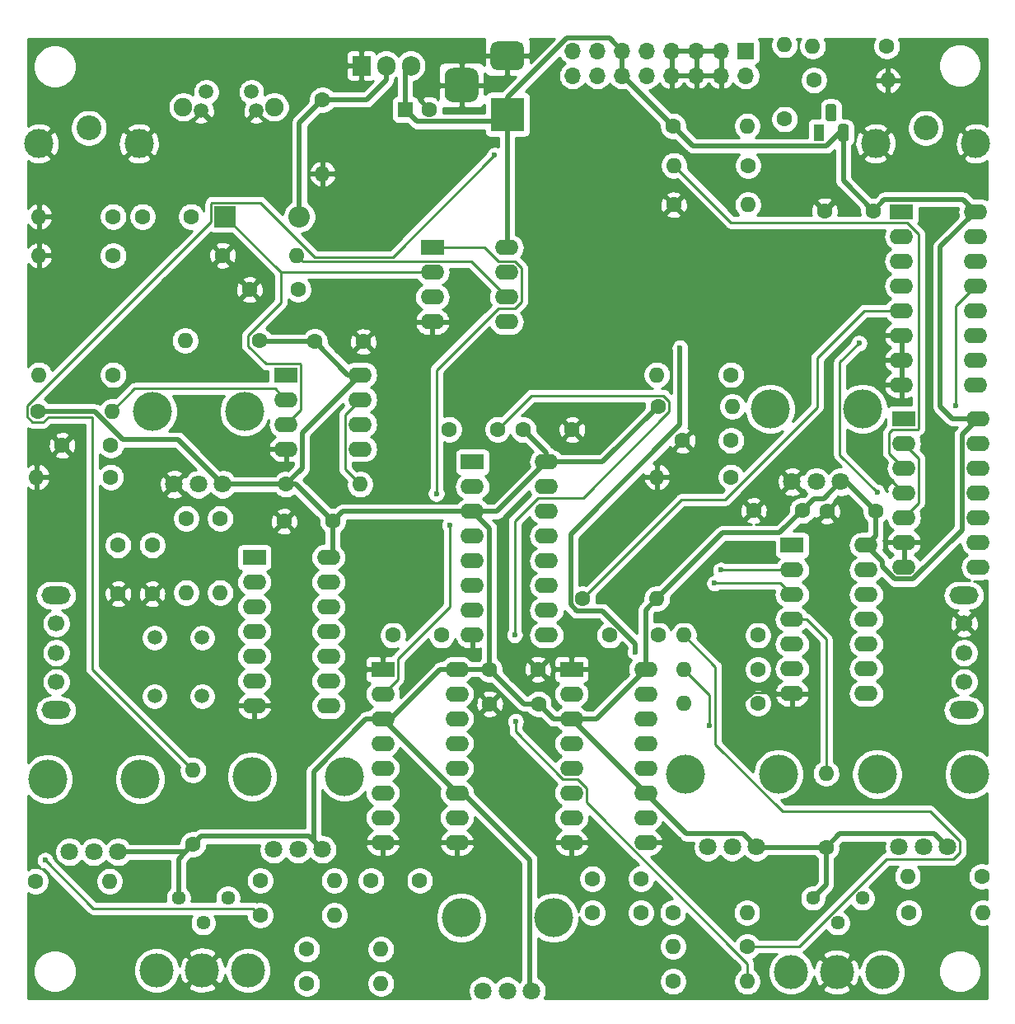
<source format=gbr>
G04 #@! TF.GenerationSoftware,KiCad,Pcbnew,5.1.10*
G04 #@! TF.CreationDate,2021-10-22T11:34:36+13:00*
G04 #@! TF.ProjectId,two_point_one_colorizer,74776f5f-706f-4696-9e74-5f6f6e655f63,rev?*
G04 #@! TF.SameCoordinates,Original*
G04 #@! TF.FileFunction,Copper,L2,Bot*
G04 #@! TF.FilePolarity,Positive*
%FSLAX46Y46*%
G04 Gerber Fmt 4.6, Leading zero omitted, Abs format (unit mm)*
G04 Created by KiCad (PCBNEW 5.1.10) date 2021-10-22 11:34:36*
%MOMM*%
%LPD*%
G01*
G04 APERTURE LIST*
G04 #@! TA.AperFunction,ComponentPad*
%ADD10C,1.600000*%
G04 #@! TD*
G04 #@! TA.AperFunction,ComponentPad*
%ADD11R,1.600000X1.600000*%
G04 #@! TD*
G04 #@! TA.AperFunction,ComponentPad*
%ADD12R,2.200000X2.200000*%
G04 #@! TD*
G04 #@! TA.AperFunction,ComponentPad*
%ADD13O,2.200000X2.200000*%
G04 #@! TD*
G04 #@! TA.AperFunction,ComponentPad*
%ADD14R,3.500000X3.500000*%
G04 #@! TD*
G04 #@! TA.AperFunction,ComponentPad*
%ADD15C,3.000000*%
G04 #@! TD*
G04 #@! TA.AperFunction,ComponentPad*
%ADD16C,2.550000*%
G04 #@! TD*
G04 #@! TA.AperFunction,ComponentPad*
%ADD17C,1.900000*%
G04 #@! TD*
G04 #@! TA.AperFunction,ComponentPad*
%ADD18C,1.500000*%
G04 #@! TD*
G04 #@! TA.AperFunction,ComponentPad*
%ADD19R,1.700000X1.700000*%
G04 #@! TD*
G04 #@! TA.AperFunction,ComponentPad*
%ADD20O,1.700000X1.700000*%
G04 #@! TD*
G04 #@! TA.AperFunction,ComponentPad*
%ADD21R,1.100000X1.800000*%
G04 #@! TD*
G04 #@! TA.AperFunction,ComponentPad*
%ADD22O,1.600000X1.600000*%
G04 #@! TD*
G04 #@! TA.AperFunction,ComponentPad*
%ADD23C,1.800000*%
G04 #@! TD*
G04 #@! TA.AperFunction,WasherPad*
%ADD24C,4.000000*%
G04 #@! TD*
G04 #@! TA.AperFunction,ComponentPad*
%ADD25C,1.440000*%
G04 #@! TD*
G04 #@! TA.AperFunction,ComponentPad*
%ADD26O,3.000000X1.800000*%
G04 #@! TD*
G04 #@! TA.AperFunction,ComponentPad*
%ADD27C,1.700000*%
G04 #@! TD*
G04 #@! TA.AperFunction,ComponentPad*
%ADD28C,3.500000*%
G04 #@! TD*
G04 #@! TA.AperFunction,ComponentPad*
%ADD29R,2.400000X1.600000*%
G04 #@! TD*
G04 #@! TA.AperFunction,ComponentPad*
%ADD30O,2.400000X1.600000*%
G04 #@! TD*
G04 #@! TA.AperFunction,ComponentPad*
%ADD31R,1.905000X2.000000*%
G04 #@! TD*
G04 #@! TA.AperFunction,ComponentPad*
%ADD32O,1.905000X2.000000*%
G04 #@! TD*
G04 #@! TA.AperFunction,ViaPad*
%ADD33C,0.600000*%
G04 #@! TD*
G04 #@! TA.AperFunction,Conductor*
%ADD34C,0.250000*%
G04 #@! TD*
G04 #@! TA.AperFunction,Conductor*
%ADD35C,0.500000*%
G04 #@! TD*
G04 #@! TA.AperFunction,Conductor*
%ADD36C,0.254000*%
G04 #@! TD*
G04 #@! TA.AperFunction,Conductor*
%ADD37C,0.100000*%
G04 #@! TD*
G04 APERTURE END LIST*
D10*
X115000000Y-87750000D03*
X115000000Y-92750000D03*
X122500000Y-54000000D03*
X117500000Y-54000000D03*
X118500000Y-92750000D03*
X118500000Y-87750000D03*
D11*
X144500000Y-43000000D03*
D10*
X147000000Y-43000000D03*
X192850000Y-84250000D03*
X187850000Y-84250000D03*
X153200000Y-104050000D03*
X158200000Y-104050000D03*
X180300000Y-84200000D03*
X185300000Y-84200000D03*
X161650000Y-75900000D03*
X156650000Y-75900000D03*
X132050000Y-85300000D03*
X137050000Y-85300000D03*
X158150000Y-100500000D03*
X153150000Y-100500000D03*
X140200000Y-66850000D03*
X135200000Y-66850000D03*
X192600000Y-53400000D03*
X187600000Y-53400000D03*
X133500000Y-61500000D03*
X128500000Y-61500000D03*
X154000000Y-75850000D03*
X149000000Y-75850000D03*
X163750000Y-125500000D03*
X168750000Y-125500000D03*
X178000000Y-77000000D03*
X173000000Y-77000000D03*
X114250000Y-77500000D03*
X109250000Y-77500000D03*
X165500000Y-97000000D03*
X170500000Y-97000000D03*
X143250000Y-97000000D03*
X148250000Y-97000000D03*
X163750000Y-122000000D03*
X168750000Y-122000000D03*
X146000000Y-122200000D03*
X141000000Y-122200000D03*
D12*
X126000000Y-54000000D03*
D13*
X133620000Y-54000000D03*
D14*
X155000000Y-43500000D03*
G04 #@! TA.AperFunction,ComponentPad*
G36*
G01*
X154000000Y-36000000D02*
X156000000Y-36000000D01*
G75*
G02*
X156750000Y-36750000I0J-750000D01*
G01*
X156750000Y-38250000D01*
G75*
G02*
X156000000Y-39000000I-750000J0D01*
G01*
X154000000Y-39000000D01*
G75*
G02*
X153250000Y-38250000I0J750000D01*
G01*
X153250000Y-36750000D01*
G75*
G02*
X154000000Y-36000000I750000J0D01*
G01*
G37*
G04 #@! TD.AperFunction*
G04 #@! TA.AperFunction,ComponentPad*
G36*
G01*
X149425000Y-38750000D02*
X151175000Y-38750000D01*
G75*
G02*
X152050000Y-39625000I0J-875000D01*
G01*
X152050000Y-41375000D01*
G75*
G02*
X151175000Y-42250000I-875000J0D01*
G01*
X149425000Y-42250000D01*
G75*
G02*
X148550000Y-41375000I0J875000D01*
G01*
X148550000Y-39625000D01*
G75*
G02*
X149425000Y-38750000I875000J0D01*
G01*
G37*
G04 #@! TD.AperFunction*
D15*
X106850000Y-46500000D03*
X117150000Y-46500000D03*
D16*
X112000000Y-44900000D03*
D17*
X121700000Y-42750000D03*
X131050000Y-42750000D03*
D18*
X124050000Y-41200000D03*
X128700000Y-41200000D03*
X123550000Y-43150000D03*
X129200000Y-43150000D03*
D19*
X179500000Y-37000000D03*
D20*
X179500000Y-39540000D03*
X176960000Y-37000000D03*
X176960000Y-39540000D03*
X174420000Y-37000000D03*
X174420000Y-39540000D03*
X171880000Y-37000000D03*
X171880000Y-39540000D03*
X169340000Y-37000000D03*
X169340000Y-39540000D03*
X166800000Y-37000000D03*
X166800000Y-39540000D03*
X164260000Y-37000000D03*
X164260000Y-39540000D03*
X161720000Y-37000000D03*
X161720000Y-39540000D03*
D16*
X198000000Y-44900000D03*
D15*
X203150000Y-46500000D03*
X192850000Y-46500000D03*
G04 #@! TA.AperFunction,ComponentPad*
G36*
G01*
X187720000Y-43955000D02*
X187720000Y-42705000D01*
G75*
G02*
X187995000Y-42430000I275000J0D01*
G01*
X188545000Y-42430000D01*
G75*
G02*
X188820000Y-42705000I0J-275000D01*
G01*
X188820000Y-43955000D01*
G75*
G02*
X188545000Y-44230000I-275000J0D01*
G01*
X187995000Y-44230000D01*
G75*
G02*
X187720000Y-43955000I0J275000D01*
G01*
G37*
G04 #@! TD.AperFunction*
G04 #@! TA.AperFunction,ComponentPad*
G36*
G01*
X188990000Y-46025000D02*
X188990000Y-44775000D01*
G75*
G02*
X189265000Y-44500000I275000J0D01*
G01*
X189815000Y-44500000D01*
G75*
G02*
X190090000Y-44775000I0J-275000D01*
G01*
X190090000Y-46025000D01*
G75*
G02*
X189815000Y-46300000I-275000J0D01*
G01*
X189265000Y-46300000D01*
G75*
G02*
X188990000Y-46025000I0J275000D01*
G01*
G37*
G04 #@! TD.AperFunction*
D21*
X187000000Y-45400000D03*
D10*
X114500000Y-54000000D03*
D22*
X106880000Y-54000000D03*
X125500000Y-92620000D03*
D10*
X125500000Y-85000000D03*
X122000000Y-85000000D03*
D22*
X122000000Y-92620000D03*
X106880000Y-58000000D03*
D10*
X114500000Y-58000000D03*
X136000000Y-42000000D03*
D22*
X136000000Y-49620000D03*
X183500000Y-36380000D03*
D10*
X183500000Y-44000000D03*
X186500000Y-40000000D03*
D22*
X194120000Y-40000000D03*
X186380000Y-36500000D03*
D10*
X194000000Y-36500000D03*
X125750000Y-58000000D03*
D22*
X133370000Y-58000000D03*
X179670000Y-44700000D03*
D10*
X172050000Y-44700000D03*
X179750000Y-48750000D03*
D22*
X172130000Y-48750000D03*
X179720000Y-52800000D03*
D10*
X172100000Y-52800000D03*
D22*
X179670000Y-132550000D03*
D10*
X172050000Y-132550000D03*
X172000000Y-125500000D03*
D22*
X179620000Y-125500000D03*
D10*
X162750000Y-93250000D03*
D22*
X170370000Y-93250000D03*
D10*
X179650000Y-128950000D03*
D22*
X172030000Y-128950000D03*
D10*
X178000000Y-70250000D03*
D22*
X170380000Y-70250000D03*
X106880000Y-70250000D03*
D10*
X114500000Y-70250000D03*
D22*
X178120000Y-73500000D03*
D10*
X170500000Y-73500000D03*
D22*
X114370000Y-74000000D03*
D10*
X106750000Y-74000000D03*
X178000000Y-80750000D03*
D22*
X170380000Y-80750000D03*
D10*
X114250000Y-80750000D03*
D22*
X106630000Y-80750000D03*
X139870000Y-81500000D03*
D10*
X132250000Y-81500000D03*
D22*
X121880000Y-66750000D03*
D10*
X129500000Y-66750000D03*
D22*
X187750000Y-111180000D03*
D10*
X187750000Y-118800000D03*
X122700000Y-118450000D03*
D22*
X122700000Y-110830000D03*
D10*
X180750000Y-104000000D03*
D22*
X173130000Y-104000000D03*
X114120000Y-122250000D03*
D10*
X106500000Y-122250000D03*
D22*
X196130000Y-121750000D03*
D10*
X203750000Y-121750000D03*
X129600000Y-122200000D03*
D22*
X137220000Y-122200000D03*
X173130000Y-100500000D03*
D10*
X180750000Y-100500000D03*
X129600000Y-125750000D03*
D22*
X137220000Y-125750000D03*
D10*
X196250000Y-125500000D03*
D22*
X203870000Y-125500000D03*
X173130000Y-97000000D03*
D10*
X180750000Y-97000000D03*
D22*
X142020000Y-132750000D03*
D10*
X134400000Y-132750000D03*
X134400000Y-129250000D03*
D22*
X142020000Y-129250000D03*
D23*
X152500000Y-133500000D03*
X155000000Y-133500000D03*
X157500000Y-133500000D03*
D24*
X150250000Y-126000000D03*
X159750000Y-126000000D03*
D23*
X184250000Y-81250000D03*
X186750000Y-81250000D03*
X189250000Y-81250000D03*
D24*
X182000000Y-73750000D03*
X191500000Y-73750000D03*
X128000000Y-74000000D03*
X118500000Y-74000000D03*
D23*
X125750000Y-81500000D03*
X123250000Y-81500000D03*
X120750000Y-81500000D03*
X175600000Y-118750000D03*
X178100000Y-118750000D03*
X180600000Y-118750000D03*
D24*
X173350000Y-111250000D03*
X182850000Y-111250000D03*
X117250000Y-111750000D03*
X107750000Y-111750000D03*
D23*
X115000000Y-119250000D03*
X112500000Y-119250000D03*
X110000000Y-119250000D03*
D24*
X202500000Y-111250000D03*
X193000000Y-111250000D03*
D23*
X200250000Y-118750000D03*
X197750000Y-118750000D03*
X195250000Y-118750000D03*
X131000000Y-119000000D03*
X133500000Y-119000000D03*
X136000000Y-119000000D03*
D24*
X128750000Y-111500000D03*
X138250000Y-111500000D03*
D25*
X191480000Y-124000000D03*
X188940000Y-126540000D03*
X186400000Y-124000000D03*
X121200000Y-124000000D03*
X123740000Y-126540000D03*
X126280000Y-124000000D03*
D26*
X108600000Y-92900000D03*
X108600000Y-104700000D03*
D27*
X108650000Y-101800000D03*
X108650000Y-98800000D03*
X108650000Y-95800000D03*
X201950000Y-95800000D03*
X201950000Y-98800000D03*
X201950000Y-101800000D03*
D26*
X201900000Y-104700000D03*
X201900000Y-92900000D03*
D28*
X193550000Y-131600000D03*
X188850000Y-131600000D03*
X184150000Y-131600000D03*
X118950000Y-131400000D03*
X123650000Y-131400000D03*
X128350000Y-131400000D03*
D29*
X129000000Y-89000000D03*
D30*
X136620000Y-104240000D03*
X129000000Y-91540000D03*
X136620000Y-101700000D03*
X129000000Y-94080000D03*
X136620000Y-99160000D03*
X129000000Y-96620000D03*
X136620000Y-96620000D03*
X129000000Y-99160000D03*
X136620000Y-94080000D03*
X129000000Y-101700000D03*
X136620000Y-91540000D03*
X129000000Y-104240000D03*
X136620000Y-89000000D03*
D31*
X140000000Y-38500000D03*
D32*
X142540000Y-38500000D03*
X145080000Y-38500000D03*
D30*
X203120000Y-53500000D03*
X195500000Y-71280000D03*
X203120000Y-56040000D03*
X195500000Y-68740000D03*
X203120000Y-58580000D03*
X195500000Y-66200000D03*
X203120000Y-61120000D03*
X195500000Y-63660000D03*
X203120000Y-63660000D03*
X195500000Y-61120000D03*
X203120000Y-66200000D03*
X195500000Y-58580000D03*
X203120000Y-68740000D03*
X195500000Y-56040000D03*
X203120000Y-71280000D03*
D29*
X195500000Y-53500000D03*
X195750000Y-74750000D03*
D30*
X203370000Y-89990000D03*
X195750000Y-77290000D03*
X203370000Y-87450000D03*
X195750000Y-79830000D03*
X203370000Y-84910000D03*
X195750000Y-82370000D03*
X203370000Y-82370000D03*
X195750000Y-84910000D03*
X203370000Y-79830000D03*
X195750000Y-87450000D03*
X203370000Y-77290000D03*
X195750000Y-89990000D03*
X203370000Y-74750000D03*
X159020000Y-79200000D03*
X151400000Y-96980000D03*
X159020000Y-81740000D03*
X151400000Y-94440000D03*
X159020000Y-84280000D03*
X151400000Y-91900000D03*
X159020000Y-86820000D03*
X151400000Y-89360000D03*
X159020000Y-89360000D03*
X151400000Y-86820000D03*
X159020000Y-91900000D03*
X151400000Y-84280000D03*
X159020000Y-94440000D03*
X151400000Y-81740000D03*
X159020000Y-96980000D03*
D29*
X151400000Y-79200000D03*
D30*
X154920000Y-57200000D03*
X147300000Y-64820000D03*
X154920000Y-59740000D03*
X147300000Y-62280000D03*
X154920000Y-62280000D03*
X147300000Y-59740000D03*
X154920000Y-64820000D03*
D29*
X147300000Y-57200000D03*
D30*
X191870000Y-87750000D03*
X184250000Y-102990000D03*
X191870000Y-90290000D03*
X184250000Y-100450000D03*
X191870000Y-92830000D03*
X184250000Y-97910000D03*
X191870000Y-95370000D03*
X184250000Y-95370000D03*
X191870000Y-97910000D03*
X184250000Y-92830000D03*
X191870000Y-100450000D03*
X184250000Y-90290000D03*
X191870000Y-102990000D03*
D29*
X184250000Y-87750000D03*
X132250000Y-70250000D03*
D30*
X139870000Y-77870000D03*
X132250000Y-72790000D03*
X139870000Y-75330000D03*
X132250000Y-75330000D03*
X139870000Y-72790000D03*
X132250000Y-77870000D03*
X139870000Y-70250000D03*
D29*
X142200000Y-100500000D03*
D30*
X149820000Y-118280000D03*
X142200000Y-103040000D03*
X149820000Y-115740000D03*
X142200000Y-105580000D03*
X149820000Y-113200000D03*
X142200000Y-108120000D03*
X149820000Y-110660000D03*
X142200000Y-110660000D03*
X149820000Y-108120000D03*
X142200000Y-113200000D03*
X149820000Y-105580000D03*
X142200000Y-115740000D03*
X149820000Y-103040000D03*
X142200000Y-118280000D03*
X149820000Y-100500000D03*
D29*
X161600000Y-100500000D03*
D30*
X169220000Y-118280000D03*
X161600000Y-103040000D03*
X169220000Y-115740000D03*
X161600000Y-105580000D03*
X169220000Y-113200000D03*
X161600000Y-108120000D03*
X169220000Y-110660000D03*
X161600000Y-110660000D03*
X169220000Y-108120000D03*
X161600000Y-113200000D03*
X169220000Y-105580000D03*
X161600000Y-115740000D03*
X169220000Y-103040000D03*
X161600000Y-118280000D03*
X169220000Y-100500000D03*
D18*
X123630000Y-97250000D03*
X118750000Y-97250000D03*
X118750000Y-103250000D03*
X123630000Y-103250000D03*
D33*
X177380000Y-106290000D03*
X192630000Y-79820000D03*
X155850000Y-105850000D03*
X155750000Y-96950000D03*
X172750000Y-67500000D03*
X168150000Y-98700000D03*
X107500000Y-120100000D03*
X201050000Y-73450000D03*
X176950000Y-90300000D03*
X147700000Y-82450000D03*
X153700000Y-47700000D03*
X191150000Y-67000000D03*
X193000000Y-82300000D03*
X175750000Y-106250000D03*
X149100000Y-85700000D03*
X176300000Y-91650000D03*
D34*
X177380000Y-105704998D02*
X177380000Y-106290000D01*
X180209999Y-102874999D02*
X177380000Y-105704998D01*
X184134999Y-102874999D02*
X180209999Y-102874999D01*
X184250000Y-102990000D02*
X184134999Y-102874999D01*
X193200000Y-79820000D02*
X195750000Y-82370000D01*
X192630000Y-79820000D02*
X193200000Y-79820000D01*
X131740000Y-59740000D02*
X126000000Y-54000000D01*
X147300000Y-59740000D02*
X131740000Y-59740000D01*
X133775001Y-73804999D02*
X132250000Y-75330000D01*
X133775001Y-69189999D02*
X133775001Y-73804999D01*
X133710001Y-69124999D02*
X133775001Y-69189999D01*
X130209997Y-69124999D02*
X133710001Y-69124999D01*
X128374999Y-67290001D02*
X130209997Y-69124999D01*
X128374999Y-66209999D02*
X128374999Y-67290001D01*
X131740000Y-62844998D02*
X128374999Y-66209999D01*
X131740000Y-59740000D02*
X131740000Y-62844998D01*
D35*
X145750001Y-44250001D02*
X144500000Y-43000000D01*
X154249999Y-44250001D02*
X145750001Y-44250001D01*
X155000000Y-43500000D02*
X154249999Y-44250001D01*
X144500000Y-39080000D02*
X145080000Y-38500000D01*
X144500000Y-43000000D02*
X144500000Y-39080000D01*
X166800000Y-37000000D02*
X166800000Y-39540000D01*
X166890000Y-39540000D02*
X166800000Y-39540000D01*
X172050000Y-44700000D02*
X166890000Y-39540000D01*
X155000000Y-41795998D02*
X155000000Y-43500000D01*
X161095999Y-35699999D02*
X155000000Y-41795998D01*
X165499999Y-35699999D02*
X161095999Y-35699999D01*
X166800000Y-37000000D02*
X165499999Y-35699999D01*
X187789999Y-46750001D02*
X189540000Y-45000000D01*
X174100001Y-46750001D02*
X187789999Y-46750001D01*
X172050000Y-44700000D02*
X174100001Y-46750001D01*
X189540000Y-50340000D02*
X189540000Y-45000000D01*
X192600000Y-53400000D02*
X189540000Y-50340000D01*
X201869999Y-52249999D02*
X203120000Y-53500000D01*
X193750001Y-52249999D02*
X201869999Y-52249999D01*
X192600000Y-53400000D02*
X193750001Y-52249999D01*
X121900001Y-119249999D02*
X122700000Y-118450000D01*
X115000000Y-119250000D02*
X121900001Y-119249999D01*
X121200000Y-119950000D02*
X122700000Y-118450000D01*
X121200000Y-124000000D02*
X121200000Y-119950000D01*
X134649999Y-117649999D02*
X136000000Y-119000000D01*
X123500001Y-117649999D02*
X134649999Y-117649999D01*
X122700000Y-118450000D02*
X123500001Y-117649999D01*
X142200000Y-105580000D02*
X149820000Y-113200000D01*
X149820000Y-113200000D02*
X150450000Y-113200000D01*
X157299999Y-133299999D02*
X157500000Y-133500000D01*
X157299999Y-120049999D02*
X157299999Y-133299999D01*
X150450000Y-113200000D02*
X157299999Y-120049999D01*
X159730000Y-105580000D02*
X158200000Y-104050000D01*
X161600000Y-105580000D02*
X159730000Y-105580000D01*
X156700000Y-104050000D02*
X153150000Y-100500000D01*
X158200000Y-104050000D02*
X156700000Y-104050000D01*
X153150000Y-100500000D02*
X149820000Y-100500000D01*
X143040000Y-105580000D02*
X142200000Y-105580000D01*
X148120000Y-100500000D02*
X143040000Y-105580000D01*
X149820000Y-100500000D02*
X148120000Y-100500000D01*
X164140000Y-105580000D02*
X169220000Y-100500000D01*
X161600000Y-105580000D02*
X164140000Y-105580000D01*
X169220000Y-94400000D02*
X170370000Y-93250000D01*
X169220000Y-100500000D02*
X169220000Y-94400000D01*
X187750000Y-122650000D02*
X186400000Y-124000000D01*
X187750000Y-118800000D02*
X187750000Y-122650000D01*
X189150001Y-117399999D02*
X187750000Y-118800000D01*
X198899999Y-117399999D02*
X189150001Y-117399999D01*
X200250000Y-118750000D02*
X198899999Y-117399999D01*
X180650000Y-118800000D02*
X180600000Y-118750000D01*
X187750000Y-118800000D02*
X180650000Y-118800000D01*
X173419999Y-117399999D02*
X169220000Y-113200000D01*
X179249999Y-117399999D02*
X173419999Y-117399999D01*
X180600000Y-118750000D02*
X179249999Y-117399999D01*
X169220000Y-113200000D02*
X161600000Y-105580000D01*
X183000001Y-86499999D02*
X185300000Y-84200000D01*
X177120001Y-86499999D02*
X183000001Y-86499999D01*
X170370000Y-93250000D02*
X177120001Y-86499999D01*
X187500001Y-82999999D02*
X189250000Y-81250000D01*
X186500001Y-82999999D02*
X187500001Y-82999999D01*
X185300000Y-84200000D02*
X186500001Y-82999999D01*
X189850000Y-81250000D02*
X192850000Y-84250000D01*
X189250000Y-81250000D02*
X189850000Y-81250000D01*
X192850000Y-86770000D02*
X191870000Y-87750000D01*
X192850000Y-84250000D02*
X192850000Y-86770000D01*
X155000000Y-57120000D02*
X154920000Y-57200000D01*
X155000000Y-43500000D02*
X155000000Y-57120000D01*
X193520010Y-89400010D02*
X191870000Y-87750000D01*
X193520010Y-89927791D02*
X193520010Y-89400010D01*
X196667771Y-91240010D02*
X194832229Y-91240010D01*
X201719990Y-86187791D02*
X196667771Y-91240010D01*
X194832229Y-91240010D02*
X193520010Y-89927791D01*
X201719990Y-76400010D02*
X201719990Y-86187791D01*
X203370000Y-74750000D02*
X201719990Y-76400010D01*
X153150000Y-86030000D02*
X151400000Y-84280000D01*
X153150000Y-100500000D02*
X153150000Y-86030000D01*
X153940000Y-84280000D02*
X159020000Y-79200000D01*
X151400000Y-84280000D02*
X153940000Y-84280000D01*
X159020000Y-78270000D02*
X156650000Y-75900000D01*
X159020000Y-79200000D02*
X159020000Y-78270000D01*
X138070000Y-84280000D02*
X137050000Y-85300000D01*
X151400000Y-84280000D02*
X138070000Y-84280000D01*
X133250000Y-81500000D02*
X132250000Y-81500000D01*
X137050000Y-85300000D02*
X133250000Y-81500000D01*
X132250000Y-81500000D02*
X125750000Y-81500000D01*
X137050000Y-88570000D02*
X136620000Y-89000000D01*
X137050000Y-85300000D02*
X137050000Y-88570000D01*
X133900001Y-76219999D02*
X139870000Y-70250000D01*
X133900001Y-79849999D02*
X133900001Y-76219999D01*
X132250000Y-81500000D02*
X133900001Y-79849999D01*
X138600000Y-70250000D02*
X135200000Y-66850000D01*
X139870000Y-70250000D02*
X138600000Y-70250000D01*
X129600000Y-66850000D02*
X129500000Y-66750000D01*
X135200000Y-66850000D02*
X129600000Y-66850000D01*
X112600002Y-74000000D02*
X106750000Y-74000000D01*
X115500001Y-76899999D02*
X112600002Y-74000000D01*
X121149999Y-76899999D02*
X115500001Y-76899999D01*
X125750000Y-81500000D02*
X121149999Y-76899999D01*
X164800000Y-79200000D02*
X170500000Y-73500000D01*
X159020000Y-79200000D02*
X164800000Y-79200000D01*
X140500000Y-105580000D02*
X142200000Y-105580000D01*
X135100001Y-110979999D02*
X140500000Y-105580000D01*
X135100001Y-118100001D02*
X135100001Y-110979999D01*
X136000000Y-119000000D02*
X135100001Y-118100001D01*
X200750000Y-74750000D02*
X203370000Y-74750000D01*
X199500000Y-73500000D02*
X200750000Y-74750000D01*
X199500000Y-57120000D02*
X199500000Y-73500000D01*
X203120000Y-53500000D02*
X199500000Y-57120000D01*
D34*
X151254990Y-58614990D02*
X154920000Y-62280000D01*
X133984990Y-58614990D02*
X151254990Y-58614990D01*
X133370000Y-58000000D02*
X133984990Y-58614990D01*
X160734006Y-111785010D02*
X155850000Y-106901004D01*
X162176014Y-111785010D02*
X160734006Y-111785010D01*
X155850000Y-106901004D02*
X155850000Y-105850000D01*
X163125010Y-112734006D02*
X162176014Y-111785010D01*
X163125010Y-114176014D02*
X163125010Y-112734006D01*
X179670000Y-130721004D02*
X163125010Y-114176014D01*
X179670000Y-132550000D02*
X179670000Y-130721004D01*
X157475001Y-72374999D02*
X154000000Y-75850000D01*
X171040001Y-72374999D02*
X157475001Y-72374999D01*
X171625001Y-72959999D02*
X171040001Y-72374999D01*
X171625001Y-74040001D02*
X171625001Y-72959999D01*
X162799992Y-82865010D02*
X171625001Y-74040001D01*
X155750000Y-85269016D02*
X158154006Y-82865010D01*
X158154006Y-82865010D02*
X162799992Y-82865010D01*
X155750000Y-96950000D02*
X155750000Y-85269016D01*
X177340003Y-83074999D02*
X186850000Y-73565002D01*
X172925001Y-83074999D02*
X177340003Y-83074999D01*
X162750000Y-93250000D02*
X172925001Y-83074999D01*
X186850000Y-73565002D02*
X186850000Y-68500000D01*
X191690000Y-63660000D02*
X195500000Y-63660000D01*
X186850000Y-68500000D02*
X191690000Y-63660000D01*
D35*
X140540000Y-42000000D02*
X136000000Y-42000000D01*
X142540000Y-40000000D02*
X140540000Y-42000000D01*
X142540000Y-38500000D02*
X142540000Y-40000000D01*
X133620000Y-44380000D02*
X133620000Y-54000000D01*
X136000000Y-42000000D02*
X133620000Y-44380000D01*
D34*
X201475001Y-118161999D02*
X198413002Y-115100000D01*
X201475001Y-119338001D02*
X201475001Y-118161999D01*
X200838001Y-119975001D02*
X201475001Y-119338001D01*
X193958397Y-119975001D02*
X200838001Y-119975001D01*
X184983398Y-128950000D02*
X193958397Y-119975001D01*
X179650000Y-128950000D02*
X184983398Y-128950000D01*
X176375001Y-100245001D02*
X173130000Y-97000000D01*
X176375001Y-108216003D02*
X176375001Y-100245001D01*
X183258998Y-115100000D02*
X176375001Y-108216003D01*
X198413002Y-115100000D02*
X183258998Y-115100000D01*
D35*
X168150000Y-97860020D02*
X168150000Y-98700000D01*
X164789981Y-94500001D02*
X168150000Y-97860020D01*
X162149999Y-94500001D02*
X164789981Y-94500001D01*
X161499999Y-93850001D02*
X162149999Y-94500001D01*
X161499999Y-86649999D02*
X161499999Y-93850001D01*
X172750000Y-75399998D02*
X161499999Y-86649999D01*
X172750000Y-67500000D02*
X172750000Y-75399998D01*
D34*
X138344990Y-79974990D02*
X139870000Y-81500000D01*
X138344990Y-74315010D02*
X138344990Y-79974990D01*
X139870000Y-72790000D02*
X138344990Y-74315010D01*
X112445001Y-125045001D02*
X128895001Y-125045001D01*
X128895001Y-125045001D02*
X129600000Y-125750000D01*
X107500000Y-120100000D02*
X112445001Y-125045001D01*
X201050000Y-63190000D02*
X203120000Y-61120000D01*
X201050000Y-73450000D02*
X201050000Y-63190000D01*
X184240000Y-90300000D02*
X184250000Y-90290000D01*
X176950000Y-90300000D02*
X184240000Y-90300000D01*
X131134999Y-71674999D02*
X132250000Y-72790000D01*
X116695001Y-71674999D02*
X131134999Y-71674999D01*
X114370000Y-74000000D02*
X116695001Y-71674999D01*
X178005001Y-54625001D02*
X172130000Y-48750000D01*
X196076005Y-54625001D02*
X178005001Y-54625001D01*
X197275001Y-55823997D02*
X196076005Y-54625001D01*
X197275001Y-75810001D02*
X197275001Y-55823997D01*
X197210001Y-75875001D02*
X197275001Y-75810001D01*
X194574999Y-75875001D02*
X197210001Y-75875001D01*
X194224990Y-76225010D02*
X194574999Y-75875001D01*
X194224990Y-78304990D02*
X194224990Y-76225010D01*
X195750000Y-79830000D02*
X194224990Y-78304990D01*
X147700000Y-69759016D02*
X147700000Y-82450000D01*
X154054006Y-63405010D02*
X147700000Y-69759016D01*
X156445010Y-59274006D02*
X156445010Y-62745994D01*
X154054006Y-58614990D02*
X155785994Y-58614990D01*
X155785994Y-63405010D02*
X154054006Y-63405010D01*
X152639016Y-57200000D02*
X154054006Y-58614990D01*
X156445010Y-62745994D02*
X155785994Y-63405010D01*
X155785994Y-58614990D02*
X156445010Y-59274006D01*
X147300000Y-57200000D02*
X152639016Y-57200000D01*
X187750000Y-111180000D02*
X187750000Y-97400000D01*
X185720000Y-95370000D02*
X184250000Y-95370000D01*
X187750000Y-97400000D02*
X185720000Y-95370000D01*
X143235020Y-58164980D02*
X153700000Y-47700000D01*
X122700000Y-110830000D02*
X112361826Y-100491826D01*
X112361826Y-100491826D02*
X112361826Y-74575010D01*
X112361826Y-74575010D02*
X107839992Y-74575010D01*
X124639999Y-52574999D02*
X129610001Y-52574999D01*
X129610001Y-52574999D02*
X135199982Y-58164980D01*
X135199982Y-58164980D02*
X143235020Y-58164980D01*
X107839992Y-74575010D02*
X107290001Y-75125001D01*
X105624999Y-74540001D02*
X105624999Y-73459999D01*
X106209999Y-75125001D02*
X105624999Y-74540001D01*
X105624999Y-73459999D02*
X124574999Y-54509999D01*
X124574999Y-52639999D02*
X124639999Y-52574999D01*
X107290001Y-75125001D02*
X106209999Y-75125001D01*
X124574999Y-54509999D02*
X124574999Y-52639999D01*
X189174999Y-68975001D02*
X189174999Y-73475001D01*
X191150000Y-67000000D02*
X189174999Y-68975001D01*
X189174999Y-78474999D02*
X193000000Y-82300000D01*
X189174999Y-73475001D02*
X189174999Y-78474999D01*
X175750000Y-103120000D02*
X173130000Y-100500000D01*
X175750000Y-106250000D02*
X175750000Y-103120000D01*
X197275010Y-83384990D02*
X195750000Y-84910000D01*
X197275010Y-78815010D02*
X197275010Y-83384990D01*
X195750000Y-77290000D02*
X197275010Y-78815010D01*
X143725001Y-99439999D02*
X149100000Y-94065000D01*
X143725001Y-101514999D02*
X143725001Y-99439999D01*
X142200000Y-103040000D02*
X143725001Y-101514999D01*
X149100000Y-94065000D02*
X149100000Y-85700000D01*
X183070000Y-91650000D02*
X184250000Y-92830000D01*
X176300000Y-91650000D02*
X183070000Y-91650000D01*
D36*
X191421983Y-84073561D02*
X191415000Y-84108665D01*
X191415000Y-84391335D01*
X191470147Y-84668574D01*
X191578320Y-84929727D01*
X191735363Y-85164759D01*
X191935241Y-85364637D01*
X191965000Y-85384522D01*
X191965001Y-86315000D01*
X191399508Y-86315000D01*
X191188691Y-86335764D01*
X190918192Y-86417818D01*
X190668899Y-86551068D01*
X190450392Y-86730392D01*
X190271068Y-86948899D01*
X190137818Y-87198192D01*
X190055764Y-87468691D01*
X190028057Y-87750000D01*
X190055764Y-88031309D01*
X190137818Y-88301808D01*
X190271068Y-88551101D01*
X190450392Y-88769608D01*
X190668899Y-88948932D01*
X190801858Y-89020000D01*
X190668899Y-89091068D01*
X190450392Y-89270392D01*
X190271068Y-89488899D01*
X190137818Y-89738192D01*
X190055764Y-90008691D01*
X190028057Y-90290000D01*
X190055764Y-90571309D01*
X190137818Y-90841808D01*
X190271068Y-91091101D01*
X190450392Y-91309608D01*
X190668899Y-91488932D01*
X190801858Y-91560000D01*
X190668899Y-91631068D01*
X190450392Y-91810392D01*
X190271068Y-92028899D01*
X190137818Y-92278192D01*
X190055764Y-92548691D01*
X190028057Y-92830000D01*
X190055764Y-93111309D01*
X190137818Y-93381808D01*
X190271068Y-93631101D01*
X190450392Y-93849608D01*
X190668899Y-94028932D01*
X190801858Y-94100000D01*
X190668899Y-94171068D01*
X190450392Y-94350392D01*
X190271068Y-94568899D01*
X190137818Y-94818192D01*
X190055764Y-95088691D01*
X190028057Y-95370000D01*
X190055764Y-95651309D01*
X190137818Y-95921808D01*
X190271068Y-96171101D01*
X190450392Y-96389608D01*
X190668899Y-96568932D01*
X190801858Y-96640000D01*
X190668899Y-96711068D01*
X190450392Y-96890392D01*
X190271068Y-97108899D01*
X190137818Y-97358192D01*
X190055764Y-97628691D01*
X190028057Y-97910000D01*
X190055764Y-98191309D01*
X190137818Y-98461808D01*
X190271068Y-98711101D01*
X190450392Y-98929608D01*
X190668899Y-99108932D01*
X190801858Y-99180000D01*
X190668899Y-99251068D01*
X190450392Y-99430392D01*
X190271068Y-99648899D01*
X190137818Y-99898192D01*
X190055764Y-100168691D01*
X190028057Y-100450000D01*
X190055764Y-100731309D01*
X190137818Y-101001808D01*
X190271068Y-101251101D01*
X190450392Y-101469608D01*
X190668899Y-101648932D01*
X190801858Y-101720000D01*
X190668899Y-101791068D01*
X190450392Y-101970392D01*
X190271068Y-102188899D01*
X190137818Y-102438192D01*
X190055764Y-102708691D01*
X190028057Y-102990000D01*
X190055764Y-103271309D01*
X190137818Y-103541808D01*
X190271068Y-103791101D01*
X190450392Y-104009608D01*
X190668899Y-104188932D01*
X190918192Y-104322182D01*
X191188691Y-104404236D01*
X191399508Y-104425000D01*
X192340492Y-104425000D01*
X192551309Y-104404236D01*
X192821808Y-104322182D01*
X193071101Y-104188932D01*
X193289608Y-104009608D01*
X193468932Y-103791101D01*
X193602182Y-103541808D01*
X193684236Y-103271309D01*
X193711943Y-102990000D01*
X193684236Y-102708691D01*
X193602182Y-102438192D01*
X193468932Y-102188899D01*
X193289608Y-101970392D01*
X193071101Y-101791068D01*
X192938142Y-101720000D01*
X193071101Y-101648932D01*
X193289608Y-101469608D01*
X193468932Y-101251101D01*
X193602182Y-101001808D01*
X193684236Y-100731309D01*
X193711943Y-100450000D01*
X193684236Y-100168691D01*
X193602182Y-99898192D01*
X193468932Y-99648899D01*
X193289608Y-99430392D01*
X193071101Y-99251068D01*
X192938142Y-99180000D01*
X193071101Y-99108932D01*
X193289608Y-98929608D01*
X193468932Y-98711101D01*
X193499592Y-98653740D01*
X200465000Y-98653740D01*
X200465000Y-98946260D01*
X200522068Y-99233158D01*
X200634010Y-99503411D01*
X200796525Y-99746632D01*
X201003368Y-99953475D01*
X201246589Y-100115990D01*
X201516842Y-100227932D01*
X201803740Y-100285000D01*
X202096260Y-100285000D01*
X202383158Y-100227932D01*
X202653411Y-100115990D01*
X202896632Y-99953475D01*
X203103475Y-99746632D01*
X203265990Y-99503411D01*
X203377932Y-99233158D01*
X203435000Y-98946260D01*
X203435000Y-98653740D01*
X203377932Y-98366842D01*
X203265990Y-98096589D01*
X203103475Y-97853368D01*
X202896632Y-97646525D01*
X202653411Y-97484010D01*
X202383158Y-97372068D01*
X202096260Y-97315000D01*
X201803740Y-97315000D01*
X201516842Y-97372068D01*
X201246589Y-97484010D01*
X201003368Y-97646525D01*
X200796525Y-97853368D01*
X200634010Y-98096589D01*
X200522068Y-98366842D01*
X200465000Y-98653740D01*
X193499592Y-98653740D01*
X193602182Y-98461808D01*
X193684236Y-98191309D01*
X193711943Y-97910000D01*
X193684236Y-97628691D01*
X193602182Y-97358192D01*
X193468932Y-97108899D01*
X193289608Y-96890392D01*
X193214067Y-96828397D01*
X201101208Y-96828397D01*
X201178843Y-97077472D01*
X201442883Y-97203371D01*
X201726411Y-97275339D01*
X202018531Y-97290611D01*
X202308019Y-97248599D01*
X202583747Y-97150919D01*
X202721157Y-97077472D01*
X202798792Y-96828397D01*
X201950000Y-95979605D01*
X201101208Y-96828397D01*
X193214067Y-96828397D01*
X193071101Y-96711068D01*
X192938142Y-96640000D01*
X193071101Y-96568932D01*
X193289608Y-96389608D01*
X193468932Y-96171101D01*
X193602182Y-95921808D01*
X193618343Y-95868531D01*
X200459389Y-95868531D01*
X200501401Y-96158019D01*
X200599081Y-96433747D01*
X200672528Y-96571157D01*
X200921603Y-96648792D01*
X201770395Y-95800000D01*
X202129605Y-95800000D01*
X202978397Y-96648792D01*
X203227472Y-96571157D01*
X203353371Y-96307117D01*
X203425339Y-96023589D01*
X203440611Y-95731469D01*
X203398599Y-95441981D01*
X203300919Y-95166253D01*
X203227472Y-95028843D01*
X202978397Y-94951208D01*
X202129605Y-95800000D01*
X201770395Y-95800000D01*
X200921603Y-94951208D01*
X200672528Y-95028843D01*
X200546629Y-95292883D01*
X200474661Y-95576411D01*
X200459389Y-95868531D01*
X193618343Y-95868531D01*
X193684236Y-95651309D01*
X193711943Y-95370000D01*
X193684236Y-95088691D01*
X193602182Y-94818192D01*
X193468932Y-94568899D01*
X193289608Y-94350392D01*
X193071101Y-94171068D01*
X192938142Y-94100000D01*
X193071101Y-94028932D01*
X193289608Y-93849608D01*
X193468932Y-93631101D01*
X193602182Y-93381808D01*
X193684236Y-93111309D01*
X193711943Y-92830000D01*
X193684236Y-92548691D01*
X193602182Y-92278192D01*
X193468932Y-92028899D01*
X193289608Y-91810392D01*
X193071101Y-91631068D01*
X192938142Y-91560000D01*
X193071101Y-91488932D01*
X193289608Y-91309608D01*
X193452168Y-91111528D01*
X194175699Y-91835059D01*
X194203412Y-91868827D01*
X194237180Y-91896540D01*
X194237182Y-91896542D01*
X194292874Y-91942247D01*
X194338170Y-91979421D01*
X194491916Y-92061599D01*
X194658739Y-92112205D01*
X194788752Y-92125010D01*
X194788760Y-92125010D01*
X194832229Y-92129291D01*
X194875698Y-92125010D01*
X196624302Y-92125010D01*
X196667771Y-92129291D01*
X196711240Y-92125010D01*
X196711248Y-92125010D01*
X196841261Y-92112205D01*
X197008084Y-92061599D01*
X197161830Y-91979421D01*
X197296588Y-91868827D01*
X197324305Y-91835054D01*
X201544313Y-87615047D01*
X201555764Y-87731309D01*
X201637818Y-88001808D01*
X201771068Y-88251101D01*
X201950392Y-88469608D01*
X202168899Y-88648932D01*
X202301858Y-88720000D01*
X202168899Y-88791068D01*
X201950392Y-88970392D01*
X201771068Y-89188899D01*
X201637818Y-89438192D01*
X201555764Y-89708691D01*
X201528057Y-89990000D01*
X201555764Y-90271309D01*
X201637818Y-90541808D01*
X201771068Y-90791101D01*
X201950392Y-91009608D01*
X202168899Y-91188932D01*
X202418192Y-91322182D01*
X202559346Y-91365000D01*
X201224592Y-91365000D01*
X200999087Y-91387210D01*
X200709739Y-91474983D01*
X200443073Y-91617519D01*
X200209339Y-91809339D01*
X200017519Y-92043073D01*
X199874983Y-92309739D01*
X199787210Y-92599087D01*
X199757573Y-92900000D01*
X199787210Y-93200913D01*
X199874983Y-93490261D01*
X200017519Y-93756927D01*
X200209339Y-93990661D01*
X200443073Y-94182481D01*
X200709739Y-94325017D01*
X200999087Y-94412790D01*
X201224592Y-94435000D01*
X201356000Y-94435000D01*
X201316253Y-94449081D01*
X201178843Y-94522528D01*
X201101208Y-94771603D01*
X201950000Y-95620395D01*
X202798792Y-94771603D01*
X202721157Y-94522528D01*
X202537590Y-94435000D01*
X202575408Y-94435000D01*
X202800913Y-94412790D01*
X203090261Y-94325017D01*
X203356927Y-94182481D01*
X203590661Y-93990661D01*
X203782481Y-93756927D01*
X203925017Y-93490261D01*
X204012790Y-93200913D01*
X204042427Y-92900000D01*
X204012790Y-92599087D01*
X203925017Y-92309739D01*
X203782481Y-92043073D01*
X203590661Y-91809339D01*
X203356927Y-91617519D01*
X203090261Y-91474983D01*
X202925490Y-91425000D01*
X203840492Y-91425000D01*
X204051309Y-91404236D01*
X204290001Y-91331831D01*
X204290001Y-109313548D01*
X204179715Y-109203262D01*
X203748141Y-108914893D01*
X203268601Y-108716261D01*
X202759525Y-108615000D01*
X202240475Y-108615000D01*
X201731399Y-108716261D01*
X201251859Y-108914893D01*
X200820285Y-109203262D01*
X200453262Y-109570285D01*
X200164893Y-110001859D01*
X199966261Y-110481399D01*
X199865000Y-110990475D01*
X199865000Y-111509525D01*
X199966261Y-112018601D01*
X200164893Y-112498141D01*
X200453262Y-112929715D01*
X200820285Y-113296738D01*
X201251859Y-113585107D01*
X201731399Y-113783739D01*
X202240475Y-113885000D01*
X202759525Y-113885000D01*
X203268601Y-113783739D01*
X203748141Y-113585107D01*
X204179715Y-113296738D01*
X204290001Y-113186452D01*
X204290001Y-120420444D01*
X204168574Y-120370147D01*
X203891335Y-120315000D01*
X203608665Y-120315000D01*
X203331426Y-120370147D01*
X203070273Y-120478320D01*
X202835241Y-120635363D01*
X202635363Y-120835241D01*
X202478320Y-121070273D01*
X202370147Y-121331426D01*
X202315000Y-121608665D01*
X202315000Y-121891335D01*
X202370147Y-122168574D01*
X202478320Y-122429727D01*
X202635363Y-122664759D01*
X202835241Y-122864637D01*
X203070273Y-123021680D01*
X203331426Y-123129853D01*
X203608665Y-123185000D01*
X203891335Y-123185000D01*
X204168574Y-123129853D01*
X204290001Y-123079556D01*
X204290001Y-124120738D01*
X204288574Y-124120147D01*
X204011335Y-124065000D01*
X203728665Y-124065000D01*
X203451426Y-124120147D01*
X203190273Y-124228320D01*
X202955241Y-124385363D01*
X202755363Y-124585241D01*
X202598320Y-124820273D01*
X202490147Y-125081426D01*
X202435000Y-125358665D01*
X202435000Y-125641335D01*
X202490147Y-125918574D01*
X202598320Y-126179727D01*
X202755363Y-126414759D01*
X202955241Y-126614637D01*
X203190273Y-126771680D01*
X203451426Y-126879853D01*
X203728665Y-126935000D01*
X204011335Y-126935000D01*
X204288574Y-126879853D01*
X204290001Y-126879262D01*
X204290001Y-134290000D01*
X158818267Y-134290000D01*
X158860299Y-134227095D01*
X158976011Y-133947743D01*
X159035000Y-133651184D01*
X159035000Y-133348816D01*
X158976011Y-133052257D01*
X158860299Y-132772905D01*
X158692312Y-132521495D01*
X158579482Y-132408665D01*
X170615000Y-132408665D01*
X170615000Y-132691335D01*
X170670147Y-132968574D01*
X170778320Y-133229727D01*
X170935363Y-133464759D01*
X171135241Y-133664637D01*
X171370273Y-133821680D01*
X171631426Y-133929853D01*
X171908665Y-133985000D01*
X172191335Y-133985000D01*
X172468574Y-133929853D01*
X172729727Y-133821680D01*
X172964759Y-133664637D01*
X173164637Y-133464759D01*
X173321680Y-133229727D01*
X173429853Y-132968574D01*
X173485000Y-132691335D01*
X173485000Y-132408665D01*
X173429853Y-132131426D01*
X173321680Y-131870273D01*
X173164637Y-131635241D01*
X172964759Y-131435363D01*
X172729727Y-131278320D01*
X172468574Y-131170147D01*
X172191335Y-131115000D01*
X171908665Y-131115000D01*
X171631426Y-131170147D01*
X171370273Y-131278320D01*
X171135241Y-131435363D01*
X170935363Y-131635241D01*
X170778320Y-131870273D01*
X170670147Y-132131426D01*
X170615000Y-132408665D01*
X158579482Y-132408665D01*
X158478505Y-132307688D01*
X158227095Y-132139701D01*
X158184999Y-132122264D01*
X158184999Y-128808665D01*
X170595000Y-128808665D01*
X170595000Y-129091335D01*
X170650147Y-129368574D01*
X170758320Y-129629727D01*
X170915363Y-129864759D01*
X171115241Y-130064637D01*
X171350273Y-130221680D01*
X171611426Y-130329853D01*
X171888665Y-130385000D01*
X172171335Y-130385000D01*
X172448574Y-130329853D01*
X172709727Y-130221680D01*
X172944759Y-130064637D01*
X173144637Y-129864759D01*
X173301680Y-129629727D01*
X173409853Y-129368574D01*
X173465000Y-129091335D01*
X173465000Y-128808665D01*
X173409853Y-128531426D01*
X173301680Y-128270273D01*
X173144637Y-128035241D01*
X172944759Y-127835363D01*
X172709727Y-127678320D01*
X172448574Y-127570147D01*
X172171335Y-127515000D01*
X171888665Y-127515000D01*
X171611426Y-127570147D01*
X171350273Y-127678320D01*
X171115241Y-127835363D01*
X170915363Y-128035241D01*
X170758320Y-128270273D01*
X170650147Y-128531426D01*
X170595000Y-128808665D01*
X158184999Y-128808665D01*
X158184999Y-128123388D01*
X158501859Y-128335107D01*
X158981399Y-128533739D01*
X159490475Y-128635000D01*
X160009525Y-128635000D01*
X160518601Y-128533739D01*
X160998141Y-128335107D01*
X161429715Y-128046738D01*
X161796738Y-127679715D01*
X162085107Y-127248141D01*
X162283739Y-126768601D01*
X162385000Y-126259525D01*
X162385000Y-125954432D01*
X162478320Y-126179727D01*
X162635363Y-126414759D01*
X162835241Y-126614637D01*
X163070273Y-126771680D01*
X163331426Y-126879853D01*
X163608665Y-126935000D01*
X163891335Y-126935000D01*
X164168574Y-126879853D01*
X164429727Y-126771680D01*
X164664759Y-126614637D01*
X164864637Y-126414759D01*
X165021680Y-126179727D01*
X165129853Y-125918574D01*
X165185000Y-125641335D01*
X165185000Y-125358665D01*
X167315000Y-125358665D01*
X167315000Y-125641335D01*
X167370147Y-125918574D01*
X167478320Y-126179727D01*
X167635363Y-126414759D01*
X167835241Y-126614637D01*
X168070273Y-126771680D01*
X168331426Y-126879853D01*
X168608665Y-126935000D01*
X168891335Y-126935000D01*
X169168574Y-126879853D01*
X169429727Y-126771680D01*
X169664759Y-126614637D01*
X169864637Y-126414759D01*
X170021680Y-126179727D01*
X170129853Y-125918574D01*
X170185000Y-125641335D01*
X170185000Y-125358665D01*
X170129853Y-125081426D01*
X170021680Y-124820273D01*
X169864637Y-124585241D01*
X169664759Y-124385363D01*
X169429727Y-124228320D01*
X169168574Y-124120147D01*
X168891335Y-124065000D01*
X168608665Y-124065000D01*
X168331426Y-124120147D01*
X168070273Y-124228320D01*
X167835241Y-124385363D01*
X167635363Y-124585241D01*
X167478320Y-124820273D01*
X167370147Y-125081426D01*
X167315000Y-125358665D01*
X165185000Y-125358665D01*
X165129853Y-125081426D01*
X165021680Y-124820273D01*
X164864637Y-124585241D01*
X164664759Y-124385363D01*
X164429727Y-124228320D01*
X164168574Y-124120147D01*
X163891335Y-124065000D01*
X163608665Y-124065000D01*
X163331426Y-124120147D01*
X163070273Y-124228320D01*
X162835241Y-124385363D01*
X162635363Y-124585241D01*
X162478320Y-124820273D01*
X162370147Y-125081426D01*
X162315000Y-125358665D01*
X162315000Y-125388559D01*
X162283739Y-125231399D01*
X162085107Y-124751859D01*
X161796738Y-124320285D01*
X161429715Y-123953262D01*
X160998141Y-123664893D01*
X160518601Y-123466261D01*
X160009525Y-123365000D01*
X159490475Y-123365000D01*
X158981399Y-123466261D01*
X158501859Y-123664893D01*
X158184999Y-123876612D01*
X158184999Y-121858665D01*
X162315000Y-121858665D01*
X162315000Y-122141335D01*
X162370147Y-122418574D01*
X162478320Y-122679727D01*
X162635363Y-122914759D01*
X162835241Y-123114637D01*
X163070273Y-123271680D01*
X163331426Y-123379853D01*
X163608665Y-123435000D01*
X163891335Y-123435000D01*
X164168574Y-123379853D01*
X164429727Y-123271680D01*
X164664759Y-123114637D01*
X164864637Y-122914759D01*
X165021680Y-122679727D01*
X165129853Y-122418574D01*
X165185000Y-122141335D01*
X165185000Y-121858665D01*
X165129853Y-121581426D01*
X165021680Y-121320273D01*
X164864637Y-121085241D01*
X164664759Y-120885363D01*
X164429727Y-120728320D01*
X164168574Y-120620147D01*
X163891335Y-120565000D01*
X163608665Y-120565000D01*
X163331426Y-120620147D01*
X163070273Y-120728320D01*
X162835241Y-120885363D01*
X162635363Y-121085241D01*
X162478320Y-121320273D01*
X162370147Y-121581426D01*
X162315000Y-121858665D01*
X158184999Y-121858665D01*
X158184999Y-120093464D01*
X158189280Y-120049998D01*
X158184999Y-120006532D01*
X158184999Y-120006522D01*
X158172194Y-119876509D01*
X158121588Y-119709686D01*
X158039410Y-119555940D01*
X157982821Y-119486987D01*
X157956531Y-119454952D01*
X157956529Y-119454950D01*
X157928816Y-119421182D01*
X157895050Y-119393471D01*
X157130618Y-118629039D01*
X159808096Y-118629039D01*
X159825633Y-118711818D01*
X159936285Y-118971646D01*
X160095500Y-119204895D01*
X160297161Y-119402601D01*
X160533517Y-119557166D01*
X160795486Y-119662650D01*
X161073000Y-119715000D01*
X161473000Y-119715000D01*
X161473000Y-118407000D01*
X161727000Y-118407000D01*
X161727000Y-119715000D01*
X162127000Y-119715000D01*
X162404514Y-119662650D01*
X162666483Y-119557166D01*
X162902839Y-119402601D01*
X163104500Y-119204895D01*
X163263715Y-118971646D01*
X163374367Y-118711818D01*
X163391904Y-118629039D01*
X163269915Y-118407000D01*
X161727000Y-118407000D01*
X161473000Y-118407000D01*
X159930085Y-118407000D01*
X159808096Y-118629039D01*
X157130618Y-118629039D01*
X151657613Y-113156035D01*
X151634236Y-112918691D01*
X151552182Y-112648192D01*
X151418932Y-112398899D01*
X151239608Y-112180392D01*
X151021101Y-112001068D01*
X150888142Y-111930000D01*
X151021101Y-111858932D01*
X151239608Y-111679608D01*
X151418932Y-111461101D01*
X151552182Y-111211808D01*
X151634236Y-110941309D01*
X151661943Y-110660000D01*
X151634236Y-110378691D01*
X151552182Y-110108192D01*
X151418932Y-109858899D01*
X151239608Y-109640392D01*
X151021101Y-109461068D01*
X150888142Y-109390000D01*
X151021101Y-109318932D01*
X151239608Y-109139608D01*
X151418932Y-108921101D01*
X151552182Y-108671808D01*
X151634236Y-108401309D01*
X151661943Y-108120000D01*
X151634236Y-107838691D01*
X151552182Y-107568192D01*
X151418932Y-107318899D01*
X151239608Y-107100392D01*
X151021101Y-106921068D01*
X150888142Y-106850000D01*
X151021101Y-106778932D01*
X151239608Y-106599608D01*
X151418932Y-106381101D01*
X151552182Y-106131808D01*
X151634236Y-105861309D01*
X151661943Y-105580000D01*
X151634236Y-105298691D01*
X151556584Y-105042702D01*
X152386903Y-105042702D01*
X152458486Y-105286671D01*
X152713996Y-105407571D01*
X152988184Y-105476300D01*
X153270512Y-105490217D01*
X153550130Y-105448787D01*
X153816292Y-105353603D01*
X153941514Y-105286671D01*
X154013097Y-105042702D01*
X153200000Y-104229605D01*
X152386903Y-105042702D01*
X151556584Y-105042702D01*
X151552182Y-105028192D01*
X151418932Y-104778899D01*
X151239608Y-104560392D01*
X151021101Y-104381068D01*
X150888142Y-104310000D01*
X151021101Y-104238932D01*
X151165396Y-104120512D01*
X151759783Y-104120512D01*
X151801213Y-104400130D01*
X151896397Y-104666292D01*
X151963329Y-104791514D01*
X152207298Y-104863097D01*
X153020395Y-104050000D01*
X153379605Y-104050000D01*
X154192702Y-104863097D01*
X154436671Y-104791514D01*
X154557571Y-104536004D01*
X154626300Y-104261816D01*
X154640217Y-103979488D01*
X154598787Y-103699870D01*
X154503603Y-103433708D01*
X154436671Y-103308486D01*
X154192702Y-103236903D01*
X153379605Y-104050000D01*
X153020395Y-104050000D01*
X152207298Y-103236903D01*
X151963329Y-103308486D01*
X151842429Y-103563996D01*
X151773700Y-103838184D01*
X151759783Y-104120512D01*
X151165396Y-104120512D01*
X151239608Y-104059608D01*
X151418932Y-103841101D01*
X151552182Y-103591808D01*
X151634236Y-103321309D01*
X151660239Y-103057298D01*
X152386903Y-103057298D01*
X153200000Y-103870395D01*
X154013097Y-103057298D01*
X153941514Y-102813329D01*
X153686004Y-102692429D01*
X153411816Y-102623700D01*
X153129488Y-102609783D01*
X152849870Y-102651213D01*
X152583708Y-102746397D01*
X152458486Y-102813329D01*
X152386903Y-103057298D01*
X151660239Y-103057298D01*
X151661943Y-103040000D01*
X151634236Y-102758691D01*
X151552182Y-102488192D01*
X151418932Y-102238899D01*
X151239608Y-102020392D01*
X151021101Y-101841068D01*
X150888142Y-101770000D01*
X151021101Y-101698932D01*
X151239608Y-101519608D01*
X151350078Y-101385000D01*
X152015479Y-101385000D01*
X152035363Y-101414759D01*
X152235241Y-101614637D01*
X152470273Y-101771680D01*
X152731426Y-101879853D01*
X153008665Y-101935000D01*
X153291335Y-101935000D01*
X153326439Y-101928017D01*
X156043470Y-104645049D01*
X156071183Y-104678817D01*
X156104951Y-104706530D01*
X156104953Y-104706532D01*
X156133216Y-104729727D01*
X156205941Y-104789411D01*
X156359687Y-104871589D01*
X156526510Y-104922195D01*
X156656523Y-104935000D01*
X156656533Y-104935000D01*
X156699999Y-104939281D01*
X156743465Y-104935000D01*
X157065479Y-104935000D01*
X157085363Y-104964759D01*
X157285241Y-105164637D01*
X157520273Y-105321680D01*
X157781426Y-105429853D01*
X158058665Y-105485000D01*
X158341335Y-105485000D01*
X158376439Y-105478017D01*
X159073468Y-106175047D01*
X159101183Y-106208817D01*
X159134951Y-106236530D01*
X159134953Y-106236532D01*
X159196853Y-106287332D01*
X159235941Y-106319411D01*
X159389687Y-106401589D01*
X159556510Y-106452195D01*
X159686523Y-106465000D01*
X159686531Y-106465000D01*
X159730000Y-106469281D01*
X159773469Y-106465000D01*
X160069922Y-106465000D01*
X160180392Y-106599608D01*
X160398899Y-106778932D01*
X160531858Y-106850000D01*
X160398899Y-106921068D01*
X160180392Y-107100392D01*
X160001068Y-107318899D01*
X159867818Y-107568192D01*
X159785764Y-107838691D01*
X159758057Y-108120000D01*
X159785764Y-108401309D01*
X159867818Y-108671808D01*
X160001068Y-108921101D01*
X160180392Y-109139608D01*
X160398899Y-109318932D01*
X160531858Y-109390000D01*
X160398899Y-109461068D01*
X160180392Y-109640392D01*
X160001068Y-109858899D01*
X159959836Y-109936038D01*
X156610000Y-106586203D01*
X156610000Y-106395535D01*
X156678586Y-106292889D01*
X156749068Y-106122729D01*
X156785000Y-105942089D01*
X156785000Y-105757911D01*
X156749068Y-105577271D01*
X156678586Y-105407111D01*
X156576262Y-105253972D01*
X156446028Y-105123738D01*
X156292889Y-105021414D01*
X156122729Y-104950932D01*
X155942089Y-104915000D01*
X155757911Y-104915000D01*
X155577271Y-104950932D01*
X155407111Y-105021414D01*
X155253972Y-105123738D01*
X155123738Y-105253972D01*
X155021414Y-105407111D01*
X154950932Y-105577271D01*
X154915000Y-105757911D01*
X154915000Y-105942089D01*
X154950932Y-106122729D01*
X155021414Y-106292889D01*
X155090000Y-106395536D01*
X155090000Y-106863681D01*
X155086324Y-106901004D01*
X155090000Y-106938326D01*
X155090000Y-106938336D01*
X155100997Y-107049989D01*
X155131052Y-107149068D01*
X155144454Y-107193250D01*
X155215026Y-107325280D01*
X155254871Y-107373830D01*
X155309999Y-107441005D01*
X155339003Y-107464808D01*
X160123684Y-112249490D01*
X160001068Y-112398899D01*
X159867818Y-112648192D01*
X159785764Y-112918691D01*
X159758057Y-113200000D01*
X159785764Y-113481309D01*
X159867818Y-113751808D01*
X160001068Y-114001101D01*
X160180392Y-114219608D01*
X160398899Y-114398932D01*
X160531858Y-114470000D01*
X160398899Y-114541068D01*
X160180392Y-114720392D01*
X160001068Y-114938899D01*
X159867818Y-115188192D01*
X159785764Y-115458691D01*
X159758057Y-115740000D01*
X159785764Y-116021309D01*
X159867818Y-116291808D01*
X160001068Y-116541101D01*
X160180392Y-116759608D01*
X160398899Y-116938932D01*
X160526741Y-117007265D01*
X160297161Y-117157399D01*
X160095500Y-117355105D01*
X159936285Y-117588354D01*
X159825633Y-117848182D01*
X159808096Y-117930961D01*
X159930085Y-118153000D01*
X161473000Y-118153000D01*
X161473000Y-118133000D01*
X161727000Y-118133000D01*
X161727000Y-118153000D01*
X163269915Y-118153000D01*
X163391904Y-117930961D01*
X163374367Y-117848182D01*
X163263715Y-117588354D01*
X163104500Y-117355105D01*
X162902839Y-117157399D01*
X162673259Y-117007265D01*
X162801101Y-116938932D01*
X163019608Y-116759608D01*
X163198932Y-116541101D01*
X163332182Y-116291808D01*
X163414236Y-116021309D01*
X163441943Y-115740000D01*
X163423124Y-115548929D01*
X168467312Y-120593117D01*
X168331426Y-120620147D01*
X168070273Y-120728320D01*
X167835241Y-120885363D01*
X167635363Y-121085241D01*
X167478320Y-121320273D01*
X167370147Y-121581426D01*
X167315000Y-121858665D01*
X167315000Y-122141335D01*
X167370147Y-122418574D01*
X167478320Y-122679727D01*
X167635363Y-122914759D01*
X167835241Y-123114637D01*
X168070273Y-123271680D01*
X168331426Y-123379853D01*
X168608665Y-123435000D01*
X168891335Y-123435000D01*
X169168574Y-123379853D01*
X169429727Y-123271680D01*
X169664759Y-123114637D01*
X169864637Y-122914759D01*
X170021680Y-122679727D01*
X170129853Y-122418574D01*
X170156883Y-122282688D01*
X171939194Y-124065000D01*
X171858665Y-124065000D01*
X171581426Y-124120147D01*
X171320273Y-124228320D01*
X171085241Y-124385363D01*
X170885363Y-124585241D01*
X170728320Y-124820273D01*
X170620147Y-125081426D01*
X170565000Y-125358665D01*
X170565000Y-125641335D01*
X170620147Y-125918574D01*
X170728320Y-126179727D01*
X170885363Y-126414759D01*
X171085241Y-126614637D01*
X171320273Y-126771680D01*
X171581426Y-126879853D01*
X171858665Y-126935000D01*
X172141335Y-126935000D01*
X172418574Y-126879853D01*
X172679727Y-126771680D01*
X172914759Y-126614637D01*
X173114637Y-126414759D01*
X173271680Y-126179727D01*
X173379853Y-125918574D01*
X173435000Y-125641335D01*
X173435000Y-125560806D01*
X178910001Y-131035807D01*
X178910001Y-131331956D01*
X178755241Y-131435363D01*
X178555363Y-131635241D01*
X178398320Y-131870273D01*
X178290147Y-132131426D01*
X178235000Y-132408665D01*
X178235000Y-132691335D01*
X178290147Y-132968574D01*
X178398320Y-133229727D01*
X178555363Y-133464759D01*
X178755241Y-133664637D01*
X178990273Y-133821680D01*
X179251426Y-133929853D01*
X179528665Y-133985000D01*
X179811335Y-133985000D01*
X180088574Y-133929853D01*
X180349727Y-133821680D01*
X180584759Y-133664637D01*
X180784637Y-133464759D01*
X180941680Y-133229727D01*
X181049853Y-132968574D01*
X181105000Y-132691335D01*
X181105000Y-132408665D01*
X181049853Y-132131426D01*
X180941680Y-131870273D01*
X180784637Y-131635241D01*
X180584759Y-131435363D01*
X180430000Y-131331957D01*
X180430000Y-130758326D01*
X180433676Y-130721003D01*
X180430000Y-130683680D01*
X180430000Y-130683671D01*
X180419003Y-130572018D01*
X180375546Y-130428757D01*
X180304974Y-130296728D01*
X180265289Y-130248371D01*
X180329727Y-130221680D01*
X180564759Y-130064637D01*
X180764637Y-129864759D01*
X180868043Y-129710000D01*
X182685699Y-129710000D01*
X182629651Y-129747450D01*
X182297450Y-130079651D01*
X182036440Y-130470279D01*
X181856654Y-130904321D01*
X181765000Y-131365098D01*
X181765000Y-131834902D01*
X181856654Y-132295679D01*
X182036440Y-132729721D01*
X182297450Y-133120349D01*
X182629651Y-133452550D01*
X183020279Y-133713560D01*
X183454321Y-133893346D01*
X183915098Y-133985000D01*
X184384902Y-133985000D01*
X184845679Y-133893346D01*
X185279721Y-133713560D01*
X185670349Y-133452550D01*
X185853290Y-133269609D01*
X187359997Y-133269609D01*
X187546073Y-133610766D01*
X187963409Y-133826513D01*
X188414815Y-133956696D01*
X188882946Y-133996313D01*
X189349811Y-133943842D01*
X189797468Y-133801297D01*
X190153927Y-133610766D01*
X190340003Y-133269609D01*
X188850000Y-131779605D01*
X187359997Y-133269609D01*
X185853290Y-133269609D01*
X186002550Y-133120349D01*
X186263560Y-132729721D01*
X186443346Y-132295679D01*
X186497547Y-132023192D01*
X186506158Y-132099811D01*
X186648703Y-132547468D01*
X186839234Y-132903927D01*
X187180391Y-133090003D01*
X188670395Y-131600000D01*
X189029605Y-131600000D01*
X190519609Y-133090003D01*
X190860766Y-132903927D01*
X191076513Y-132486591D01*
X191205597Y-132038996D01*
X191256654Y-132295679D01*
X191436440Y-132729721D01*
X191697450Y-133120349D01*
X192029651Y-133452550D01*
X192420279Y-133713560D01*
X192854321Y-133893346D01*
X193315098Y-133985000D01*
X193784902Y-133985000D01*
X194245679Y-133893346D01*
X194679721Y-133713560D01*
X195070349Y-133452550D01*
X195402550Y-133120349D01*
X195663560Y-132729721D01*
X195843346Y-132295679D01*
X195935000Y-131834902D01*
X195935000Y-131365098D01*
X195918048Y-131279872D01*
X199265000Y-131279872D01*
X199265000Y-131720128D01*
X199350890Y-132151925D01*
X199519369Y-132558669D01*
X199763962Y-132924729D01*
X200075271Y-133236038D01*
X200441331Y-133480631D01*
X200848075Y-133649110D01*
X201279872Y-133735000D01*
X201720128Y-133735000D01*
X202151925Y-133649110D01*
X202558669Y-133480631D01*
X202924729Y-133236038D01*
X203236038Y-132924729D01*
X203480631Y-132558669D01*
X203649110Y-132151925D01*
X203735000Y-131720128D01*
X203735000Y-131279872D01*
X203649110Y-130848075D01*
X203480631Y-130441331D01*
X203236038Y-130075271D01*
X202924729Y-129763962D01*
X202558669Y-129519369D01*
X202151925Y-129350890D01*
X201720128Y-129265000D01*
X201279872Y-129265000D01*
X200848075Y-129350890D01*
X200441331Y-129519369D01*
X200075271Y-129763962D01*
X199763962Y-130075271D01*
X199519369Y-130441331D01*
X199350890Y-130848075D01*
X199265000Y-131279872D01*
X195918048Y-131279872D01*
X195843346Y-130904321D01*
X195663560Y-130470279D01*
X195402550Y-130079651D01*
X195070349Y-129747450D01*
X194679721Y-129486440D01*
X194245679Y-129306654D01*
X193784902Y-129215000D01*
X193315098Y-129215000D01*
X192854321Y-129306654D01*
X192420279Y-129486440D01*
X192029651Y-129747450D01*
X191697450Y-130079651D01*
X191436440Y-130470279D01*
X191256654Y-130904321D01*
X191202453Y-131176808D01*
X191193842Y-131100189D01*
X191051297Y-130652532D01*
X190860766Y-130296073D01*
X190519609Y-130109997D01*
X189029605Y-131600000D01*
X188670395Y-131600000D01*
X187180391Y-130109997D01*
X186839234Y-130296073D01*
X186623487Y-130713409D01*
X186494403Y-131161004D01*
X186443346Y-130904321D01*
X186263560Y-130470279D01*
X186002550Y-130079651D01*
X185853290Y-129930391D01*
X187359997Y-129930391D01*
X188850000Y-131420395D01*
X190340003Y-129930391D01*
X190153927Y-129589234D01*
X189736591Y-129373487D01*
X189285185Y-129243304D01*
X188817054Y-129203687D01*
X188350189Y-129256158D01*
X187902532Y-129398703D01*
X187546073Y-129589234D01*
X187359997Y-129930391D01*
X185853290Y-129930391D01*
X185670349Y-129747450D01*
X185416431Y-129577787D01*
X185523399Y-129490001D01*
X185547202Y-129460997D01*
X187774123Y-127234076D01*
X187887503Y-127403762D01*
X188076238Y-127592497D01*
X188298167Y-127740785D01*
X188544761Y-127842928D01*
X188806544Y-127895000D01*
X189073456Y-127895000D01*
X189335239Y-127842928D01*
X189581833Y-127740785D01*
X189803762Y-127592497D01*
X189992497Y-127403762D01*
X190140785Y-127181833D01*
X190242928Y-126935239D01*
X190295000Y-126673456D01*
X190295000Y-126406544D01*
X190242928Y-126144761D01*
X190140785Y-125898167D01*
X189992497Y-125676238D01*
X189803762Y-125487503D01*
X189634077Y-125374123D01*
X189649535Y-125358665D01*
X194815000Y-125358665D01*
X194815000Y-125641335D01*
X194870147Y-125918574D01*
X194978320Y-126179727D01*
X195135363Y-126414759D01*
X195335241Y-126614637D01*
X195570273Y-126771680D01*
X195831426Y-126879853D01*
X196108665Y-126935000D01*
X196391335Y-126935000D01*
X196668574Y-126879853D01*
X196929727Y-126771680D01*
X197164759Y-126614637D01*
X197364637Y-126414759D01*
X197521680Y-126179727D01*
X197629853Y-125918574D01*
X197685000Y-125641335D01*
X197685000Y-125358665D01*
X197629853Y-125081426D01*
X197521680Y-124820273D01*
X197364637Y-124585241D01*
X197164759Y-124385363D01*
X196929727Y-124228320D01*
X196668574Y-124120147D01*
X196391335Y-124065000D01*
X196108665Y-124065000D01*
X195831426Y-124120147D01*
X195570273Y-124228320D01*
X195335241Y-124385363D01*
X195135363Y-124585241D01*
X194978320Y-124820273D01*
X194870147Y-125081426D01*
X194815000Y-125358665D01*
X189649535Y-125358665D01*
X190314123Y-124694077D01*
X190427503Y-124863762D01*
X190616238Y-125052497D01*
X190838167Y-125200785D01*
X191084761Y-125302928D01*
X191346544Y-125355000D01*
X191613456Y-125355000D01*
X191875239Y-125302928D01*
X192121833Y-125200785D01*
X192343762Y-125052497D01*
X192532497Y-124863762D01*
X192680785Y-124641833D01*
X192782928Y-124395239D01*
X192835000Y-124133456D01*
X192835000Y-123866544D01*
X192782928Y-123604761D01*
X192680785Y-123358167D01*
X192532497Y-123136238D01*
X192343762Y-122947503D01*
X192174077Y-122834123D01*
X194273199Y-120735001D01*
X195115603Y-120735001D01*
X195015363Y-120835241D01*
X194858320Y-121070273D01*
X194750147Y-121331426D01*
X194695000Y-121608665D01*
X194695000Y-121891335D01*
X194750147Y-122168574D01*
X194858320Y-122429727D01*
X195015363Y-122664759D01*
X195215241Y-122864637D01*
X195450273Y-123021680D01*
X195711426Y-123129853D01*
X195988665Y-123185000D01*
X196271335Y-123185000D01*
X196548574Y-123129853D01*
X196809727Y-123021680D01*
X197044759Y-122864637D01*
X197244637Y-122664759D01*
X197401680Y-122429727D01*
X197509853Y-122168574D01*
X197565000Y-121891335D01*
X197565000Y-121608665D01*
X197509853Y-121331426D01*
X197401680Y-121070273D01*
X197244637Y-120835241D01*
X197144397Y-120735001D01*
X200800679Y-120735001D01*
X200838001Y-120738677D01*
X200875323Y-120735001D01*
X200875334Y-120735001D01*
X200986987Y-120724004D01*
X201130248Y-120680547D01*
X201262277Y-120609975D01*
X201378002Y-120515002D01*
X201401804Y-120485999D01*
X201986005Y-119901799D01*
X202015002Y-119878002D01*
X202072653Y-119807754D01*
X202109975Y-119762278D01*
X202180547Y-119630248D01*
X202192661Y-119590312D01*
X202224004Y-119486987D01*
X202235001Y-119375334D01*
X202235001Y-119375325D01*
X202238677Y-119338002D01*
X202235001Y-119300679D01*
X202235001Y-118199332D01*
X202238678Y-118161999D01*
X202224004Y-118013013D01*
X202180547Y-117869752D01*
X202109975Y-117737723D01*
X202038800Y-117650996D01*
X202015002Y-117621998D01*
X201986004Y-117598200D01*
X198976806Y-114589003D01*
X198953003Y-114559999D01*
X198837278Y-114465026D01*
X198705249Y-114394454D01*
X198561988Y-114350997D01*
X198450335Y-114340000D01*
X198450324Y-114340000D01*
X198413002Y-114336324D01*
X198375680Y-114340000D01*
X183573800Y-114340000D01*
X183117261Y-113883461D01*
X183618601Y-113783739D01*
X184098141Y-113585107D01*
X184529715Y-113296738D01*
X184896738Y-112929715D01*
X185185107Y-112498141D01*
X185383739Y-112018601D01*
X185485000Y-111509525D01*
X185485000Y-110990475D01*
X185383739Y-110481399D01*
X185185107Y-110001859D01*
X184896738Y-109570285D01*
X184529715Y-109203262D01*
X184098141Y-108914893D01*
X183618601Y-108716261D01*
X183109525Y-108615000D01*
X182590475Y-108615000D01*
X182081399Y-108716261D01*
X181601859Y-108914893D01*
X181170285Y-109203262D01*
X180803262Y-109570285D01*
X180514893Y-110001859D01*
X180316261Y-110481399D01*
X180216539Y-110982739D01*
X177135001Y-107901202D01*
X177135001Y-103858665D01*
X179315000Y-103858665D01*
X179315000Y-104141335D01*
X179370147Y-104418574D01*
X179478320Y-104679727D01*
X179635363Y-104914759D01*
X179835241Y-105114637D01*
X180070273Y-105271680D01*
X180331426Y-105379853D01*
X180608665Y-105435000D01*
X180891335Y-105435000D01*
X181168574Y-105379853D01*
X181429727Y-105271680D01*
X181664759Y-105114637D01*
X181864637Y-104914759D01*
X182021680Y-104679727D01*
X182129853Y-104418574D01*
X182185000Y-104141335D01*
X182185000Y-103858665D01*
X182129853Y-103581426D01*
X182029454Y-103339039D01*
X182458096Y-103339039D01*
X182475633Y-103421818D01*
X182586285Y-103681646D01*
X182745500Y-103914895D01*
X182947161Y-104112601D01*
X183183517Y-104267166D01*
X183445486Y-104372650D01*
X183723000Y-104425000D01*
X184123000Y-104425000D01*
X184123000Y-103117000D01*
X184377000Y-103117000D01*
X184377000Y-104425000D01*
X184777000Y-104425000D01*
X185054514Y-104372650D01*
X185316483Y-104267166D01*
X185552839Y-104112601D01*
X185754500Y-103914895D01*
X185913715Y-103681646D01*
X186024367Y-103421818D01*
X186041904Y-103339039D01*
X185919915Y-103117000D01*
X184377000Y-103117000D01*
X184123000Y-103117000D01*
X182580085Y-103117000D01*
X182458096Y-103339039D01*
X182029454Y-103339039D01*
X182021680Y-103320273D01*
X181864637Y-103085241D01*
X181664759Y-102885363D01*
X181429727Y-102728320D01*
X181168574Y-102620147D01*
X180891335Y-102565000D01*
X180608665Y-102565000D01*
X180331426Y-102620147D01*
X180070273Y-102728320D01*
X179835241Y-102885363D01*
X179635363Y-103085241D01*
X179478320Y-103320273D01*
X179370147Y-103581426D01*
X179315000Y-103858665D01*
X177135001Y-103858665D01*
X177135001Y-100358665D01*
X179315000Y-100358665D01*
X179315000Y-100641335D01*
X179370147Y-100918574D01*
X179478320Y-101179727D01*
X179635363Y-101414759D01*
X179835241Y-101614637D01*
X180070273Y-101771680D01*
X180331426Y-101879853D01*
X180608665Y-101935000D01*
X180891335Y-101935000D01*
X181168574Y-101879853D01*
X181429727Y-101771680D01*
X181664759Y-101614637D01*
X181864637Y-101414759D01*
X182021680Y-101179727D01*
X182129853Y-100918574D01*
X182185000Y-100641335D01*
X182185000Y-100358665D01*
X182129853Y-100081426D01*
X182021680Y-99820273D01*
X181864637Y-99585241D01*
X181664759Y-99385363D01*
X181429727Y-99228320D01*
X181168574Y-99120147D01*
X180891335Y-99065000D01*
X180608665Y-99065000D01*
X180331426Y-99120147D01*
X180070273Y-99228320D01*
X179835241Y-99385363D01*
X179635363Y-99585241D01*
X179478320Y-99820273D01*
X179370147Y-100081426D01*
X179315000Y-100358665D01*
X177135001Y-100358665D01*
X177135001Y-100282323D01*
X177138677Y-100245000D01*
X177135001Y-100207677D01*
X177135001Y-100207668D01*
X177124004Y-100096015D01*
X177080547Y-99952754D01*
X177009975Y-99820725D01*
X176952752Y-99750998D01*
X176938800Y-99733997D01*
X176938796Y-99733993D01*
X176915002Y-99705000D01*
X176886009Y-99681206D01*
X174528688Y-97323886D01*
X174565000Y-97141335D01*
X174565000Y-96858665D01*
X179315000Y-96858665D01*
X179315000Y-97141335D01*
X179370147Y-97418574D01*
X179478320Y-97679727D01*
X179635363Y-97914759D01*
X179835241Y-98114637D01*
X180070273Y-98271680D01*
X180331426Y-98379853D01*
X180608665Y-98435000D01*
X180891335Y-98435000D01*
X181168574Y-98379853D01*
X181429727Y-98271680D01*
X181664759Y-98114637D01*
X181864637Y-97914759D01*
X182021680Y-97679727D01*
X182129853Y-97418574D01*
X182185000Y-97141335D01*
X182185000Y-96858665D01*
X182129853Y-96581426D01*
X182021680Y-96320273D01*
X181864637Y-96085241D01*
X181664759Y-95885363D01*
X181429727Y-95728320D01*
X181168574Y-95620147D01*
X180891335Y-95565000D01*
X180608665Y-95565000D01*
X180331426Y-95620147D01*
X180070273Y-95728320D01*
X179835241Y-95885363D01*
X179635363Y-96085241D01*
X179478320Y-96320273D01*
X179370147Y-96581426D01*
X179315000Y-96858665D01*
X174565000Y-96858665D01*
X174509853Y-96581426D01*
X174401680Y-96320273D01*
X174244637Y-96085241D01*
X174044759Y-95885363D01*
X173809727Y-95728320D01*
X173548574Y-95620147D01*
X173271335Y-95565000D01*
X172988665Y-95565000D01*
X172711426Y-95620147D01*
X172450273Y-95728320D01*
X172215241Y-95885363D01*
X172015363Y-96085241D01*
X171858320Y-96320273D01*
X171815000Y-96424857D01*
X171771680Y-96320273D01*
X171614637Y-96085241D01*
X171414759Y-95885363D01*
X171179727Y-95728320D01*
X170918574Y-95620147D01*
X170641335Y-95565000D01*
X170358665Y-95565000D01*
X170105000Y-95615458D01*
X170105000Y-94766578D01*
X170193561Y-94678017D01*
X170228665Y-94685000D01*
X170511335Y-94685000D01*
X170788574Y-94629853D01*
X171049727Y-94521680D01*
X171284759Y-94364637D01*
X171484637Y-94164759D01*
X171641680Y-93929727D01*
X171749853Y-93668574D01*
X171805000Y-93391335D01*
X171805000Y-93108665D01*
X171798017Y-93073561D01*
X177486580Y-87384999D01*
X182411928Y-87384999D01*
X182411928Y-88550000D01*
X182424188Y-88674482D01*
X182460498Y-88794180D01*
X182519463Y-88904494D01*
X182598815Y-89001185D01*
X182695506Y-89080537D01*
X182805820Y-89139502D01*
X182925518Y-89175812D01*
X182943482Y-89177581D01*
X182830392Y-89270392D01*
X182651068Y-89488899D01*
X182623754Y-89540000D01*
X177495535Y-89540000D01*
X177392889Y-89471414D01*
X177222729Y-89400932D01*
X177042089Y-89365000D01*
X176857911Y-89365000D01*
X176677271Y-89400932D01*
X176507111Y-89471414D01*
X176353972Y-89573738D01*
X176223738Y-89703972D01*
X176121414Y-89857111D01*
X176050932Y-90027271D01*
X176015000Y-90207911D01*
X176015000Y-90392089D01*
X176050932Y-90572729D01*
X176117326Y-90733019D01*
X176027271Y-90750932D01*
X175857111Y-90821414D01*
X175703972Y-90923738D01*
X175573738Y-91053972D01*
X175471414Y-91207111D01*
X175400932Y-91377271D01*
X175365000Y-91557911D01*
X175365000Y-91742089D01*
X175400932Y-91922729D01*
X175471414Y-92092889D01*
X175573738Y-92246028D01*
X175703972Y-92376262D01*
X175857111Y-92478586D01*
X176027271Y-92549068D01*
X176207911Y-92585000D01*
X176392089Y-92585000D01*
X176572729Y-92549068D01*
X176742889Y-92478586D01*
X176845535Y-92410000D01*
X182477835Y-92410000D01*
X182435764Y-92548691D01*
X182408057Y-92830000D01*
X182435764Y-93111309D01*
X182517818Y-93381808D01*
X182651068Y-93631101D01*
X182830392Y-93849608D01*
X183048899Y-94028932D01*
X183181858Y-94100000D01*
X183048899Y-94171068D01*
X182830392Y-94350392D01*
X182651068Y-94568899D01*
X182517818Y-94818192D01*
X182435764Y-95088691D01*
X182408057Y-95370000D01*
X182435764Y-95651309D01*
X182517818Y-95921808D01*
X182651068Y-96171101D01*
X182830392Y-96389608D01*
X183048899Y-96568932D01*
X183181858Y-96640000D01*
X183048899Y-96711068D01*
X182830392Y-96890392D01*
X182651068Y-97108899D01*
X182517818Y-97358192D01*
X182435764Y-97628691D01*
X182408057Y-97910000D01*
X182435764Y-98191309D01*
X182517818Y-98461808D01*
X182651068Y-98711101D01*
X182830392Y-98929608D01*
X183048899Y-99108932D01*
X183181858Y-99180000D01*
X183048899Y-99251068D01*
X182830392Y-99430392D01*
X182651068Y-99648899D01*
X182517818Y-99898192D01*
X182435764Y-100168691D01*
X182408057Y-100450000D01*
X182435764Y-100731309D01*
X182517818Y-101001808D01*
X182651068Y-101251101D01*
X182830392Y-101469608D01*
X183048899Y-101648932D01*
X183176741Y-101717265D01*
X182947161Y-101867399D01*
X182745500Y-102065105D01*
X182586285Y-102298354D01*
X182475633Y-102558182D01*
X182458096Y-102640961D01*
X182580085Y-102863000D01*
X184123000Y-102863000D01*
X184123000Y-102843000D01*
X184377000Y-102843000D01*
X184377000Y-102863000D01*
X185919915Y-102863000D01*
X186041904Y-102640961D01*
X186024367Y-102558182D01*
X185913715Y-102298354D01*
X185754500Y-102065105D01*
X185552839Y-101867399D01*
X185323259Y-101717265D01*
X185451101Y-101648932D01*
X185669608Y-101469608D01*
X185848932Y-101251101D01*
X185982182Y-101001808D01*
X186064236Y-100731309D01*
X186091943Y-100450000D01*
X186064236Y-100168691D01*
X185982182Y-99898192D01*
X185848932Y-99648899D01*
X185669608Y-99430392D01*
X185451101Y-99251068D01*
X185318142Y-99180000D01*
X185451101Y-99108932D01*
X185669608Y-98929608D01*
X185848932Y-98711101D01*
X185982182Y-98461808D01*
X186064236Y-98191309D01*
X186091943Y-97910000D01*
X186064236Y-97628691D01*
X185982182Y-97358192D01*
X185848932Y-97108899D01*
X185669608Y-96890392D01*
X185451101Y-96711068D01*
X185318142Y-96640000D01*
X185451101Y-96568932D01*
X185666971Y-96391772D01*
X186990001Y-97714803D01*
X186990000Y-109961957D01*
X186835241Y-110065363D01*
X186635363Y-110265241D01*
X186478320Y-110500273D01*
X186370147Y-110761426D01*
X186315000Y-111038665D01*
X186315000Y-111321335D01*
X186370147Y-111598574D01*
X186478320Y-111859727D01*
X186635363Y-112094759D01*
X186835241Y-112294637D01*
X187070273Y-112451680D01*
X187331426Y-112559853D01*
X187608665Y-112615000D01*
X187891335Y-112615000D01*
X188168574Y-112559853D01*
X188429727Y-112451680D01*
X188664759Y-112294637D01*
X188864637Y-112094759D01*
X189021680Y-111859727D01*
X189129853Y-111598574D01*
X189185000Y-111321335D01*
X189185000Y-111038665D01*
X189175415Y-110990475D01*
X190365000Y-110990475D01*
X190365000Y-111509525D01*
X190466261Y-112018601D01*
X190664893Y-112498141D01*
X190953262Y-112929715D01*
X191320285Y-113296738D01*
X191751859Y-113585107D01*
X192231399Y-113783739D01*
X192740475Y-113885000D01*
X193259525Y-113885000D01*
X193768601Y-113783739D01*
X194248141Y-113585107D01*
X194679715Y-113296738D01*
X195046738Y-112929715D01*
X195335107Y-112498141D01*
X195533739Y-112018601D01*
X195635000Y-111509525D01*
X195635000Y-110990475D01*
X195533739Y-110481399D01*
X195335107Y-110001859D01*
X195046738Y-109570285D01*
X194679715Y-109203262D01*
X194248141Y-108914893D01*
X193768601Y-108716261D01*
X193259525Y-108615000D01*
X192740475Y-108615000D01*
X192231399Y-108716261D01*
X191751859Y-108914893D01*
X191320285Y-109203262D01*
X190953262Y-109570285D01*
X190664893Y-110001859D01*
X190466261Y-110481399D01*
X190365000Y-110990475D01*
X189175415Y-110990475D01*
X189129853Y-110761426D01*
X189021680Y-110500273D01*
X188864637Y-110265241D01*
X188664759Y-110065363D01*
X188510000Y-109961957D01*
X188510000Y-104700000D01*
X199757573Y-104700000D01*
X199787210Y-105000913D01*
X199874983Y-105290261D01*
X200017519Y-105556927D01*
X200209339Y-105790661D01*
X200443073Y-105982481D01*
X200709739Y-106125017D01*
X200999087Y-106212790D01*
X201224592Y-106235000D01*
X202575408Y-106235000D01*
X202800913Y-106212790D01*
X203090261Y-106125017D01*
X203356927Y-105982481D01*
X203590661Y-105790661D01*
X203782481Y-105556927D01*
X203925017Y-105290261D01*
X204012790Y-105000913D01*
X204042427Y-104700000D01*
X204012790Y-104399087D01*
X203925017Y-104109739D01*
X203782481Y-103843073D01*
X203590661Y-103609339D01*
X203356927Y-103417519D01*
X203090261Y-103274983D01*
X202800913Y-103187210D01*
X202575408Y-103165000D01*
X202535090Y-103165000D01*
X202653411Y-103115990D01*
X202896632Y-102953475D01*
X203103475Y-102746632D01*
X203265990Y-102503411D01*
X203377932Y-102233158D01*
X203435000Y-101946260D01*
X203435000Y-101653740D01*
X203377932Y-101366842D01*
X203265990Y-101096589D01*
X203103475Y-100853368D01*
X202896632Y-100646525D01*
X202653411Y-100484010D01*
X202383158Y-100372068D01*
X202096260Y-100315000D01*
X201803740Y-100315000D01*
X201516842Y-100372068D01*
X201246589Y-100484010D01*
X201003368Y-100646525D01*
X200796525Y-100853368D01*
X200634010Y-101096589D01*
X200522068Y-101366842D01*
X200465000Y-101653740D01*
X200465000Y-101946260D01*
X200522068Y-102233158D01*
X200634010Y-102503411D01*
X200796525Y-102746632D01*
X201003368Y-102953475D01*
X201246589Y-103115990D01*
X201364910Y-103165000D01*
X201224592Y-103165000D01*
X200999087Y-103187210D01*
X200709739Y-103274983D01*
X200443073Y-103417519D01*
X200209339Y-103609339D01*
X200017519Y-103843073D01*
X199874983Y-104109739D01*
X199787210Y-104399087D01*
X199757573Y-104700000D01*
X188510000Y-104700000D01*
X188510000Y-97437333D01*
X188513677Y-97400000D01*
X188499003Y-97251014D01*
X188455546Y-97107753D01*
X188384974Y-96975724D01*
X188313799Y-96888997D01*
X188290001Y-96859999D01*
X188261003Y-96836201D01*
X186283804Y-94859003D01*
X186260001Y-94829999D01*
X186144276Y-94735026D01*
X186012247Y-94664454D01*
X185878287Y-94623818D01*
X185848932Y-94568899D01*
X185669608Y-94350392D01*
X185451101Y-94171068D01*
X185318142Y-94100000D01*
X185451101Y-94028932D01*
X185669608Y-93849608D01*
X185848932Y-93631101D01*
X185982182Y-93381808D01*
X186064236Y-93111309D01*
X186091943Y-92830000D01*
X186064236Y-92548691D01*
X185982182Y-92278192D01*
X185848932Y-92028899D01*
X185669608Y-91810392D01*
X185451101Y-91631068D01*
X185318142Y-91560000D01*
X185451101Y-91488932D01*
X185669608Y-91309608D01*
X185848932Y-91091101D01*
X185982182Y-90841808D01*
X186064236Y-90571309D01*
X186091943Y-90290000D01*
X186064236Y-90008691D01*
X185982182Y-89738192D01*
X185848932Y-89488899D01*
X185669608Y-89270392D01*
X185556518Y-89177581D01*
X185574482Y-89175812D01*
X185694180Y-89139502D01*
X185804494Y-89080537D01*
X185901185Y-89001185D01*
X185980537Y-88904494D01*
X186039502Y-88794180D01*
X186075812Y-88674482D01*
X186088072Y-88550000D01*
X186088072Y-86950000D01*
X186075812Y-86825518D01*
X186039502Y-86705820D01*
X185980537Y-86595506D01*
X185901185Y-86498815D01*
X185804494Y-86419463D01*
X185694180Y-86360498D01*
X185574482Y-86324188D01*
X185450000Y-86311928D01*
X184439650Y-86311928D01*
X185123561Y-85628017D01*
X185158665Y-85635000D01*
X185441335Y-85635000D01*
X185718574Y-85579853D01*
X185979727Y-85471680D01*
X186214759Y-85314637D01*
X186286694Y-85242702D01*
X187036903Y-85242702D01*
X187108486Y-85486671D01*
X187363996Y-85607571D01*
X187638184Y-85676300D01*
X187920512Y-85690217D01*
X188200130Y-85648787D01*
X188466292Y-85553603D01*
X188591514Y-85486671D01*
X188663097Y-85242702D01*
X187850000Y-84429605D01*
X187036903Y-85242702D01*
X186286694Y-85242702D01*
X186414637Y-85114759D01*
X186561623Y-84894778D01*
X186613329Y-84991514D01*
X186857298Y-85063097D01*
X187670395Y-84250000D01*
X188029605Y-84250000D01*
X188842702Y-85063097D01*
X189086671Y-84991514D01*
X189207571Y-84736004D01*
X189276300Y-84461816D01*
X189290217Y-84179488D01*
X189248787Y-83899870D01*
X189153603Y-83633708D01*
X189086671Y-83508486D01*
X188842702Y-83436903D01*
X188029605Y-84250000D01*
X187670395Y-84250000D01*
X187656253Y-84235858D01*
X187835858Y-84056253D01*
X187850000Y-84070395D01*
X188663097Y-83257298D01*
X188624801Y-83126777D01*
X188988518Y-82763060D01*
X189098816Y-82785000D01*
X189401184Y-82785000D01*
X189697743Y-82726011D01*
X189964102Y-82615681D01*
X191421983Y-84073561D01*
G04 #@! TA.AperFunction,Conductor*
D37*
G36*
X191421983Y-84073561D02*
G01*
X191415000Y-84108665D01*
X191415000Y-84391335D01*
X191470147Y-84668574D01*
X191578320Y-84929727D01*
X191735363Y-85164759D01*
X191935241Y-85364637D01*
X191965000Y-85384522D01*
X191965001Y-86315000D01*
X191399508Y-86315000D01*
X191188691Y-86335764D01*
X190918192Y-86417818D01*
X190668899Y-86551068D01*
X190450392Y-86730392D01*
X190271068Y-86948899D01*
X190137818Y-87198192D01*
X190055764Y-87468691D01*
X190028057Y-87750000D01*
X190055764Y-88031309D01*
X190137818Y-88301808D01*
X190271068Y-88551101D01*
X190450392Y-88769608D01*
X190668899Y-88948932D01*
X190801858Y-89020000D01*
X190668899Y-89091068D01*
X190450392Y-89270392D01*
X190271068Y-89488899D01*
X190137818Y-89738192D01*
X190055764Y-90008691D01*
X190028057Y-90290000D01*
X190055764Y-90571309D01*
X190137818Y-90841808D01*
X190271068Y-91091101D01*
X190450392Y-91309608D01*
X190668899Y-91488932D01*
X190801858Y-91560000D01*
X190668899Y-91631068D01*
X190450392Y-91810392D01*
X190271068Y-92028899D01*
X190137818Y-92278192D01*
X190055764Y-92548691D01*
X190028057Y-92830000D01*
X190055764Y-93111309D01*
X190137818Y-93381808D01*
X190271068Y-93631101D01*
X190450392Y-93849608D01*
X190668899Y-94028932D01*
X190801858Y-94100000D01*
X190668899Y-94171068D01*
X190450392Y-94350392D01*
X190271068Y-94568899D01*
X190137818Y-94818192D01*
X190055764Y-95088691D01*
X190028057Y-95370000D01*
X190055764Y-95651309D01*
X190137818Y-95921808D01*
X190271068Y-96171101D01*
X190450392Y-96389608D01*
X190668899Y-96568932D01*
X190801858Y-96640000D01*
X190668899Y-96711068D01*
X190450392Y-96890392D01*
X190271068Y-97108899D01*
X190137818Y-97358192D01*
X190055764Y-97628691D01*
X190028057Y-97910000D01*
X190055764Y-98191309D01*
X190137818Y-98461808D01*
X190271068Y-98711101D01*
X190450392Y-98929608D01*
X190668899Y-99108932D01*
X190801858Y-99180000D01*
X190668899Y-99251068D01*
X190450392Y-99430392D01*
X190271068Y-99648899D01*
X190137818Y-99898192D01*
X190055764Y-100168691D01*
X190028057Y-100450000D01*
X190055764Y-100731309D01*
X190137818Y-101001808D01*
X190271068Y-101251101D01*
X190450392Y-101469608D01*
X190668899Y-101648932D01*
X190801858Y-101720000D01*
X190668899Y-101791068D01*
X190450392Y-101970392D01*
X190271068Y-102188899D01*
X190137818Y-102438192D01*
X190055764Y-102708691D01*
X190028057Y-102990000D01*
X190055764Y-103271309D01*
X190137818Y-103541808D01*
X190271068Y-103791101D01*
X190450392Y-104009608D01*
X190668899Y-104188932D01*
X190918192Y-104322182D01*
X191188691Y-104404236D01*
X191399508Y-104425000D01*
X192340492Y-104425000D01*
X192551309Y-104404236D01*
X192821808Y-104322182D01*
X193071101Y-104188932D01*
X193289608Y-104009608D01*
X193468932Y-103791101D01*
X193602182Y-103541808D01*
X193684236Y-103271309D01*
X193711943Y-102990000D01*
X193684236Y-102708691D01*
X193602182Y-102438192D01*
X193468932Y-102188899D01*
X193289608Y-101970392D01*
X193071101Y-101791068D01*
X192938142Y-101720000D01*
X193071101Y-101648932D01*
X193289608Y-101469608D01*
X193468932Y-101251101D01*
X193602182Y-101001808D01*
X193684236Y-100731309D01*
X193711943Y-100450000D01*
X193684236Y-100168691D01*
X193602182Y-99898192D01*
X193468932Y-99648899D01*
X193289608Y-99430392D01*
X193071101Y-99251068D01*
X192938142Y-99180000D01*
X193071101Y-99108932D01*
X193289608Y-98929608D01*
X193468932Y-98711101D01*
X193499592Y-98653740D01*
X200465000Y-98653740D01*
X200465000Y-98946260D01*
X200522068Y-99233158D01*
X200634010Y-99503411D01*
X200796525Y-99746632D01*
X201003368Y-99953475D01*
X201246589Y-100115990D01*
X201516842Y-100227932D01*
X201803740Y-100285000D01*
X202096260Y-100285000D01*
X202383158Y-100227932D01*
X202653411Y-100115990D01*
X202896632Y-99953475D01*
X203103475Y-99746632D01*
X203265990Y-99503411D01*
X203377932Y-99233158D01*
X203435000Y-98946260D01*
X203435000Y-98653740D01*
X203377932Y-98366842D01*
X203265990Y-98096589D01*
X203103475Y-97853368D01*
X202896632Y-97646525D01*
X202653411Y-97484010D01*
X202383158Y-97372068D01*
X202096260Y-97315000D01*
X201803740Y-97315000D01*
X201516842Y-97372068D01*
X201246589Y-97484010D01*
X201003368Y-97646525D01*
X200796525Y-97853368D01*
X200634010Y-98096589D01*
X200522068Y-98366842D01*
X200465000Y-98653740D01*
X193499592Y-98653740D01*
X193602182Y-98461808D01*
X193684236Y-98191309D01*
X193711943Y-97910000D01*
X193684236Y-97628691D01*
X193602182Y-97358192D01*
X193468932Y-97108899D01*
X193289608Y-96890392D01*
X193214067Y-96828397D01*
X201101208Y-96828397D01*
X201178843Y-97077472D01*
X201442883Y-97203371D01*
X201726411Y-97275339D01*
X202018531Y-97290611D01*
X202308019Y-97248599D01*
X202583747Y-97150919D01*
X202721157Y-97077472D01*
X202798792Y-96828397D01*
X201950000Y-95979605D01*
X201101208Y-96828397D01*
X193214067Y-96828397D01*
X193071101Y-96711068D01*
X192938142Y-96640000D01*
X193071101Y-96568932D01*
X193289608Y-96389608D01*
X193468932Y-96171101D01*
X193602182Y-95921808D01*
X193618343Y-95868531D01*
X200459389Y-95868531D01*
X200501401Y-96158019D01*
X200599081Y-96433747D01*
X200672528Y-96571157D01*
X200921603Y-96648792D01*
X201770395Y-95800000D01*
X202129605Y-95800000D01*
X202978397Y-96648792D01*
X203227472Y-96571157D01*
X203353371Y-96307117D01*
X203425339Y-96023589D01*
X203440611Y-95731469D01*
X203398599Y-95441981D01*
X203300919Y-95166253D01*
X203227472Y-95028843D01*
X202978397Y-94951208D01*
X202129605Y-95800000D01*
X201770395Y-95800000D01*
X200921603Y-94951208D01*
X200672528Y-95028843D01*
X200546629Y-95292883D01*
X200474661Y-95576411D01*
X200459389Y-95868531D01*
X193618343Y-95868531D01*
X193684236Y-95651309D01*
X193711943Y-95370000D01*
X193684236Y-95088691D01*
X193602182Y-94818192D01*
X193468932Y-94568899D01*
X193289608Y-94350392D01*
X193071101Y-94171068D01*
X192938142Y-94100000D01*
X193071101Y-94028932D01*
X193289608Y-93849608D01*
X193468932Y-93631101D01*
X193602182Y-93381808D01*
X193684236Y-93111309D01*
X193711943Y-92830000D01*
X193684236Y-92548691D01*
X193602182Y-92278192D01*
X193468932Y-92028899D01*
X193289608Y-91810392D01*
X193071101Y-91631068D01*
X192938142Y-91560000D01*
X193071101Y-91488932D01*
X193289608Y-91309608D01*
X193452168Y-91111528D01*
X194175699Y-91835059D01*
X194203412Y-91868827D01*
X194237180Y-91896540D01*
X194237182Y-91896542D01*
X194292874Y-91942247D01*
X194338170Y-91979421D01*
X194491916Y-92061599D01*
X194658739Y-92112205D01*
X194788752Y-92125010D01*
X194788760Y-92125010D01*
X194832229Y-92129291D01*
X194875698Y-92125010D01*
X196624302Y-92125010D01*
X196667771Y-92129291D01*
X196711240Y-92125010D01*
X196711248Y-92125010D01*
X196841261Y-92112205D01*
X197008084Y-92061599D01*
X197161830Y-91979421D01*
X197296588Y-91868827D01*
X197324305Y-91835054D01*
X201544313Y-87615047D01*
X201555764Y-87731309D01*
X201637818Y-88001808D01*
X201771068Y-88251101D01*
X201950392Y-88469608D01*
X202168899Y-88648932D01*
X202301858Y-88720000D01*
X202168899Y-88791068D01*
X201950392Y-88970392D01*
X201771068Y-89188899D01*
X201637818Y-89438192D01*
X201555764Y-89708691D01*
X201528057Y-89990000D01*
X201555764Y-90271309D01*
X201637818Y-90541808D01*
X201771068Y-90791101D01*
X201950392Y-91009608D01*
X202168899Y-91188932D01*
X202418192Y-91322182D01*
X202559346Y-91365000D01*
X201224592Y-91365000D01*
X200999087Y-91387210D01*
X200709739Y-91474983D01*
X200443073Y-91617519D01*
X200209339Y-91809339D01*
X200017519Y-92043073D01*
X199874983Y-92309739D01*
X199787210Y-92599087D01*
X199757573Y-92900000D01*
X199787210Y-93200913D01*
X199874983Y-93490261D01*
X200017519Y-93756927D01*
X200209339Y-93990661D01*
X200443073Y-94182481D01*
X200709739Y-94325017D01*
X200999087Y-94412790D01*
X201224592Y-94435000D01*
X201356000Y-94435000D01*
X201316253Y-94449081D01*
X201178843Y-94522528D01*
X201101208Y-94771603D01*
X201950000Y-95620395D01*
X202798792Y-94771603D01*
X202721157Y-94522528D01*
X202537590Y-94435000D01*
X202575408Y-94435000D01*
X202800913Y-94412790D01*
X203090261Y-94325017D01*
X203356927Y-94182481D01*
X203590661Y-93990661D01*
X203782481Y-93756927D01*
X203925017Y-93490261D01*
X204012790Y-93200913D01*
X204042427Y-92900000D01*
X204012790Y-92599087D01*
X203925017Y-92309739D01*
X203782481Y-92043073D01*
X203590661Y-91809339D01*
X203356927Y-91617519D01*
X203090261Y-91474983D01*
X202925490Y-91425000D01*
X203840492Y-91425000D01*
X204051309Y-91404236D01*
X204290001Y-91331831D01*
X204290001Y-109313548D01*
X204179715Y-109203262D01*
X203748141Y-108914893D01*
X203268601Y-108716261D01*
X202759525Y-108615000D01*
X202240475Y-108615000D01*
X201731399Y-108716261D01*
X201251859Y-108914893D01*
X200820285Y-109203262D01*
X200453262Y-109570285D01*
X200164893Y-110001859D01*
X199966261Y-110481399D01*
X199865000Y-110990475D01*
X199865000Y-111509525D01*
X199966261Y-112018601D01*
X200164893Y-112498141D01*
X200453262Y-112929715D01*
X200820285Y-113296738D01*
X201251859Y-113585107D01*
X201731399Y-113783739D01*
X202240475Y-113885000D01*
X202759525Y-113885000D01*
X203268601Y-113783739D01*
X203748141Y-113585107D01*
X204179715Y-113296738D01*
X204290001Y-113186452D01*
X204290001Y-120420444D01*
X204168574Y-120370147D01*
X203891335Y-120315000D01*
X203608665Y-120315000D01*
X203331426Y-120370147D01*
X203070273Y-120478320D01*
X202835241Y-120635363D01*
X202635363Y-120835241D01*
X202478320Y-121070273D01*
X202370147Y-121331426D01*
X202315000Y-121608665D01*
X202315000Y-121891335D01*
X202370147Y-122168574D01*
X202478320Y-122429727D01*
X202635363Y-122664759D01*
X202835241Y-122864637D01*
X203070273Y-123021680D01*
X203331426Y-123129853D01*
X203608665Y-123185000D01*
X203891335Y-123185000D01*
X204168574Y-123129853D01*
X204290001Y-123079556D01*
X204290001Y-124120738D01*
X204288574Y-124120147D01*
X204011335Y-124065000D01*
X203728665Y-124065000D01*
X203451426Y-124120147D01*
X203190273Y-124228320D01*
X202955241Y-124385363D01*
X202755363Y-124585241D01*
X202598320Y-124820273D01*
X202490147Y-125081426D01*
X202435000Y-125358665D01*
X202435000Y-125641335D01*
X202490147Y-125918574D01*
X202598320Y-126179727D01*
X202755363Y-126414759D01*
X202955241Y-126614637D01*
X203190273Y-126771680D01*
X203451426Y-126879853D01*
X203728665Y-126935000D01*
X204011335Y-126935000D01*
X204288574Y-126879853D01*
X204290001Y-126879262D01*
X204290001Y-134290000D01*
X158818267Y-134290000D01*
X158860299Y-134227095D01*
X158976011Y-133947743D01*
X159035000Y-133651184D01*
X159035000Y-133348816D01*
X158976011Y-133052257D01*
X158860299Y-132772905D01*
X158692312Y-132521495D01*
X158579482Y-132408665D01*
X170615000Y-132408665D01*
X170615000Y-132691335D01*
X170670147Y-132968574D01*
X170778320Y-133229727D01*
X170935363Y-133464759D01*
X171135241Y-133664637D01*
X171370273Y-133821680D01*
X171631426Y-133929853D01*
X171908665Y-133985000D01*
X172191335Y-133985000D01*
X172468574Y-133929853D01*
X172729727Y-133821680D01*
X172964759Y-133664637D01*
X173164637Y-133464759D01*
X173321680Y-133229727D01*
X173429853Y-132968574D01*
X173485000Y-132691335D01*
X173485000Y-132408665D01*
X173429853Y-132131426D01*
X173321680Y-131870273D01*
X173164637Y-131635241D01*
X172964759Y-131435363D01*
X172729727Y-131278320D01*
X172468574Y-131170147D01*
X172191335Y-131115000D01*
X171908665Y-131115000D01*
X171631426Y-131170147D01*
X171370273Y-131278320D01*
X171135241Y-131435363D01*
X170935363Y-131635241D01*
X170778320Y-131870273D01*
X170670147Y-132131426D01*
X170615000Y-132408665D01*
X158579482Y-132408665D01*
X158478505Y-132307688D01*
X158227095Y-132139701D01*
X158184999Y-132122264D01*
X158184999Y-128808665D01*
X170595000Y-128808665D01*
X170595000Y-129091335D01*
X170650147Y-129368574D01*
X170758320Y-129629727D01*
X170915363Y-129864759D01*
X171115241Y-130064637D01*
X171350273Y-130221680D01*
X171611426Y-130329853D01*
X171888665Y-130385000D01*
X172171335Y-130385000D01*
X172448574Y-130329853D01*
X172709727Y-130221680D01*
X172944759Y-130064637D01*
X173144637Y-129864759D01*
X173301680Y-129629727D01*
X173409853Y-129368574D01*
X173465000Y-129091335D01*
X173465000Y-128808665D01*
X173409853Y-128531426D01*
X173301680Y-128270273D01*
X173144637Y-128035241D01*
X172944759Y-127835363D01*
X172709727Y-127678320D01*
X172448574Y-127570147D01*
X172171335Y-127515000D01*
X171888665Y-127515000D01*
X171611426Y-127570147D01*
X171350273Y-127678320D01*
X171115241Y-127835363D01*
X170915363Y-128035241D01*
X170758320Y-128270273D01*
X170650147Y-128531426D01*
X170595000Y-128808665D01*
X158184999Y-128808665D01*
X158184999Y-128123388D01*
X158501859Y-128335107D01*
X158981399Y-128533739D01*
X159490475Y-128635000D01*
X160009525Y-128635000D01*
X160518601Y-128533739D01*
X160998141Y-128335107D01*
X161429715Y-128046738D01*
X161796738Y-127679715D01*
X162085107Y-127248141D01*
X162283739Y-126768601D01*
X162385000Y-126259525D01*
X162385000Y-125954432D01*
X162478320Y-126179727D01*
X162635363Y-126414759D01*
X162835241Y-126614637D01*
X163070273Y-126771680D01*
X163331426Y-126879853D01*
X163608665Y-126935000D01*
X163891335Y-126935000D01*
X164168574Y-126879853D01*
X164429727Y-126771680D01*
X164664759Y-126614637D01*
X164864637Y-126414759D01*
X165021680Y-126179727D01*
X165129853Y-125918574D01*
X165185000Y-125641335D01*
X165185000Y-125358665D01*
X167315000Y-125358665D01*
X167315000Y-125641335D01*
X167370147Y-125918574D01*
X167478320Y-126179727D01*
X167635363Y-126414759D01*
X167835241Y-126614637D01*
X168070273Y-126771680D01*
X168331426Y-126879853D01*
X168608665Y-126935000D01*
X168891335Y-126935000D01*
X169168574Y-126879853D01*
X169429727Y-126771680D01*
X169664759Y-126614637D01*
X169864637Y-126414759D01*
X170021680Y-126179727D01*
X170129853Y-125918574D01*
X170185000Y-125641335D01*
X170185000Y-125358665D01*
X170129853Y-125081426D01*
X170021680Y-124820273D01*
X169864637Y-124585241D01*
X169664759Y-124385363D01*
X169429727Y-124228320D01*
X169168574Y-124120147D01*
X168891335Y-124065000D01*
X168608665Y-124065000D01*
X168331426Y-124120147D01*
X168070273Y-124228320D01*
X167835241Y-124385363D01*
X167635363Y-124585241D01*
X167478320Y-124820273D01*
X167370147Y-125081426D01*
X167315000Y-125358665D01*
X165185000Y-125358665D01*
X165129853Y-125081426D01*
X165021680Y-124820273D01*
X164864637Y-124585241D01*
X164664759Y-124385363D01*
X164429727Y-124228320D01*
X164168574Y-124120147D01*
X163891335Y-124065000D01*
X163608665Y-124065000D01*
X163331426Y-124120147D01*
X163070273Y-124228320D01*
X162835241Y-124385363D01*
X162635363Y-124585241D01*
X162478320Y-124820273D01*
X162370147Y-125081426D01*
X162315000Y-125358665D01*
X162315000Y-125388559D01*
X162283739Y-125231399D01*
X162085107Y-124751859D01*
X161796738Y-124320285D01*
X161429715Y-123953262D01*
X160998141Y-123664893D01*
X160518601Y-123466261D01*
X160009525Y-123365000D01*
X159490475Y-123365000D01*
X158981399Y-123466261D01*
X158501859Y-123664893D01*
X158184999Y-123876612D01*
X158184999Y-121858665D01*
X162315000Y-121858665D01*
X162315000Y-122141335D01*
X162370147Y-122418574D01*
X162478320Y-122679727D01*
X162635363Y-122914759D01*
X162835241Y-123114637D01*
X163070273Y-123271680D01*
X163331426Y-123379853D01*
X163608665Y-123435000D01*
X163891335Y-123435000D01*
X164168574Y-123379853D01*
X164429727Y-123271680D01*
X164664759Y-123114637D01*
X164864637Y-122914759D01*
X165021680Y-122679727D01*
X165129853Y-122418574D01*
X165185000Y-122141335D01*
X165185000Y-121858665D01*
X165129853Y-121581426D01*
X165021680Y-121320273D01*
X164864637Y-121085241D01*
X164664759Y-120885363D01*
X164429727Y-120728320D01*
X164168574Y-120620147D01*
X163891335Y-120565000D01*
X163608665Y-120565000D01*
X163331426Y-120620147D01*
X163070273Y-120728320D01*
X162835241Y-120885363D01*
X162635363Y-121085241D01*
X162478320Y-121320273D01*
X162370147Y-121581426D01*
X162315000Y-121858665D01*
X158184999Y-121858665D01*
X158184999Y-120093464D01*
X158189280Y-120049998D01*
X158184999Y-120006532D01*
X158184999Y-120006522D01*
X158172194Y-119876509D01*
X158121588Y-119709686D01*
X158039410Y-119555940D01*
X157982821Y-119486987D01*
X157956531Y-119454952D01*
X157956529Y-119454950D01*
X157928816Y-119421182D01*
X157895050Y-119393471D01*
X157130618Y-118629039D01*
X159808096Y-118629039D01*
X159825633Y-118711818D01*
X159936285Y-118971646D01*
X160095500Y-119204895D01*
X160297161Y-119402601D01*
X160533517Y-119557166D01*
X160795486Y-119662650D01*
X161073000Y-119715000D01*
X161473000Y-119715000D01*
X161473000Y-118407000D01*
X161727000Y-118407000D01*
X161727000Y-119715000D01*
X162127000Y-119715000D01*
X162404514Y-119662650D01*
X162666483Y-119557166D01*
X162902839Y-119402601D01*
X163104500Y-119204895D01*
X163263715Y-118971646D01*
X163374367Y-118711818D01*
X163391904Y-118629039D01*
X163269915Y-118407000D01*
X161727000Y-118407000D01*
X161473000Y-118407000D01*
X159930085Y-118407000D01*
X159808096Y-118629039D01*
X157130618Y-118629039D01*
X151657613Y-113156035D01*
X151634236Y-112918691D01*
X151552182Y-112648192D01*
X151418932Y-112398899D01*
X151239608Y-112180392D01*
X151021101Y-112001068D01*
X150888142Y-111930000D01*
X151021101Y-111858932D01*
X151239608Y-111679608D01*
X151418932Y-111461101D01*
X151552182Y-111211808D01*
X151634236Y-110941309D01*
X151661943Y-110660000D01*
X151634236Y-110378691D01*
X151552182Y-110108192D01*
X151418932Y-109858899D01*
X151239608Y-109640392D01*
X151021101Y-109461068D01*
X150888142Y-109390000D01*
X151021101Y-109318932D01*
X151239608Y-109139608D01*
X151418932Y-108921101D01*
X151552182Y-108671808D01*
X151634236Y-108401309D01*
X151661943Y-108120000D01*
X151634236Y-107838691D01*
X151552182Y-107568192D01*
X151418932Y-107318899D01*
X151239608Y-107100392D01*
X151021101Y-106921068D01*
X150888142Y-106850000D01*
X151021101Y-106778932D01*
X151239608Y-106599608D01*
X151418932Y-106381101D01*
X151552182Y-106131808D01*
X151634236Y-105861309D01*
X151661943Y-105580000D01*
X151634236Y-105298691D01*
X151556584Y-105042702D01*
X152386903Y-105042702D01*
X152458486Y-105286671D01*
X152713996Y-105407571D01*
X152988184Y-105476300D01*
X153270512Y-105490217D01*
X153550130Y-105448787D01*
X153816292Y-105353603D01*
X153941514Y-105286671D01*
X154013097Y-105042702D01*
X153200000Y-104229605D01*
X152386903Y-105042702D01*
X151556584Y-105042702D01*
X151552182Y-105028192D01*
X151418932Y-104778899D01*
X151239608Y-104560392D01*
X151021101Y-104381068D01*
X150888142Y-104310000D01*
X151021101Y-104238932D01*
X151165396Y-104120512D01*
X151759783Y-104120512D01*
X151801213Y-104400130D01*
X151896397Y-104666292D01*
X151963329Y-104791514D01*
X152207298Y-104863097D01*
X153020395Y-104050000D01*
X153379605Y-104050000D01*
X154192702Y-104863097D01*
X154436671Y-104791514D01*
X154557571Y-104536004D01*
X154626300Y-104261816D01*
X154640217Y-103979488D01*
X154598787Y-103699870D01*
X154503603Y-103433708D01*
X154436671Y-103308486D01*
X154192702Y-103236903D01*
X153379605Y-104050000D01*
X153020395Y-104050000D01*
X152207298Y-103236903D01*
X151963329Y-103308486D01*
X151842429Y-103563996D01*
X151773700Y-103838184D01*
X151759783Y-104120512D01*
X151165396Y-104120512D01*
X151239608Y-104059608D01*
X151418932Y-103841101D01*
X151552182Y-103591808D01*
X151634236Y-103321309D01*
X151660239Y-103057298D01*
X152386903Y-103057298D01*
X153200000Y-103870395D01*
X154013097Y-103057298D01*
X153941514Y-102813329D01*
X153686004Y-102692429D01*
X153411816Y-102623700D01*
X153129488Y-102609783D01*
X152849870Y-102651213D01*
X152583708Y-102746397D01*
X152458486Y-102813329D01*
X152386903Y-103057298D01*
X151660239Y-103057298D01*
X151661943Y-103040000D01*
X151634236Y-102758691D01*
X151552182Y-102488192D01*
X151418932Y-102238899D01*
X151239608Y-102020392D01*
X151021101Y-101841068D01*
X150888142Y-101770000D01*
X151021101Y-101698932D01*
X151239608Y-101519608D01*
X151350078Y-101385000D01*
X152015479Y-101385000D01*
X152035363Y-101414759D01*
X152235241Y-101614637D01*
X152470273Y-101771680D01*
X152731426Y-101879853D01*
X153008665Y-101935000D01*
X153291335Y-101935000D01*
X153326439Y-101928017D01*
X156043470Y-104645049D01*
X156071183Y-104678817D01*
X156104951Y-104706530D01*
X156104953Y-104706532D01*
X156133216Y-104729727D01*
X156205941Y-104789411D01*
X156359687Y-104871589D01*
X156526510Y-104922195D01*
X156656523Y-104935000D01*
X156656533Y-104935000D01*
X156699999Y-104939281D01*
X156743465Y-104935000D01*
X157065479Y-104935000D01*
X157085363Y-104964759D01*
X157285241Y-105164637D01*
X157520273Y-105321680D01*
X157781426Y-105429853D01*
X158058665Y-105485000D01*
X158341335Y-105485000D01*
X158376439Y-105478017D01*
X159073468Y-106175047D01*
X159101183Y-106208817D01*
X159134951Y-106236530D01*
X159134953Y-106236532D01*
X159196853Y-106287332D01*
X159235941Y-106319411D01*
X159389687Y-106401589D01*
X159556510Y-106452195D01*
X159686523Y-106465000D01*
X159686531Y-106465000D01*
X159730000Y-106469281D01*
X159773469Y-106465000D01*
X160069922Y-106465000D01*
X160180392Y-106599608D01*
X160398899Y-106778932D01*
X160531858Y-106850000D01*
X160398899Y-106921068D01*
X160180392Y-107100392D01*
X160001068Y-107318899D01*
X159867818Y-107568192D01*
X159785764Y-107838691D01*
X159758057Y-108120000D01*
X159785764Y-108401309D01*
X159867818Y-108671808D01*
X160001068Y-108921101D01*
X160180392Y-109139608D01*
X160398899Y-109318932D01*
X160531858Y-109390000D01*
X160398899Y-109461068D01*
X160180392Y-109640392D01*
X160001068Y-109858899D01*
X159959836Y-109936038D01*
X156610000Y-106586203D01*
X156610000Y-106395535D01*
X156678586Y-106292889D01*
X156749068Y-106122729D01*
X156785000Y-105942089D01*
X156785000Y-105757911D01*
X156749068Y-105577271D01*
X156678586Y-105407111D01*
X156576262Y-105253972D01*
X156446028Y-105123738D01*
X156292889Y-105021414D01*
X156122729Y-104950932D01*
X155942089Y-104915000D01*
X155757911Y-104915000D01*
X155577271Y-104950932D01*
X155407111Y-105021414D01*
X155253972Y-105123738D01*
X155123738Y-105253972D01*
X155021414Y-105407111D01*
X154950932Y-105577271D01*
X154915000Y-105757911D01*
X154915000Y-105942089D01*
X154950932Y-106122729D01*
X155021414Y-106292889D01*
X155090000Y-106395536D01*
X155090000Y-106863681D01*
X155086324Y-106901004D01*
X155090000Y-106938326D01*
X155090000Y-106938336D01*
X155100997Y-107049989D01*
X155131052Y-107149068D01*
X155144454Y-107193250D01*
X155215026Y-107325280D01*
X155254871Y-107373830D01*
X155309999Y-107441005D01*
X155339003Y-107464808D01*
X160123684Y-112249490D01*
X160001068Y-112398899D01*
X159867818Y-112648192D01*
X159785764Y-112918691D01*
X159758057Y-113200000D01*
X159785764Y-113481309D01*
X159867818Y-113751808D01*
X160001068Y-114001101D01*
X160180392Y-114219608D01*
X160398899Y-114398932D01*
X160531858Y-114470000D01*
X160398899Y-114541068D01*
X160180392Y-114720392D01*
X160001068Y-114938899D01*
X159867818Y-115188192D01*
X159785764Y-115458691D01*
X159758057Y-115740000D01*
X159785764Y-116021309D01*
X159867818Y-116291808D01*
X160001068Y-116541101D01*
X160180392Y-116759608D01*
X160398899Y-116938932D01*
X160526741Y-117007265D01*
X160297161Y-117157399D01*
X160095500Y-117355105D01*
X159936285Y-117588354D01*
X159825633Y-117848182D01*
X159808096Y-117930961D01*
X159930085Y-118153000D01*
X161473000Y-118153000D01*
X161473000Y-118133000D01*
X161727000Y-118133000D01*
X161727000Y-118153000D01*
X163269915Y-118153000D01*
X163391904Y-117930961D01*
X163374367Y-117848182D01*
X163263715Y-117588354D01*
X163104500Y-117355105D01*
X162902839Y-117157399D01*
X162673259Y-117007265D01*
X162801101Y-116938932D01*
X163019608Y-116759608D01*
X163198932Y-116541101D01*
X163332182Y-116291808D01*
X163414236Y-116021309D01*
X163441943Y-115740000D01*
X163423124Y-115548929D01*
X168467312Y-120593117D01*
X168331426Y-120620147D01*
X168070273Y-120728320D01*
X167835241Y-120885363D01*
X167635363Y-121085241D01*
X167478320Y-121320273D01*
X167370147Y-121581426D01*
X167315000Y-121858665D01*
X167315000Y-122141335D01*
X167370147Y-122418574D01*
X167478320Y-122679727D01*
X167635363Y-122914759D01*
X167835241Y-123114637D01*
X168070273Y-123271680D01*
X168331426Y-123379853D01*
X168608665Y-123435000D01*
X168891335Y-123435000D01*
X169168574Y-123379853D01*
X169429727Y-123271680D01*
X169664759Y-123114637D01*
X169864637Y-122914759D01*
X170021680Y-122679727D01*
X170129853Y-122418574D01*
X170156883Y-122282688D01*
X171939194Y-124065000D01*
X171858665Y-124065000D01*
X171581426Y-124120147D01*
X171320273Y-124228320D01*
X171085241Y-124385363D01*
X170885363Y-124585241D01*
X170728320Y-124820273D01*
X170620147Y-125081426D01*
X170565000Y-125358665D01*
X170565000Y-125641335D01*
X170620147Y-125918574D01*
X170728320Y-126179727D01*
X170885363Y-126414759D01*
X171085241Y-126614637D01*
X171320273Y-126771680D01*
X171581426Y-126879853D01*
X171858665Y-126935000D01*
X172141335Y-126935000D01*
X172418574Y-126879853D01*
X172679727Y-126771680D01*
X172914759Y-126614637D01*
X173114637Y-126414759D01*
X173271680Y-126179727D01*
X173379853Y-125918574D01*
X173435000Y-125641335D01*
X173435000Y-125560806D01*
X178910001Y-131035807D01*
X178910001Y-131331956D01*
X178755241Y-131435363D01*
X178555363Y-131635241D01*
X178398320Y-131870273D01*
X178290147Y-132131426D01*
X178235000Y-132408665D01*
X178235000Y-132691335D01*
X178290147Y-132968574D01*
X178398320Y-133229727D01*
X178555363Y-133464759D01*
X178755241Y-133664637D01*
X178990273Y-133821680D01*
X179251426Y-133929853D01*
X179528665Y-133985000D01*
X179811335Y-133985000D01*
X180088574Y-133929853D01*
X180349727Y-133821680D01*
X180584759Y-133664637D01*
X180784637Y-133464759D01*
X180941680Y-133229727D01*
X181049853Y-132968574D01*
X181105000Y-132691335D01*
X181105000Y-132408665D01*
X181049853Y-132131426D01*
X180941680Y-131870273D01*
X180784637Y-131635241D01*
X180584759Y-131435363D01*
X180430000Y-131331957D01*
X180430000Y-130758326D01*
X180433676Y-130721003D01*
X180430000Y-130683680D01*
X180430000Y-130683671D01*
X180419003Y-130572018D01*
X180375546Y-130428757D01*
X180304974Y-130296728D01*
X180265289Y-130248371D01*
X180329727Y-130221680D01*
X180564759Y-130064637D01*
X180764637Y-129864759D01*
X180868043Y-129710000D01*
X182685699Y-129710000D01*
X182629651Y-129747450D01*
X182297450Y-130079651D01*
X182036440Y-130470279D01*
X181856654Y-130904321D01*
X181765000Y-131365098D01*
X181765000Y-131834902D01*
X181856654Y-132295679D01*
X182036440Y-132729721D01*
X182297450Y-133120349D01*
X182629651Y-133452550D01*
X183020279Y-133713560D01*
X183454321Y-133893346D01*
X183915098Y-133985000D01*
X184384902Y-133985000D01*
X184845679Y-133893346D01*
X185279721Y-133713560D01*
X185670349Y-133452550D01*
X185853290Y-133269609D01*
X187359997Y-133269609D01*
X187546073Y-133610766D01*
X187963409Y-133826513D01*
X188414815Y-133956696D01*
X188882946Y-133996313D01*
X189349811Y-133943842D01*
X189797468Y-133801297D01*
X190153927Y-133610766D01*
X190340003Y-133269609D01*
X188850000Y-131779605D01*
X187359997Y-133269609D01*
X185853290Y-133269609D01*
X186002550Y-133120349D01*
X186263560Y-132729721D01*
X186443346Y-132295679D01*
X186497547Y-132023192D01*
X186506158Y-132099811D01*
X186648703Y-132547468D01*
X186839234Y-132903927D01*
X187180391Y-133090003D01*
X188670395Y-131600000D01*
X189029605Y-131600000D01*
X190519609Y-133090003D01*
X190860766Y-132903927D01*
X191076513Y-132486591D01*
X191205597Y-132038996D01*
X191256654Y-132295679D01*
X191436440Y-132729721D01*
X191697450Y-133120349D01*
X192029651Y-133452550D01*
X192420279Y-133713560D01*
X192854321Y-133893346D01*
X193315098Y-133985000D01*
X193784902Y-133985000D01*
X194245679Y-133893346D01*
X194679721Y-133713560D01*
X195070349Y-133452550D01*
X195402550Y-133120349D01*
X195663560Y-132729721D01*
X195843346Y-132295679D01*
X195935000Y-131834902D01*
X195935000Y-131365098D01*
X195918048Y-131279872D01*
X199265000Y-131279872D01*
X199265000Y-131720128D01*
X199350890Y-132151925D01*
X199519369Y-132558669D01*
X199763962Y-132924729D01*
X200075271Y-133236038D01*
X200441331Y-133480631D01*
X200848075Y-133649110D01*
X201279872Y-133735000D01*
X201720128Y-133735000D01*
X202151925Y-133649110D01*
X202558669Y-133480631D01*
X202924729Y-133236038D01*
X203236038Y-132924729D01*
X203480631Y-132558669D01*
X203649110Y-132151925D01*
X203735000Y-131720128D01*
X203735000Y-131279872D01*
X203649110Y-130848075D01*
X203480631Y-130441331D01*
X203236038Y-130075271D01*
X202924729Y-129763962D01*
X202558669Y-129519369D01*
X202151925Y-129350890D01*
X201720128Y-129265000D01*
X201279872Y-129265000D01*
X200848075Y-129350890D01*
X200441331Y-129519369D01*
X200075271Y-129763962D01*
X199763962Y-130075271D01*
X199519369Y-130441331D01*
X199350890Y-130848075D01*
X199265000Y-131279872D01*
X195918048Y-131279872D01*
X195843346Y-130904321D01*
X195663560Y-130470279D01*
X195402550Y-130079651D01*
X195070349Y-129747450D01*
X194679721Y-129486440D01*
X194245679Y-129306654D01*
X193784902Y-129215000D01*
X193315098Y-129215000D01*
X192854321Y-129306654D01*
X192420279Y-129486440D01*
X192029651Y-129747450D01*
X191697450Y-130079651D01*
X191436440Y-130470279D01*
X191256654Y-130904321D01*
X191202453Y-131176808D01*
X191193842Y-131100189D01*
X191051297Y-130652532D01*
X190860766Y-130296073D01*
X190519609Y-130109997D01*
X189029605Y-131600000D01*
X188670395Y-131600000D01*
X187180391Y-130109997D01*
X186839234Y-130296073D01*
X186623487Y-130713409D01*
X186494403Y-131161004D01*
X186443346Y-130904321D01*
X186263560Y-130470279D01*
X186002550Y-130079651D01*
X185853290Y-129930391D01*
X187359997Y-129930391D01*
X188850000Y-131420395D01*
X190340003Y-129930391D01*
X190153927Y-129589234D01*
X189736591Y-129373487D01*
X189285185Y-129243304D01*
X188817054Y-129203687D01*
X188350189Y-129256158D01*
X187902532Y-129398703D01*
X187546073Y-129589234D01*
X187359997Y-129930391D01*
X185853290Y-129930391D01*
X185670349Y-129747450D01*
X185416431Y-129577787D01*
X185523399Y-129490001D01*
X185547202Y-129460997D01*
X187774123Y-127234076D01*
X187887503Y-127403762D01*
X188076238Y-127592497D01*
X188298167Y-127740785D01*
X188544761Y-127842928D01*
X188806544Y-127895000D01*
X189073456Y-127895000D01*
X189335239Y-127842928D01*
X189581833Y-127740785D01*
X189803762Y-127592497D01*
X189992497Y-127403762D01*
X190140785Y-127181833D01*
X190242928Y-126935239D01*
X190295000Y-126673456D01*
X190295000Y-126406544D01*
X190242928Y-126144761D01*
X190140785Y-125898167D01*
X189992497Y-125676238D01*
X189803762Y-125487503D01*
X189634077Y-125374123D01*
X189649535Y-125358665D01*
X194815000Y-125358665D01*
X194815000Y-125641335D01*
X194870147Y-125918574D01*
X194978320Y-126179727D01*
X195135363Y-126414759D01*
X195335241Y-126614637D01*
X195570273Y-126771680D01*
X195831426Y-126879853D01*
X196108665Y-126935000D01*
X196391335Y-126935000D01*
X196668574Y-126879853D01*
X196929727Y-126771680D01*
X197164759Y-126614637D01*
X197364637Y-126414759D01*
X197521680Y-126179727D01*
X197629853Y-125918574D01*
X197685000Y-125641335D01*
X197685000Y-125358665D01*
X197629853Y-125081426D01*
X197521680Y-124820273D01*
X197364637Y-124585241D01*
X197164759Y-124385363D01*
X196929727Y-124228320D01*
X196668574Y-124120147D01*
X196391335Y-124065000D01*
X196108665Y-124065000D01*
X195831426Y-124120147D01*
X195570273Y-124228320D01*
X195335241Y-124385363D01*
X195135363Y-124585241D01*
X194978320Y-124820273D01*
X194870147Y-125081426D01*
X194815000Y-125358665D01*
X189649535Y-125358665D01*
X190314123Y-124694077D01*
X190427503Y-124863762D01*
X190616238Y-125052497D01*
X190838167Y-125200785D01*
X191084761Y-125302928D01*
X191346544Y-125355000D01*
X191613456Y-125355000D01*
X191875239Y-125302928D01*
X192121833Y-125200785D01*
X192343762Y-125052497D01*
X192532497Y-124863762D01*
X192680785Y-124641833D01*
X192782928Y-124395239D01*
X192835000Y-124133456D01*
X192835000Y-123866544D01*
X192782928Y-123604761D01*
X192680785Y-123358167D01*
X192532497Y-123136238D01*
X192343762Y-122947503D01*
X192174077Y-122834123D01*
X194273199Y-120735001D01*
X195115603Y-120735001D01*
X195015363Y-120835241D01*
X194858320Y-121070273D01*
X194750147Y-121331426D01*
X194695000Y-121608665D01*
X194695000Y-121891335D01*
X194750147Y-122168574D01*
X194858320Y-122429727D01*
X195015363Y-122664759D01*
X195215241Y-122864637D01*
X195450273Y-123021680D01*
X195711426Y-123129853D01*
X195988665Y-123185000D01*
X196271335Y-123185000D01*
X196548574Y-123129853D01*
X196809727Y-123021680D01*
X197044759Y-122864637D01*
X197244637Y-122664759D01*
X197401680Y-122429727D01*
X197509853Y-122168574D01*
X197565000Y-121891335D01*
X197565000Y-121608665D01*
X197509853Y-121331426D01*
X197401680Y-121070273D01*
X197244637Y-120835241D01*
X197144397Y-120735001D01*
X200800679Y-120735001D01*
X200838001Y-120738677D01*
X200875323Y-120735001D01*
X200875334Y-120735001D01*
X200986987Y-120724004D01*
X201130248Y-120680547D01*
X201262277Y-120609975D01*
X201378002Y-120515002D01*
X201401804Y-120485999D01*
X201986005Y-119901799D01*
X202015002Y-119878002D01*
X202072653Y-119807754D01*
X202109975Y-119762278D01*
X202180547Y-119630248D01*
X202192661Y-119590312D01*
X202224004Y-119486987D01*
X202235001Y-119375334D01*
X202235001Y-119375325D01*
X202238677Y-119338002D01*
X202235001Y-119300679D01*
X202235001Y-118199332D01*
X202238678Y-118161999D01*
X202224004Y-118013013D01*
X202180547Y-117869752D01*
X202109975Y-117737723D01*
X202038800Y-117650996D01*
X202015002Y-117621998D01*
X201986004Y-117598200D01*
X198976806Y-114589003D01*
X198953003Y-114559999D01*
X198837278Y-114465026D01*
X198705249Y-114394454D01*
X198561988Y-114350997D01*
X198450335Y-114340000D01*
X198450324Y-114340000D01*
X198413002Y-114336324D01*
X198375680Y-114340000D01*
X183573800Y-114340000D01*
X183117261Y-113883461D01*
X183618601Y-113783739D01*
X184098141Y-113585107D01*
X184529715Y-113296738D01*
X184896738Y-112929715D01*
X185185107Y-112498141D01*
X185383739Y-112018601D01*
X185485000Y-111509525D01*
X185485000Y-110990475D01*
X185383739Y-110481399D01*
X185185107Y-110001859D01*
X184896738Y-109570285D01*
X184529715Y-109203262D01*
X184098141Y-108914893D01*
X183618601Y-108716261D01*
X183109525Y-108615000D01*
X182590475Y-108615000D01*
X182081399Y-108716261D01*
X181601859Y-108914893D01*
X181170285Y-109203262D01*
X180803262Y-109570285D01*
X180514893Y-110001859D01*
X180316261Y-110481399D01*
X180216539Y-110982739D01*
X177135001Y-107901202D01*
X177135001Y-103858665D01*
X179315000Y-103858665D01*
X179315000Y-104141335D01*
X179370147Y-104418574D01*
X179478320Y-104679727D01*
X179635363Y-104914759D01*
X179835241Y-105114637D01*
X180070273Y-105271680D01*
X180331426Y-105379853D01*
X180608665Y-105435000D01*
X180891335Y-105435000D01*
X181168574Y-105379853D01*
X181429727Y-105271680D01*
X181664759Y-105114637D01*
X181864637Y-104914759D01*
X182021680Y-104679727D01*
X182129853Y-104418574D01*
X182185000Y-104141335D01*
X182185000Y-103858665D01*
X182129853Y-103581426D01*
X182029454Y-103339039D01*
X182458096Y-103339039D01*
X182475633Y-103421818D01*
X182586285Y-103681646D01*
X182745500Y-103914895D01*
X182947161Y-104112601D01*
X183183517Y-104267166D01*
X183445486Y-104372650D01*
X183723000Y-104425000D01*
X184123000Y-104425000D01*
X184123000Y-103117000D01*
X184377000Y-103117000D01*
X184377000Y-104425000D01*
X184777000Y-104425000D01*
X185054514Y-104372650D01*
X185316483Y-104267166D01*
X185552839Y-104112601D01*
X185754500Y-103914895D01*
X185913715Y-103681646D01*
X186024367Y-103421818D01*
X186041904Y-103339039D01*
X185919915Y-103117000D01*
X184377000Y-103117000D01*
X184123000Y-103117000D01*
X182580085Y-103117000D01*
X182458096Y-103339039D01*
X182029454Y-103339039D01*
X182021680Y-103320273D01*
X181864637Y-103085241D01*
X181664759Y-102885363D01*
X181429727Y-102728320D01*
X181168574Y-102620147D01*
X180891335Y-102565000D01*
X180608665Y-102565000D01*
X180331426Y-102620147D01*
X180070273Y-102728320D01*
X179835241Y-102885363D01*
X179635363Y-103085241D01*
X179478320Y-103320273D01*
X179370147Y-103581426D01*
X179315000Y-103858665D01*
X177135001Y-103858665D01*
X177135001Y-100358665D01*
X179315000Y-100358665D01*
X179315000Y-100641335D01*
X179370147Y-100918574D01*
X179478320Y-101179727D01*
X179635363Y-101414759D01*
X179835241Y-101614637D01*
X180070273Y-101771680D01*
X180331426Y-101879853D01*
X180608665Y-101935000D01*
X180891335Y-101935000D01*
X181168574Y-101879853D01*
X181429727Y-101771680D01*
X181664759Y-101614637D01*
X181864637Y-101414759D01*
X182021680Y-101179727D01*
X182129853Y-100918574D01*
X182185000Y-100641335D01*
X182185000Y-100358665D01*
X182129853Y-100081426D01*
X182021680Y-99820273D01*
X181864637Y-99585241D01*
X181664759Y-99385363D01*
X181429727Y-99228320D01*
X181168574Y-99120147D01*
X180891335Y-99065000D01*
X180608665Y-99065000D01*
X180331426Y-99120147D01*
X180070273Y-99228320D01*
X179835241Y-99385363D01*
X179635363Y-99585241D01*
X179478320Y-99820273D01*
X179370147Y-100081426D01*
X179315000Y-100358665D01*
X177135001Y-100358665D01*
X177135001Y-100282323D01*
X177138677Y-100245000D01*
X177135001Y-100207677D01*
X177135001Y-100207668D01*
X177124004Y-100096015D01*
X177080547Y-99952754D01*
X177009975Y-99820725D01*
X176952752Y-99750998D01*
X176938800Y-99733997D01*
X176938796Y-99733993D01*
X176915002Y-99705000D01*
X176886009Y-99681206D01*
X174528688Y-97323886D01*
X174565000Y-97141335D01*
X174565000Y-96858665D01*
X179315000Y-96858665D01*
X179315000Y-97141335D01*
X179370147Y-97418574D01*
X179478320Y-97679727D01*
X179635363Y-97914759D01*
X179835241Y-98114637D01*
X180070273Y-98271680D01*
X180331426Y-98379853D01*
X180608665Y-98435000D01*
X180891335Y-98435000D01*
X181168574Y-98379853D01*
X181429727Y-98271680D01*
X181664759Y-98114637D01*
X181864637Y-97914759D01*
X182021680Y-97679727D01*
X182129853Y-97418574D01*
X182185000Y-97141335D01*
X182185000Y-96858665D01*
X182129853Y-96581426D01*
X182021680Y-96320273D01*
X181864637Y-96085241D01*
X181664759Y-95885363D01*
X181429727Y-95728320D01*
X181168574Y-95620147D01*
X180891335Y-95565000D01*
X180608665Y-95565000D01*
X180331426Y-95620147D01*
X180070273Y-95728320D01*
X179835241Y-95885363D01*
X179635363Y-96085241D01*
X179478320Y-96320273D01*
X179370147Y-96581426D01*
X179315000Y-96858665D01*
X174565000Y-96858665D01*
X174509853Y-96581426D01*
X174401680Y-96320273D01*
X174244637Y-96085241D01*
X174044759Y-95885363D01*
X173809727Y-95728320D01*
X173548574Y-95620147D01*
X173271335Y-95565000D01*
X172988665Y-95565000D01*
X172711426Y-95620147D01*
X172450273Y-95728320D01*
X172215241Y-95885363D01*
X172015363Y-96085241D01*
X171858320Y-96320273D01*
X171815000Y-96424857D01*
X171771680Y-96320273D01*
X171614637Y-96085241D01*
X171414759Y-95885363D01*
X171179727Y-95728320D01*
X170918574Y-95620147D01*
X170641335Y-95565000D01*
X170358665Y-95565000D01*
X170105000Y-95615458D01*
X170105000Y-94766578D01*
X170193561Y-94678017D01*
X170228665Y-94685000D01*
X170511335Y-94685000D01*
X170788574Y-94629853D01*
X171049727Y-94521680D01*
X171284759Y-94364637D01*
X171484637Y-94164759D01*
X171641680Y-93929727D01*
X171749853Y-93668574D01*
X171805000Y-93391335D01*
X171805000Y-93108665D01*
X171798017Y-93073561D01*
X177486580Y-87384999D01*
X182411928Y-87384999D01*
X182411928Y-88550000D01*
X182424188Y-88674482D01*
X182460498Y-88794180D01*
X182519463Y-88904494D01*
X182598815Y-89001185D01*
X182695506Y-89080537D01*
X182805820Y-89139502D01*
X182925518Y-89175812D01*
X182943482Y-89177581D01*
X182830392Y-89270392D01*
X182651068Y-89488899D01*
X182623754Y-89540000D01*
X177495535Y-89540000D01*
X177392889Y-89471414D01*
X177222729Y-89400932D01*
X177042089Y-89365000D01*
X176857911Y-89365000D01*
X176677271Y-89400932D01*
X176507111Y-89471414D01*
X176353972Y-89573738D01*
X176223738Y-89703972D01*
X176121414Y-89857111D01*
X176050932Y-90027271D01*
X176015000Y-90207911D01*
X176015000Y-90392089D01*
X176050932Y-90572729D01*
X176117326Y-90733019D01*
X176027271Y-90750932D01*
X175857111Y-90821414D01*
X175703972Y-90923738D01*
X175573738Y-91053972D01*
X175471414Y-91207111D01*
X175400932Y-91377271D01*
X175365000Y-91557911D01*
X175365000Y-91742089D01*
X175400932Y-91922729D01*
X175471414Y-92092889D01*
X175573738Y-92246028D01*
X175703972Y-92376262D01*
X175857111Y-92478586D01*
X176027271Y-92549068D01*
X176207911Y-92585000D01*
X176392089Y-92585000D01*
X176572729Y-92549068D01*
X176742889Y-92478586D01*
X176845535Y-92410000D01*
X182477835Y-92410000D01*
X182435764Y-92548691D01*
X182408057Y-92830000D01*
X182435764Y-93111309D01*
X182517818Y-93381808D01*
X182651068Y-93631101D01*
X182830392Y-93849608D01*
X183048899Y-94028932D01*
X183181858Y-94100000D01*
X183048899Y-94171068D01*
X182830392Y-94350392D01*
X182651068Y-94568899D01*
X182517818Y-94818192D01*
X182435764Y-95088691D01*
X182408057Y-95370000D01*
X182435764Y-95651309D01*
X182517818Y-95921808D01*
X182651068Y-96171101D01*
X182830392Y-96389608D01*
X183048899Y-96568932D01*
X183181858Y-96640000D01*
X183048899Y-96711068D01*
X182830392Y-96890392D01*
X182651068Y-97108899D01*
X182517818Y-97358192D01*
X182435764Y-97628691D01*
X182408057Y-97910000D01*
X182435764Y-98191309D01*
X182517818Y-98461808D01*
X182651068Y-98711101D01*
X182830392Y-98929608D01*
X183048899Y-99108932D01*
X183181858Y-99180000D01*
X183048899Y-99251068D01*
X182830392Y-99430392D01*
X182651068Y-99648899D01*
X182517818Y-99898192D01*
X182435764Y-100168691D01*
X182408057Y-100450000D01*
X182435764Y-100731309D01*
X182517818Y-101001808D01*
X182651068Y-101251101D01*
X182830392Y-101469608D01*
X183048899Y-101648932D01*
X183176741Y-101717265D01*
X182947161Y-101867399D01*
X182745500Y-102065105D01*
X182586285Y-102298354D01*
X182475633Y-102558182D01*
X182458096Y-102640961D01*
X182580085Y-102863000D01*
X184123000Y-102863000D01*
X184123000Y-102843000D01*
X184377000Y-102843000D01*
X184377000Y-102863000D01*
X185919915Y-102863000D01*
X186041904Y-102640961D01*
X186024367Y-102558182D01*
X185913715Y-102298354D01*
X185754500Y-102065105D01*
X185552839Y-101867399D01*
X185323259Y-101717265D01*
X185451101Y-101648932D01*
X185669608Y-101469608D01*
X185848932Y-101251101D01*
X185982182Y-101001808D01*
X186064236Y-100731309D01*
X186091943Y-100450000D01*
X186064236Y-100168691D01*
X185982182Y-99898192D01*
X185848932Y-99648899D01*
X185669608Y-99430392D01*
X185451101Y-99251068D01*
X185318142Y-99180000D01*
X185451101Y-99108932D01*
X185669608Y-98929608D01*
X185848932Y-98711101D01*
X185982182Y-98461808D01*
X186064236Y-98191309D01*
X186091943Y-97910000D01*
X186064236Y-97628691D01*
X185982182Y-97358192D01*
X185848932Y-97108899D01*
X185669608Y-96890392D01*
X185451101Y-96711068D01*
X185318142Y-96640000D01*
X185451101Y-96568932D01*
X185666971Y-96391772D01*
X186990001Y-97714803D01*
X186990000Y-109961957D01*
X186835241Y-110065363D01*
X186635363Y-110265241D01*
X186478320Y-110500273D01*
X186370147Y-110761426D01*
X186315000Y-111038665D01*
X186315000Y-111321335D01*
X186370147Y-111598574D01*
X186478320Y-111859727D01*
X186635363Y-112094759D01*
X186835241Y-112294637D01*
X187070273Y-112451680D01*
X187331426Y-112559853D01*
X187608665Y-112615000D01*
X187891335Y-112615000D01*
X188168574Y-112559853D01*
X188429727Y-112451680D01*
X188664759Y-112294637D01*
X188864637Y-112094759D01*
X189021680Y-111859727D01*
X189129853Y-111598574D01*
X189185000Y-111321335D01*
X189185000Y-111038665D01*
X189175415Y-110990475D01*
X190365000Y-110990475D01*
X190365000Y-111509525D01*
X190466261Y-112018601D01*
X190664893Y-112498141D01*
X190953262Y-112929715D01*
X191320285Y-113296738D01*
X191751859Y-113585107D01*
X192231399Y-113783739D01*
X192740475Y-113885000D01*
X193259525Y-113885000D01*
X193768601Y-113783739D01*
X194248141Y-113585107D01*
X194679715Y-113296738D01*
X195046738Y-112929715D01*
X195335107Y-112498141D01*
X195533739Y-112018601D01*
X195635000Y-111509525D01*
X195635000Y-110990475D01*
X195533739Y-110481399D01*
X195335107Y-110001859D01*
X195046738Y-109570285D01*
X194679715Y-109203262D01*
X194248141Y-108914893D01*
X193768601Y-108716261D01*
X193259525Y-108615000D01*
X192740475Y-108615000D01*
X192231399Y-108716261D01*
X191751859Y-108914893D01*
X191320285Y-109203262D01*
X190953262Y-109570285D01*
X190664893Y-110001859D01*
X190466261Y-110481399D01*
X190365000Y-110990475D01*
X189175415Y-110990475D01*
X189129853Y-110761426D01*
X189021680Y-110500273D01*
X188864637Y-110265241D01*
X188664759Y-110065363D01*
X188510000Y-109961957D01*
X188510000Y-104700000D01*
X199757573Y-104700000D01*
X199787210Y-105000913D01*
X199874983Y-105290261D01*
X200017519Y-105556927D01*
X200209339Y-105790661D01*
X200443073Y-105982481D01*
X200709739Y-106125017D01*
X200999087Y-106212790D01*
X201224592Y-106235000D01*
X202575408Y-106235000D01*
X202800913Y-106212790D01*
X203090261Y-106125017D01*
X203356927Y-105982481D01*
X203590661Y-105790661D01*
X203782481Y-105556927D01*
X203925017Y-105290261D01*
X204012790Y-105000913D01*
X204042427Y-104700000D01*
X204012790Y-104399087D01*
X203925017Y-104109739D01*
X203782481Y-103843073D01*
X203590661Y-103609339D01*
X203356927Y-103417519D01*
X203090261Y-103274983D01*
X202800913Y-103187210D01*
X202575408Y-103165000D01*
X202535090Y-103165000D01*
X202653411Y-103115990D01*
X202896632Y-102953475D01*
X203103475Y-102746632D01*
X203265990Y-102503411D01*
X203377932Y-102233158D01*
X203435000Y-101946260D01*
X203435000Y-101653740D01*
X203377932Y-101366842D01*
X203265990Y-101096589D01*
X203103475Y-100853368D01*
X202896632Y-100646525D01*
X202653411Y-100484010D01*
X202383158Y-100372068D01*
X202096260Y-100315000D01*
X201803740Y-100315000D01*
X201516842Y-100372068D01*
X201246589Y-100484010D01*
X201003368Y-100646525D01*
X200796525Y-100853368D01*
X200634010Y-101096589D01*
X200522068Y-101366842D01*
X200465000Y-101653740D01*
X200465000Y-101946260D01*
X200522068Y-102233158D01*
X200634010Y-102503411D01*
X200796525Y-102746632D01*
X201003368Y-102953475D01*
X201246589Y-103115990D01*
X201364910Y-103165000D01*
X201224592Y-103165000D01*
X200999087Y-103187210D01*
X200709739Y-103274983D01*
X200443073Y-103417519D01*
X200209339Y-103609339D01*
X200017519Y-103843073D01*
X199874983Y-104109739D01*
X199787210Y-104399087D01*
X199757573Y-104700000D01*
X188510000Y-104700000D01*
X188510000Y-97437333D01*
X188513677Y-97400000D01*
X188499003Y-97251014D01*
X188455546Y-97107753D01*
X188384974Y-96975724D01*
X188313799Y-96888997D01*
X188290001Y-96859999D01*
X188261003Y-96836201D01*
X186283804Y-94859003D01*
X186260001Y-94829999D01*
X186144276Y-94735026D01*
X186012247Y-94664454D01*
X185878287Y-94623818D01*
X185848932Y-94568899D01*
X185669608Y-94350392D01*
X185451101Y-94171068D01*
X185318142Y-94100000D01*
X185451101Y-94028932D01*
X185669608Y-93849608D01*
X185848932Y-93631101D01*
X185982182Y-93381808D01*
X186064236Y-93111309D01*
X186091943Y-92830000D01*
X186064236Y-92548691D01*
X185982182Y-92278192D01*
X185848932Y-92028899D01*
X185669608Y-91810392D01*
X185451101Y-91631068D01*
X185318142Y-91560000D01*
X185451101Y-91488932D01*
X185669608Y-91309608D01*
X185848932Y-91091101D01*
X185982182Y-90841808D01*
X186064236Y-90571309D01*
X186091943Y-90290000D01*
X186064236Y-90008691D01*
X185982182Y-89738192D01*
X185848932Y-89488899D01*
X185669608Y-89270392D01*
X185556518Y-89177581D01*
X185574482Y-89175812D01*
X185694180Y-89139502D01*
X185804494Y-89080537D01*
X185901185Y-89001185D01*
X185980537Y-88904494D01*
X186039502Y-88794180D01*
X186075812Y-88674482D01*
X186088072Y-88550000D01*
X186088072Y-86950000D01*
X186075812Y-86825518D01*
X186039502Y-86705820D01*
X185980537Y-86595506D01*
X185901185Y-86498815D01*
X185804494Y-86419463D01*
X185694180Y-86360498D01*
X185574482Y-86324188D01*
X185450000Y-86311928D01*
X184439650Y-86311928D01*
X185123561Y-85628017D01*
X185158665Y-85635000D01*
X185441335Y-85635000D01*
X185718574Y-85579853D01*
X185979727Y-85471680D01*
X186214759Y-85314637D01*
X186286694Y-85242702D01*
X187036903Y-85242702D01*
X187108486Y-85486671D01*
X187363996Y-85607571D01*
X187638184Y-85676300D01*
X187920512Y-85690217D01*
X188200130Y-85648787D01*
X188466292Y-85553603D01*
X188591514Y-85486671D01*
X188663097Y-85242702D01*
X187850000Y-84429605D01*
X187036903Y-85242702D01*
X186286694Y-85242702D01*
X186414637Y-85114759D01*
X186561623Y-84894778D01*
X186613329Y-84991514D01*
X186857298Y-85063097D01*
X187670395Y-84250000D01*
X188029605Y-84250000D01*
X188842702Y-85063097D01*
X189086671Y-84991514D01*
X189207571Y-84736004D01*
X189276300Y-84461816D01*
X189290217Y-84179488D01*
X189248787Y-83899870D01*
X189153603Y-83633708D01*
X189086671Y-83508486D01*
X188842702Y-83436903D01*
X188029605Y-84250000D01*
X187670395Y-84250000D01*
X187656253Y-84235858D01*
X187835858Y-84056253D01*
X187850000Y-84070395D01*
X188663097Y-83257298D01*
X188624801Y-83126777D01*
X188988518Y-82763060D01*
X189098816Y-82785000D01*
X189401184Y-82785000D01*
X189697743Y-82726011D01*
X189964102Y-82615681D01*
X191421983Y-84073561D01*
G37*
G04 #@! TD.AperFunction*
D36*
X148071246Y-112702824D02*
X148005764Y-112918691D01*
X147978057Y-113200000D01*
X148005764Y-113481309D01*
X148087818Y-113751808D01*
X148221068Y-114001101D01*
X148400392Y-114219608D01*
X148618899Y-114398932D01*
X148751858Y-114470000D01*
X148618899Y-114541068D01*
X148400392Y-114720392D01*
X148221068Y-114938899D01*
X148087818Y-115188192D01*
X148005764Y-115458691D01*
X147978057Y-115740000D01*
X148005764Y-116021309D01*
X148087818Y-116291808D01*
X148221068Y-116541101D01*
X148400392Y-116759608D01*
X148618899Y-116938932D01*
X148746741Y-117007265D01*
X148517161Y-117157399D01*
X148315500Y-117355105D01*
X148156285Y-117588354D01*
X148045633Y-117848182D01*
X148028096Y-117930961D01*
X148150085Y-118153000D01*
X149693000Y-118153000D01*
X149693000Y-118133000D01*
X149947000Y-118133000D01*
X149947000Y-118153000D01*
X151489915Y-118153000D01*
X151611904Y-117930961D01*
X151594367Y-117848182D01*
X151483715Y-117588354D01*
X151324500Y-117355105D01*
X151122839Y-117157399D01*
X150893259Y-117007265D01*
X151021101Y-116938932D01*
X151239608Y-116759608D01*
X151418932Y-116541101D01*
X151552182Y-116291808D01*
X151634236Y-116021309D01*
X151661943Y-115740000D01*
X151653587Y-115655166D01*
X156414999Y-120416578D01*
X156415000Y-132414183D01*
X156307688Y-132521495D01*
X156250000Y-132607831D01*
X156192312Y-132521495D01*
X155978505Y-132307688D01*
X155727095Y-132139701D01*
X155447743Y-132023989D01*
X155151184Y-131965000D01*
X154848816Y-131965000D01*
X154552257Y-132023989D01*
X154272905Y-132139701D01*
X154021495Y-132307688D01*
X153807688Y-132521495D01*
X153750000Y-132607831D01*
X153692312Y-132521495D01*
X153478505Y-132307688D01*
X153227095Y-132139701D01*
X152947743Y-132023989D01*
X152651184Y-131965000D01*
X152348816Y-131965000D01*
X152052257Y-132023989D01*
X151772905Y-132139701D01*
X151521495Y-132307688D01*
X151307688Y-132521495D01*
X151139701Y-132772905D01*
X151023989Y-133052257D01*
X150965000Y-133348816D01*
X150965000Y-133651184D01*
X151023989Y-133947743D01*
X151139701Y-134227095D01*
X151181733Y-134290000D01*
X105710000Y-134290000D01*
X105710000Y-131279872D01*
X106265000Y-131279872D01*
X106265000Y-131720128D01*
X106350890Y-132151925D01*
X106519369Y-132558669D01*
X106763962Y-132924729D01*
X107075271Y-133236038D01*
X107441331Y-133480631D01*
X107848075Y-133649110D01*
X108279872Y-133735000D01*
X108720128Y-133735000D01*
X109151925Y-133649110D01*
X109558669Y-133480631D01*
X109924729Y-133236038D01*
X110236038Y-132924729D01*
X110480631Y-132558669D01*
X110649110Y-132151925D01*
X110735000Y-131720128D01*
X110735000Y-131279872D01*
X110712170Y-131165098D01*
X116565000Y-131165098D01*
X116565000Y-131634902D01*
X116656654Y-132095679D01*
X116836440Y-132529721D01*
X117097450Y-132920349D01*
X117429651Y-133252550D01*
X117820279Y-133513560D01*
X118254321Y-133693346D01*
X118715098Y-133785000D01*
X119184902Y-133785000D01*
X119645679Y-133693346D01*
X120079721Y-133513560D01*
X120470349Y-133252550D01*
X120653290Y-133069609D01*
X122159997Y-133069609D01*
X122346073Y-133410766D01*
X122763409Y-133626513D01*
X123214815Y-133756696D01*
X123682946Y-133796313D01*
X124149811Y-133743842D01*
X124597468Y-133601297D01*
X124953927Y-133410766D01*
X125140003Y-133069609D01*
X123650000Y-131579605D01*
X122159997Y-133069609D01*
X120653290Y-133069609D01*
X120802550Y-132920349D01*
X121063560Y-132529721D01*
X121243346Y-132095679D01*
X121297547Y-131823192D01*
X121306158Y-131899811D01*
X121448703Y-132347468D01*
X121639234Y-132703927D01*
X121980391Y-132890003D01*
X123470395Y-131400000D01*
X123829605Y-131400000D01*
X125319609Y-132890003D01*
X125660766Y-132703927D01*
X125876513Y-132286591D01*
X126005597Y-131838996D01*
X126056654Y-132095679D01*
X126236440Y-132529721D01*
X126497450Y-132920349D01*
X126829651Y-133252550D01*
X127220279Y-133513560D01*
X127654321Y-133693346D01*
X128115098Y-133785000D01*
X128584902Y-133785000D01*
X129045679Y-133693346D01*
X129479721Y-133513560D01*
X129870349Y-133252550D01*
X130202550Y-132920349D01*
X130410811Y-132608665D01*
X132965000Y-132608665D01*
X132965000Y-132891335D01*
X133020147Y-133168574D01*
X133128320Y-133429727D01*
X133285363Y-133664759D01*
X133485241Y-133864637D01*
X133720273Y-134021680D01*
X133981426Y-134129853D01*
X134258665Y-134185000D01*
X134541335Y-134185000D01*
X134818574Y-134129853D01*
X135079727Y-134021680D01*
X135314759Y-133864637D01*
X135514637Y-133664759D01*
X135671680Y-133429727D01*
X135779853Y-133168574D01*
X135835000Y-132891335D01*
X135835000Y-132608665D01*
X140585000Y-132608665D01*
X140585000Y-132891335D01*
X140640147Y-133168574D01*
X140748320Y-133429727D01*
X140905363Y-133664759D01*
X141105241Y-133864637D01*
X141340273Y-134021680D01*
X141601426Y-134129853D01*
X141878665Y-134185000D01*
X142161335Y-134185000D01*
X142438574Y-134129853D01*
X142699727Y-134021680D01*
X142934759Y-133864637D01*
X143134637Y-133664759D01*
X143291680Y-133429727D01*
X143399853Y-133168574D01*
X143455000Y-132891335D01*
X143455000Y-132608665D01*
X143399853Y-132331426D01*
X143291680Y-132070273D01*
X143134637Y-131835241D01*
X142934759Y-131635363D01*
X142699727Y-131478320D01*
X142438574Y-131370147D01*
X142161335Y-131315000D01*
X141878665Y-131315000D01*
X141601426Y-131370147D01*
X141340273Y-131478320D01*
X141105241Y-131635363D01*
X140905363Y-131835241D01*
X140748320Y-132070273D01*
X140640147Y-132331426D01*
X140585000Y-132608665D01*
X135835000Y-132608665D01*
X135779853Y-132331426D01*
X135671680Y-132070273D01*
X135514637Y-131835241D01*
X135314759Y-131635363D01*
X135079727Y-131478320D01*
X134818574Y-131370147D01*
X134541335Y-131315000D01*
X134258665Y-131315000D01*
X133981426Y-131370147D01*
X133720273Y-131478320D01*
X133485241Y-131635363D01*
X133285363Y-131835241D01*
X133128320Y-132070273D01*
X133020147Y-132331426D01*
X132965000Y-132608665D01*
X130410811Y-132608665D01*
X130463560Y-132529721D01*
X130643346Y-132095679D01*
X130735000Y-131634902D01*
X130735000Y-131165098D01*
X130643346Y-130704321D01*
X130463560Y-130270279D01*
X130202550Y-129879651D01*
X129870349Y-129547450D01*
X129479721Y-129286440D01*
X129050534Y-129108665D01*
X132965000Y-129108665D01*
X132965000Y-129391335D01*
X133020147Y-129668574D01*
X133128320Y-129929727D01*
X133285363Y-130164759D01*
X133485241Y-130364637D01*
X133720273Y-130521680D01*
X133981426Y-130629853D01*
X134258665Y-130685000D01*
X134541335Y-130685000D01*
X134818574Y-130629853D01*
X135079727Y-130521680D01*
X135314759Y-130364637D01*
X135514637Y-130164759D01*
X135671680Y-129929727D01*
X135779853Y-129668574D01*
X135835000Y-129391335D01*
X135835000Y-129108665D01*
X140585000Y-129108665D01*
X140585000Y-129391335D01*
X140640147Y-129668574D01*
X140748320Y-129929727D01*
X140905363Y-130164759D01*
X141105241Y-130364637D01*
X141340273Y-130521680D01*
X141601426Y-130629853D01*
X141878665Y-130685000D01*
X142161335Y-130685000D01*
X142438574Y-130629853D01*
X142699727Y-130521680D01*
X142934759Y-130364637D01*
X143134637Y-130164759D01*
X143291680Y-129929727D01*
X143399853Y-129668574D01*
X143455000Y-129391335D01*
X143455000Y-129108665D01*
X143399853Y-128831426D01*
X143291680Y-128570273D01*
X143134637Y-128335241D01*
X142934759Y-128135363D01*
X142699727Y-127978320D01*
X142438574Y-127870147D01*
X142161335Y-127815000D01*
X141878665Y-127815000D01*
X141601426Y-127870147D01*
X141340273Y-127978320D01*
X141105241Y-128135363D01*
X140905363Y-128335241D01*
X140748320Y-128570273D01*
X140640147Y-128831426D01*
X140585000Y-129108665D01*
X135835000Y-129108665D01*
X135779853Y-128831426D01*
X135671680Y-128570273D01*
X135514637Y-128335241D01*
X135314759Y-128135363D01*
X135079727Y-127978320D01*
X134818574Y-127870147D01*
X134541335Y-127815000D01*
X134258665Y-127815000D01*
X133981426Y-127870147D01*
X133720273Y-127978320D01*
X133485241Y-128135363D01*
X133285363Y-128335241D01*
X133128320Y-128570273D01*
X133020147Y-128831426D01*
X132965000Y-129108665D01*
X129050534Y-129108665D01*
X129045679Y-129106654D01*
X128584902Y-129015000D01*
X128115098Y-129015000D01*
X127654321Y-129106654D01*
X127220279Y-129286440D01*
X126829651Y-129547450D01*
X126497450Y-129879651D01*
X126236440Y-130270279D01*
X126056654Y-130704321D01*
X126002453Y-130976808D01*
X125993842Y-130900189D01*
X125851297Y-130452532D01*
X125660766Y-130096073D01*
X125319609Y-129909997D01*
X123829605Y-131400000D01*
X123470395Y-131400000D01*
X121980391Y-129909997D01*
X121639234Y-130096073D01*
X121423487Y-130513409D01*
X121294403Y-130961004D01*
X121243346Y-130704321D01*
X121063560Y-130270279D01*
X120802550Y-129879651D01*
X120653290Y-129730391D01*
X122159997Y-129730391D01*
X123650000Y-131220395D01*
X125140003Y-129730391D01*
X124953927Y-129389234D01*
X124536591Y-129173487D01*
X124085185Y-129043304D01*
X123617054Y-129003687D01*
X123150189Y-129056158D01*
X122702532Y-129198703D01*
X122346073Y-129389234D01*
X122159997Y-129730391D01*
X120653290Y-129730391D01*
X120470349Y-129547450D01*
X120079721Y-129286440D01*
X119645679Y-129106654D01*
X119184902Y-129015000D01*
X118715098Y-129015000D01*
X118254321Y-129106654D01*
X117820279Y-129286440D01*
X117429651Y-129547450D01*
X117097450Y-129879651D01*
X116836440Y-130270279D01*
X116656654Y-130704321D01*
X116565000Y-131165098D01*
X110712170Y-131165098D01*
X110649110Y-130848075D01*
X110480631Y-130441331D01*
X110236038Y-130075271D01*
X109924729Y-129763962D01*
X109558669Y-129519369D01*
X109151925Y-129350890D01*
X108720128Y-129265000D01*
X108279872Y-129265000D01*
X107848075Y-129350890D01*
X107441331Y-129519369D01*
X107075271Y-129763962D01*
X106763962Y-130075271D01*
X106519369Y-130441331D01*
X106350890Y-130848075D01*
X106265000Y-131279872D01*
X105710000Y-131279872D01*
X105710000Y-123447998D01*
X105820273Y-123521680D01*
X106081426Y-123629853D01*
X106358665Y-123685000D01*
X106641335Y-123685000D01*
X106918574Y-123629853D01*
X107179727Y-123521680D01*
X107414759Y-123364637D01*
X107614637Y-123164759D01*
X107771680Y-122929727D01*
X107879853Y-122668574D01*
X107935000Y-122391335D01*
X107935000Y-122108665D01*
X107879853Y-121831426D01*
X107771680Y-121570273D01*
X107614637Y-121335241D01*
X107414759Y-121135363D01*
X107183880Y-120981095D01*
X107227271Y-120999068D01*
X107348352Y-121023153D01*
X111881206Y-125556009D01*
X111905000Y-125585002D01*
X111933993Y-125608796D01*
X111933997Y-125608800D01*
X111973642Y-125641335D01*
X112020725Y-125679975D01*
X112152754Y-125750547D01*
X112296015Y-125794004D01*
X112407668Y-125805001D01*
X112407677Y-125805001D01*
X112445000Y-125808677D01*
X112482323Y-125805001D01*
X122601466Y-125805001D01*
X122539215Y-125898167D01*
X122437072Y-126144761D01*
X122385000Y-126406544D01*
X122385000Y-126673456D01*
X122437072Y-126935239D01*
X122539215Y-127181833D01*
X122687503Y-127403762D01*
X122876238Y-127592497D01*
X123098167Y-127740785D01*
X123344761Y-127842928D01*
X123606544Y-127895000D01*
X123873456Y-127895000D01*
X124135239Y-127842928D01*
X124381833Y-127740785D01*
X124603762Y-127592497D01*
X124792497Y-127403762D01*
X124940785Y-127181833D01*
X125042928Y-126935239D01*
X125095000Y-126673456D01*
X125095000Y-126406544D01*
X125042928Y-126144761D01*
X124940785Y-125898167D01*
X124878534Y-125805001D01*
X128165000Y-125805001D01*
X128165000Y-125891335D01*
X128220147Y-126168574D01*
X128328320Y-126429727D01*
X128485363Y-126664759D01*
X128685241Y-126864637D01*
X128920273Y-127021680D01*
X129181426Y-127129853D01*
X129458665Y-127185000D01*
X129741335Y-127185000D01*
X130018574Y-127129853D01*
X130279727Y-127021680D01*
X130514759Y-126864637D01*
X130714637Y-126664759D01*
X130871680Y-126429727D01*
X130979853Y-126168574D01*
X131035000Y-125891335D01*
X131035000Y-125608665D01*
X135785000Y-125608665D01*
X135785000Y-125891335D01*
X135840147Y-126168574D01*
X135948320Y-126429727D01*
X136105363Y-126664759D01*
X136305241Y-126864637D01*
X136540273Y-127021680D01*
X136801426Y-127129853D01*
X137078665Y-127185000D01*
X137361335Y-127185000D01*
X137638574Y-127129853D01*
X137899727Y-127021680D01*
X138134759Y-126864637D01*
X138334637Y-126664759D01*
X138491680Y-126429727D01*
X138599853Y-126168574D01*
X138655000Y-125891335D01*
X138655000Y-125740475D01*
X147615000Y-125740475D01*
X147615000Y-126259525D01*
X147716261Y-126768601D01*
X147914893Y-127248141D01*
X148203262Y-127679715D01*
X148570285Y-128046738D01*
X149001859Y-128335107D01*
X149481399Y-128533739D01*
X149990475Y-128635000D01*
X150509525Y-128635000D01*
X151018601Y-128533739D01*
X151498141Y-128335107D01*
X151929715Y-128046738D01*
X152296738Y-127679715D01*
X152585107Y-127248141D01*
X152783739Y-126768601D01*
X152885000Y-126259525D01*
X152885000Y-125740475D01*
X152783739Y-125231399D01*
X152585107Y-124751859D01*
X152296738Y-124320285D01*
X151929715Y-123953262D01*
X151498141Y-123664893D01*
X151018601Y-123466261D01*
X150509525Y-123365000D01*
X149990475Y-123365000D01*
X149481399Y-123466261D01*
X149001859Y-123664893D01*
X148570285Y-123953262D01*
X148203262Y-124320285D01*
X147914893Y-124751859D01*
X147716261Y-125231399D01*
X147615000Y-125740475D01*
X138655000Y-125740475D01*
X138655000Y-125608665D01*
X138599853Y-125331426D01*
X138491680Y-125070273D01*
X138334637Y-124835241D01*
X138134759Y-124635363D01*
X137899727Y-124478320D01*
X137638574Y-124370147D01*
X137361335Y-124315000D01*
X137078665Y-124315000D01*
X136801426Y-124370147D01*
X136540273Y-124478320D01*
X136305241Y-124635363D01*
X136105363Y-124835241D01*
X135948320Y-125070273D01*
X135840147Y-125331426D01*
X135785000Y-125608665D01*
X131035000Y-125608665D01*
X130979853Y-125331426D01*
X130871680Y-125070273D01*
X130714637Y-124835241D01*
X130514759Y-124635363D01*
X130279727Y-124478320D01*
X130018574Y-124370147D01*
X129741335Y-124315000D01*
X129458665Y-124315000D01*
X129227516Y-124360979D01*
X129187248Y-124339455D01*
X129043987Y-124295998D01*
X128932334Y-124285001D01*
X128932323Y-124285001D01*
X128895001Y-124281325D01*
X128857679Y-124285001D01*
X127604856Y-124285001D01*
X127635000Y-124133456D01*
X127635000Y-123866544D01*
X127582928Y-123604761D01*
X127480785Y-123358167D01*
X127332497Y-123136238D01*
X127143762Y-122947503D01*
X126921833Y-122799215D01*
X126675239Y-122697072D01*
X126413456Y-122645000D01*
X126146544Y-122645000D01*
X125884761Y-122697072D01*
X125638167Y-122799215D01*
X125416238Y-122947503D01*
X125227503Y-123136238D01*
X125079215Y-123358167D01*
X124977072Y-123604761D01*
X124925000Y-123866544D01*
X124925000Y-124133456D01*
X124955144Y-124285001D01*
X122524856Y-124285001D01*
X122555000Y-124133456D01*
X122555000Y-123866544D01*
X122502928Y-123604761D01*
X122400785Y-123358167D01*
X122252497Y-123136238D01*
X122085000Y-122968741D01*
X122085000Y-122058665D01*
X128165000Y-122058665D01*
X128165000Y-122341335D01*
X128220147Y-122618574D01*
X128328320Y-122879727D01*
X128485363Y-123114759D01*
X128685241Y-123314637D01*
X128920273Y-123471680D01*
X129181426Y-123579853D01*
X129458665Y-123635000D01*
X129741335Y-123635000D01*
X130018574Y-123579853D01*
X130279727Y-123471680D01*
X130514759Y-123314637D01*
X130714637Y-123114759D01*
X130871680Y-122879727D01*
X130979853Y-122618574D01*
X131035000Y-122341335D01*
X131035000Y-122058665D01*
X135785000Y-122058665D01*
X135785000Y-122341335D01*
X135840147Y-122618574D01*
X135948320Y-122879727D01*
X136105363Y-123114759D01*
X136305241Y-123314637D01*
X136540273Y-123471680D01*
X136801426Y-123579853D01*
X137078665Y-123635000D01*
X137361335Y-123635000D01*
X137638574Y-123579853D01*
X137899727Y-123471680D01*
X138134759Y-123314637D01*
X138334637Y-123114759D01*
X138491680Y-122879727D01*
X138599853Y-122618574D01*
X138655000Y-122341335D01*
X138655000Y-122058665D01*
X139565000Y-122058665D01*
X139565000Y-122341335D01*
X139620147Y-122618574D01*
X139728320Y-122879727D01*
X139885363Y-123114759D01*
X140085241Y-123314637D01*
X140320273Y-123471680D01*
X140581426Y-123579853D01*
X140858665Y-123635000D01*
X141141335Y-123635000D01*
X141418574Y-123579853D01*
X141679727Y-123471680D01*
X141914759Y-123314637D01*
X142114637Y-123114759D01*
X142271680Y-122879727D01*
X142379853Y-122618574D01*
X142435000Y-122341335D01*
X142435000Y-122058665D01*
X144565000Y-122058665D01*
X144565000Y-122341335D01*
X144620147Y-122618574D01*
X144728320Y-122879727D01*
X144885363Y-123114759D01*
X145085241Y-123314637D01*
X145320273Y-123471680D01*
X145581426Y-123579853D01*
X145858665Y-123635000D01*
X146141335Y-123635000D01*
X146418574Y-123579853D01*
X146679727Y-123471680D01*
X146914759Y-123314637D01*
X147114637Y-123114759D01*
X147271680Y-122879727D01*
X147379853Y-122618574D01*
X147435000Y-122341335D01*
X147435000Y-122058665D01*
X147379853Y-121781426D01*
X147271680Y-121520273D01*
X147114637Y-121285241D01*
X146914759Y-121085363D01*
X146679727Y-120928320D01*
X146418574Y-120820147D01*
X146141335Y-120765000D01*
X145858665Y-120765000D01*
X145581426Y-120820147D01*
X145320273Y-120928320D01*
X145085241Y-121085363D01*
X144885363Y-121285241D01*
X144728320Y-121520273D01*
X144620147Y-121781426D01*
X144565000Y-122058665D01*
X142435000Y-122058665D01*
X142379853Y-121781426D01*
X142271680Y-121520273D01*
X142114637Y-121285241D01*
X141914759Y-121085363D01*
X141679727Y-120928320D01*
X141418574Y-120820147D01*
X141141335Y-120765000D01*
X140858665Y-120765000D01*
X140581426Y-120820147D01*
X140320273Y-120928320D01*
X140085241Y-121085363D01*
X139885363Y-121285241D01*
X139728320Y-121520273D01*
X139620147Y-121781426D01*
X139565000Y-122058665D01*
X138655000Y-122058665D01*
X138599853Y-121781426D01*
X138491680Y-121520273D01*
X138334637Y-121285241D01*
X138134759Y-121085363D01*
X137899727Y-120928320D01*
X137638574Y-120820147D01*
X137361335Y-120765000D01*
X137078665Y-120765000D01*
X136801426Y-120820147D01*
X136540273Y-120928320D01*
X136305241Y-121085363D01*
X136105363Y-121285241D01*
X135948320Y-121520273D01*
X135840147Y-121781426D01*
X135785000Y-122058665D01*
X131035000Y-122058665D01*
X130979853Y-121781426D01*
X130871680Y-121520273D01*
X130714637Y-121285241D01*
X130514759Y-121085363D01*
X130279727Y-120928320D01*
X130018574Y-120820147D01*
X129741335Y-120765000D01*
X129458665Y-120765000D01*
X129181426Y-120820147D01*
X128920273Y-120928320D01*
X128685241Y-121085363D01*
X128485363Y-121285241D01*
X128328320Y-121520273D01*
X128220147Y-121781426D01*
X128165000Y-122058665D01*
X122085000Y-122058665D01*
X122085000Y-120316578D01*
X122495053Y-119906526D01*
X122528575Y-119879015D01*
X122558665Y-119885000D01*
X122841335Y-119885000D01*
X123118574Y-119829853D01*
X123379727Y-119721680D01*
X123614759Y-119564637D01*
X123814637Y-119364759D01*
X123971680Y-119129727D01*
X124079853Y-118868574D01*
X124135000Y-118591335D01*
X124135000Y-118534999D01*
X129531138Y-118534999D01*
X129523989Y-118552257D01*
X129465000Y-118848816D01*
X129465000Y-119151184D01*
X129523989Y-119447743D01*
X129639701Y-119727095D01*
X129807688Y-119978505D01*
X130021495Y-120192312D01*
X130272905Y-120360299D01*
X130552257Y-120476011D01*
X130848816Y-120535000D01*
X131151184Y-120535000D01*
X131447743Y-120476011D01*
X131727095Y-120360299D01*
X131978505Y-120192312D01*
X132192312Y-119978505D01*
X132250000Y-119892169D01*
X132307688Y-119978505D01*
X132521495Y-120192312D01*
X132772905Y-120360299D01*
X133052257Y-120476011D01*
X133348816Y-120535000D01*
X133651184Y-120535000D01*
X133947743Y-120476011D01*
X134227095Y-120360299D01*
X134478505Y-120192312D01*
X134692312Y-119978505D01*
X134750000Y-119892169D01*
X134807688Y-119978505D01*
X135021495Y-120192312D01*
X135272905Y-120360299D01*
X135552257Y-120476011D01*
X135848816Y-120535000D01*
X136151184Y-120535000D01*
X136447743Y-120476011D01*
X136727095Y-120360299D01*
X136978505Y-120192312D01*
X137192312Y-119978505D01*
X137360299Y-119727095D01*
X137476011Y-119447743D01*
X137535000Y-119151184D01*
X137535000Y-118848816D01*
X137491284Y-118629039D01*
X140408096Y-118629039D01*
X140425633Y-118711818D01*
X140536285Y-118971646D01*
X140695500Y-119204895D01*
X140897161Y-119402601D01*
X141133517Y-119557166D01*
X141395486Y-119662650D01*
X141673000Y-119715000D01*
X142073000Y-119715000D01*
X142073000Y-118407000D01*
X142327000Y-118407000D01*
X142327000Y-119715000D01*
X142727000Y-119715000D01*
X143004514Y-119662650D01*
X143266483Y-119557166D01*
X143502839Y-119402601D01*
X143704500Y-119204895D01*
X143863715Y-118971646D01*
X143974367Y-118711818D01*
X143991904Y-118629039D01*
X148028096Y-118629039D01*
X148045633Y-118711818D01*
X148156285Y-118971646D01*
X148315500Y-119204895D01*
X148517161Y-119402601D01*
X148753517Y-119557166D01*
X149015486Y-119662650D01*
X149293000Y-119715000D01*
X149693000Y-119715000D01*
X149693000Y-118407000D01*
X149947000Y-118407000D01*
X149947000Y-119715000D01*
X150347000Y-119715000D01*
X150624514Y-119662650D01*
X150886483Y-119557166D01*
X151122839Y-119402601D01*
X151324500Y-119204895D01*
X151483715Y-118971646D01*
X151594367Y-118711818D01*
X151611904Y-118629039D01*
X151489915Y-118407000D01*
X149947000Y-118407000D01*
X149693000Y-118407000D01*
X148150085Y-118407000D01*
X148028096Y-118629039D01*
X143991904Y-118629039D01*
X143869915Y-118407000D01*
X142327000Y-118407000D01*
X142073000Y-118407000D01*
X140530085Y-118407000D01*
X140408096Y-118629039D01*
X137491284Y-118629039D01*
X137476011Y-118552257D01*
X137360299Y-118272905D01*
X137192312Y-118021495D01*
X136978505Y-117807688D01*
X136727095Y-117639701D01*
X136447743Y-117523989D01*
X136151184Y-117465000D01*
X135985001Y-117465000D01*
X135985001Y-112853065D01*
X136203262Y-113179715D01*
X136570285Y-113546738D01*
X137001859Y-113835107D01*
X137481399Y-114033739D01*
X137990475Y-114135000D01*
X138509525Y-114135000D01*
X139018601Y-114033739D01*
X139498141Y-113835107D01*
X139929715Y-113546738D01*
X140296738Y-113179715D01*
X140371002Y-113068572D01*
X140358057Y-113200000D01*
X140385764Y-113481309D01*
X140467818Y-113751808D01*
X140601068Y-114001101D01*
X140780392Y-114219608D01*
X140998899Y-114398932D01*
X141131858Y-114470000D01*
X140998899Y-114541068D01*
X140780392Y-114720392D01*
X140601068Y-114938899D01*
X140467818Y-115188192D01*
X140385764Y-115458691D01*
X140358057Y-115740000D01*
X140385764Y-116021309D01*
X140467818Y-116291808D01*
X140601068Y-116541101D01*
X140780392Y-116759608D01*
X140998899Y-116938932D01*
X141126741Y-117007265D01*
X140897161Y-117157399D01*
X140695500Y-117355105D01*
X140536285Y-117588354D01*
X140425633Y-117848182D01*
X140408096Y-117930961D01*
X140530085Y-118153000D01*
X142073000Y-118153000D01*
X142073000Y-118133000D01*
X142327000Y-118133000D01*
X142327000Y-118153000D01*
X143869915Y-118153000D01*
X143991904Y-117930961D01*
X143974367Y-117848182D01*
X143863715Y-117588354D01*
X143704500Y-117355105D01*
X143502839Y-117157399D01*
X143273259Y-117007265D01*
X143401101Y-116938932D01*
X143619608Y-116759608D01*
X143798932Y-116541101D01*
X143932182Y-116291808D01*
X144014236Y-116021309D01*
X144041943Y-115740000D01*
X144014236Y-115458691D01*
X143932182Y-115188192D01*
X143798932Y-114938899D01*
X143619608Y-114720392D01*
X143401101Y-114541068D01*
X143268142Y-114470000D01*
X143401101Y-114398932D01*
X143619608Y-114219608D01*
X143798932Y-114001101D01*
X143932182Y-113751808D01*
X144014236Y-113481309D01*
X144041943Y-113200000D01*
X144014236Y-112918691D01*
X143932182Y-112648192D01*
X143798932Y-112398899D01*
X143619608Y-112180392D01*
X143401101Y-112001068D01*
X143268142Y-111930000D01*
X143401101Y-111858932D01*
X143619608Y-111679608D01*
X143798932Y-111461101D01*
X143932182Y-111211808D01*
X144014236Y-110941309D01*
X144041943Y-110660000D01*
X144014236Y-110378691D01*
X143932182Y-110108192D01*
X143798932Y-109858899D01*
X143619608Y-109640392D01*
X143401101Y-109461068D01*
X143268142Y-109390000D01*
X143401101Y-109318932D01*
X143619608Y-109139608D01*
X143798932Y-108921101D01*
X143932182Y-108671808D01*
X143957329Y-108588908D01*
X148071246Y-112702824D01*
G04 #@! TA.AperFunction,Conductor*
D37*
G36*
X148071246Y-112702824D02*
G01*
X148005764Y-112918691D01*
X147978057Y-113200000D01*
X148005764Y-113481309D01*
X148087818Y-113751808D01*
X148221068Y-114001101D01*
X148400392Y-114219608D01*
X148618899Y-114398932D01*
X148751858Y-114470000D01*
X148618899Y-114541068D01*
X148400392Y-114720392D01*
X148221068Y-114938899D01*
X148087818Y-115188192D01*
X148005764Y-115458691D01*
X147978057Y-115740000D01*
X148005764Y-116021309D01*
X148087818Y-116291808D01*
X148221068Y-116541101D01*
X148400392Y-116759608D01*
X148618899Y-116938932D01*
X148746741Y-117007265D01*
X148517161Y-117157399D01*
X148315500Y-117355105D01*
X148156285Y-117588354D01*
X148045633Y-117848182D01*
X148028096Y-117930961D01*
X148150085Y-118153000D01*
X149693000Y-118153000D01*
X149693000Y-118133000D01*
X149947000Y-118133000D01*
X149947000Y-118153000D01*
X151489915Y-118153000D01*
X151611904Y-117930961D01*
X151594367Y-117848182D01*
X151483715Y-117588354D01*
X151324500Y-117355105D01*
X151122839Y-117157399D01*
X150893259Y-117007265D01*
X151021101Y-116938932D01*
X151239608Y-116759608D01*
X151418932Y-116541101D01*
X151552182Y-116291808D01*
X151634236Y-116021309D01*
X151661943Y-115740000D01*
X151653587Y-115655166D01*
X156414999Y-120416578D01*
X156415000Y-132414183D01*
X156307688Y-132521495D01*
X156250000Y-132607831D01*
X156192312Y-132521495D01*
X155978505Y-132307688D01*
X155727095Y-132139701D01*
X155447743Y-132023989D01*
X155151184Y-131965000D01*
X154848816Y-131965000D01*
X154552257Y-132023989D01*
X154272905Y-132139701D01*
X154021495Y-132307688D01*
X153807688Y-132521495D01*
X153750000Y-132607831D01*
X153692312Y-132521495D01*
X153478505Y-132307688D01*
X153227095Y-132139701D01*
X152947743Y-132023989D01*
X152651184Y-131965000D01*
X152348816Y-131965000D01*
X152052257Y-132023989D01*
X151772905Y-132139701D01*
X151521495Y-132307688D01*
X151307688Y-132521495D01*
X151139701Y-132772905D01*
X151023989Y-133052257D01*
X150965000Y-133348816D01*
X150965000Y-133651184D01*
X151023989Y-133947743D01*
X151139701Y-134227095D01*
X151181733Y-134290000D01*
X105710000Y-134290000D01*
X105710000Y-131279872D01*
X106265000Y-131279872D01*
X106265000Y-131720128D01*
X106350890Y-132151925D01*
X106519369Y-132558669D01*
X106763962Y-132924729D01*
X107075271Y-133236038D01*
X107441331Y-133480631D01*
X107848075Y-133649110D01*
X108279872Y-133735000D01*
X108720128Y-133735000D01*
X109151925Y-133649110D01*
X109558669Y-133480631D01*
X109924729Y-133236038D01*
X110236038Y-132924729D01*
X110480631Y-132558669D01*
X110649110Y-132151925D01*
X110735000Y-131720128D01*
X110735000Y-131279872D01*
X110712170Y-131165098D01*
X116565000Y-131165098D01*
X116565000Y-131634902D01*
X116656654Y-132095679D01*
X116836440Y-132529721D01*
X117097450Y-132920349D01*
X117429651Y-133252550D01*
X117820279Y-133513560D01*
X118254321Y-133693346D01*
X118715098Y-133785000D01*
X119184902Y-133785000D01*
X119645679Y-133693346D01*
X120079721Y-133513560D01*
X120470349Y-133252550D01*
X120653290Y-133069609D01*
X122159997Y-133069609D01*
X122346073Y-133410766D01*
X122763409Y-133626513D01*
X123214815Y-133756696D01*
X123682946Y-133796313D01*
X124149811Y-133743842D01*
X124597468Y-133601297D01*
X124953927Y-133410766D01*
X125140003Y-133069609D01*
X123650000Y-131579605D01*
X122159997Y-133069609D01*
X120653290Y-133069609D01*
X120802550Y-132920349D01*
X121063560Y-132529721D01*
X121243346Y-132095679D01*
X121297547Y-131823192D01*
X121306158Y-131899811D01*
X121448703Y-132347468D01*
X121639234Y-132703927D01*
X121980391Y-132890003D01*
X123470395Y-131400000D01*
X123829605Y-131400000D01*
X125319609Y-132890003D01*
X125660766Y-132703927D01*
X125876513Y-132286591D01*
X126005597Y-131838996D01*
X126056654Y-132095679D01*
X126236440Y-132529721D01*
X126497450Y-132920349D01*
X126829651Y-133252550D01*
X127220279Y-133513560D01*
X127654321Y-133693346D01*
X128115098Y-133785000D01*
X128584902Y-133785000D01*
X129045679Y-133693346D01*
X129479721Y-133513560D01*
X129870349Y-133252550D01*
X130202550Y-132920349D01*
X130410811Y-132608665D01*
X132965000Y-132608665D01*
X132965000Y-132891335D01*
X133020147Y-133168574D01*
X133128320Y-133429727D01*
X133285363Y-133664759D01*
X133485241Y-133864637D01*
X133720273Y-134021680D01*
X133981426Y-134129853D01*
X134258665Y-134185000D01*
X134541335Y-134185000D01*
X134818574Y-134129853D01*
X135079727Y-134021680D01*
X135314759Y-133864637D01*
X135514637Y-133664759D01*
X135671680Y-133429727D01*
X135779853Y-133168574D01*
X135835000Y-132891335D01*
X135835000Y-132608665D01*
X140585000Y-132608665D01*
X140585000Y-132891335D01*
X140640147Y-133168574D01*
X140748320Y-133429727D01*
X140905363Y-133664759D01*
X141105241Y-133864637D01*
X141340273Y-134021680D01*
X141601426Y-134129853D01*
X141878665Y-134185000D01*
X142161335Y-134185000D01*
X142438574Y-134129853D01*
X142699727Y-134021680D01*
X142934759Y-133864637D01*
X143134637Y-133664759D01*
X143291680Y-133429727D01*
X143399853Y-133168574D01*
X143455000Y-132891335D01*
X143455000Y-132608665D01*
X143399853Y-132331426D01*
X143291680Y-132070273D01*
X143134637Y-131835241D01*
X142934759Y-131635363D01*
X142699727Y-131478320D01*
X142438574Y-131370147D01*
X142161335Y-131315000D01*
X141878665Y-131315000D01*
X141601426Y-131370147D01*
X141340273Y-131478320D01*
X141105241Y-131635363D01*
X140905363Y-131835241D01*
X140748320Y-132070273D01*
X140640147Y-132331426D01*
X140585000Y-132608665D01*
X135835000Y-132608665D01*
X135779853Y-132331426D01*
X135671680Y-132070273D01*
X135514637Y-131835241D01*
X135314759Y-131635363D01*
X135079727Y-131478320D01*
X134818574Y-131370147D01*
X134541335Y-131315000D01*
X134258665Y-131315000D01*
X133981426Y-131370147D01*
X133720273Y-131478320D01*
X133485241Y-131635363D01*
X133285363Y-131835241D01*
X133128320Y-132070273D01*
X133020147Y-132331426D01*
X132965000Y-132608665D01*
X130410811Y-132608665D01*
X130463560Y-132529721D01*
X130643346Y-132095679D01*
X130735000Y-131634902D01*
X130735000Y-131165098D01*
X130643346Y-130704321D01*
X130463560Y-130270279D01*
X130202550Y-129879651D01*
X129870349Y-129547450D01*
X129479721Y-129286440D01*
X129050534Y-129108665D01*
X132965000Y-129108665D01*
X132965000Y-129391335D01*
X133020147Y-129668574D01*
X133128320Y-129929727D01*
X133285363Y-130164759D01*
X133485241Y-130364637D01*
X133720273Y-130521680D01*
X133981426Y-130629853D01*
X134258665Y-130685000D01*
X134541335Y-130685000D01*
X134818574Y-130629853D01*
X135079727Y-130521680D01*
X135314759Y-130364637D01*
X135514637Y-130164759D01*
X135671680Y-129929727D01*
X135779853Y-129668574D01*
X135835000Y-129391335D01*
X135835000Y-129108665D01*
X140585000Y-129108665D01*
X140585000Y-129391335D01*
X140640147Y-129668574D01*
X140748320Y-129929727D01*
X140905363Y-130164759D01*
X141105241Y-130364637D01*
X141340273Y-130521680D01*
X141601426Y-130629853D01*
X141878665Y-130685000D01*
X142161335Y-130685000D01*
X142438574Y-130629853D01*
X142699727Y-130521680D01*
X142934759Y-130364637D01*
X143134637Y-130164759D01*
X143291680Y-129929727D01*
X143399853Y-129668574D01*
X143455000Y-129391335D01*
X143455000Y-129108665D01*
X143399853Y-128831426D01*
X143291680Y-128570273D01*
X143134637Y-128335241D01*
X142934759Y-128135363D01*
X142699727Y-127978320D01*
X142438574Y-127870147D01*
X142161335Y-127815000D01*
X141878665Y-127815000D01*
X141601426Y-127870147D01*
X141340273Y-127978320D01*
X141105241Y-128135363D01*
X140905363Y-128335241D01*
X140748320Y-128570273D01*
X140640147Y-128831426D01*
X140585000Y-129108665D01*
X135835000Y-129108665D01*
X135779853Y-128831426D01*
X135671680Y-128570273D01*
X135514637Y-128335241D01*
X135314759Y-128135363D01*
X135079727Y-127978320D01*
X134818574Y-127870147D01*
X134541335Y-127815000D01*
X134258665Y-127815000D01*
X133981426Y-127870147D01*
X133720273Y-127978320D01*
X133485241Y-128135363D01*
X133285363Y-128335241D01*
X133128320Y-128570273D01*
X133020147Y-128831426D01*
X132965000Y-129108665D01*
X129050534Y-129108665D01*
X129045679Y-129106654D01*
X128584902Y-129015000D01*
X128115098Y-129015000D01*
X127654321Y-129106654D01*
X127220279Y-129286440D01*
X126829651Y-129547450D01*
X126497450Y-129879651D01*
X126236440Y-130270279D01*
X126056654Y-130704321D01*
X126002453Y-130976808D01*
X125993842Y-130900189D01*
X125851297Y-130452532D01*
X125660766Y-130096073D01*
X125319609Y-129909997D01*
X123829605Y-131400000D01*
X123470395Y-131400000D01*
X121980391Y-129909997D01*
X121639234Y-130096073D01*
X121423487Y-130513409D01*
X121294403Y-130961004D01*
X121243346Y-130704321D01*
X121063560Y-130270279D01*
X120802550Y-129879651D01*
X120653290Y-129730391D01*
X122159997Y-129730391D01*
X123650000Y-131220395D01*
X125140003Y-129730391D01*
X124953927Y-129389234D01*
X124536591Y-129173487D01*
X124085185Y-129043304D01*
X123617054Y-129003687D01*
X123150189Y-129056158D01*
X122702532Y-129198703D01*
X122346073Y-129389234D01*
X122159997Y-129730391D01*
X120653290Y-129730391D01*
X120470349Y-129547450D01*
X120079721Y-129286440D01*
X119645679Y-129106654D01*
X119184902Y-129015000D01*
X118715098Y-129015000D01*
X118254321Y-129106654D01*
X117820279Y-129286440D01*
X117429651Y-129547450D01*
X117097450Y-129879651D01*
X116836440Y-130270279D01*
X116656654Y-130704321D01*
X116565000Y-131165098D01*
X110712170Y-131165098D01*
X110649110Y-130848075D01*
X110480631Y-130441331D01*
X110236038Y-130075271D01*
X109924729Y-129763962D01*
X109558669Y-129519369D01*
X109151925Y-129350890D01*
X108720128Y-129265000D01*
X108279872Y-129265000D01*
X107848075Y-129350890D01*
X107441331Y-129519369D01*
X107075271Y-129763962D01*
X106763962Y-130075271D01*
X106519369Y-130441331D01*
X106350890Y-130848075D01*
X106265000Y-131279872D01*
X105710000Y-131279872D01*
X105710000Y-123447998D01*
X105820273Y-123521680D01*
X106081426Y-123629853D01*
X106358665Y-123685000D01*
X106641335Y-123685000D01*
X106918574Y-123629853D01*
X107179727Y-123521680D01*
X107414759Y-123364637D01*
X107614637Y-123164759D01*
X107771680Y-122929727D01*
X107879853Y-122668574D01*
X107935000Y-122391335D01*
X107935000Y-122108665D01*
X107879853Y-121831426D01*
X107771680Y-121570273D01*
X107614637Y-121335241D01*
X107414759Y-121135363D01*
X107183880Y-120981095D01*
X107227271Y-120999068D01*
X107348352Y-121023153D01*
X111881206Y-125556009D01*
X111905000Y-125585002D01*
X111933993Y-125608796D01*
X111933997Y-125608800D01*
X111973642Y-125641335D01*
X112020725Y-125679975D01*
X112152754Y-125750547D01*
X112296015Y-125794004D01*
X112407668Y-125805001D01*
X112407677Y-125805001D01*
X112445000Y-125808677D01*
X112482323Y-125805001D01*
X122601466Y-125805001D01*
X122539215Y-125898167D01*
X122437072Y-126144761D01*
X122385000Y-126406544D01*
X122385000Y-126673456D01*
X122437072Y-126935239D01*
X122539215Y-127181833D01*
X122687503Y-127403762D01*
X122876238Y-127592497D01*
X123098167Y-127740785D01*
X123344761Y-127842928D01*
X123606544Y-127895000D01*
X123873456Y-127895000D01*
X124135239Y-127842928D01*
X124381833Y-127740785D01*
X124603762Y-127592497D01*
X124792497Y-127403762D01*
X124940785Y-127181833D01*
X125042928Y-126935239D01*
X125095000Y-126673456D01*
X125095000Y-126406544D01*
X125042928Y-126144761D01*
X124940785Y-125898167D01*
X124878534Y-125805001D01*
X128165000Y-125805001D01*
X128165000Y-125891335D01*
X128220147Y-126168574D01*
X128328320Y-126429727D01*
X128485363Y-126664759D01*
X128685241Y-126864637D01*
X128920273Y-127021680D01*
X129181426Y-127129853D01*
X129458665Y-127185000D01*
X129741335Y-127185000D01*
X130018574Y-127129853D01*
X130279727Y-127021680D01*
X130514759Y-126864637D01*
X130714637Y-126664759D01*
X130871680Y-126429727D01*
X130979853Y-126168574D01*
X131035000Y-125891335D01*
X131035000Y-125608665D01*
X135785000Y-125608665D01*
X135785000Y-125891335D01*
X135840147Y-126168574D01*
X135948320Y-126429727D01*
X136105363Y-126664759D01*
X136305241Y-126864637D01*
X136540273Y-127021680D01*
X136801426Y-127129853D01*
X137078665Y-127185000D01*
X137361335Y-127185000D01*
X137638574Y-127129853D01*
X137899727Y-127021680D01*
X138134759Y-126864637D01*
X138334637Y-126664759D01*
X138491680Y-126429727D01*
X138599853Y-126168574D01*
X138655000Y-125891335D01*
X138655000Y-125740475D01*
X147615000Y-125740475D01*
X147615000Y-126259525D01*
X147716261Y-126768601D01*
X147914893Y-127248141D01*
X148203262Y-127679715D01*
X148570285Y-128046738D01*
X149001859Y-128335107D01*
X149481399Y-128533739D01*
X149990475Y-128635000D01*
X150509525Y-128635000D01*
X151018601Y-128533739D01*
X151498141Y-128335107D01*
X151929715Y-128046738D01*
X152296738Y-127679715D01*
X152585107Y-127248141D01*
X152783739Y-126768601D01*
X152885000Y-126259525D01*
X152885000Y-125740475D01*
X152783739Y-125231399D01*
X152585107Y-124751859D01*
X152296738Y-124320285D01*
X151929715Y-123953262D01*
X151498141Y-123664893D01*
X151018601Y-123466261D01*
X150509525Y-123365000D01*
X149990475Y-123365000D01*
X149481399Y-123466261D01*
X149001859Y-123664893D01*
X148570285Y-123953262D01*
X148203262Y-124320285D01*
X147914893Y-124751859D01*
X147716261Y-125231399D01*
X147615000Y-125740475D01*
X138655000Y-125740475D01*
X138655000Y-125608665D01*
X138599853Y-125331426D01*
X138491680Y-125070273D01*
X138334637Y-124835241D01*
X138134759Y-124635363D01*
X137899727Y-124478320D01*
X137638574Y-124370147D01*
X137361335Y-124315000D01*
X137078665Y-124315000D01*
X136801426Y-124370147D01*
X136540273Y-124478320D01*
X136305241Y-124635363D01*
X136105363Y-124835241D01*
X135948320Y-125070273D01*
X135840147Y-125331426D01*
X135785000Y-125608665D01*
X131035000Y-125608665D01*
X130979853Y-125331426D01*
X130871680Y-125070273D01*
X130714637Y-124835241D01*
X130514759Y-124635363D01*
X130279727Y-124478320D01*
X130018574Y-124370147D01*
X129741335Y-124315000D01*
X129458665Y-124315000D01*
X129227516Y-124360979D01*
X129187248Y-124339455D01*
X129043987Y-124295998D01*
X128932334Y-124285001D01*
X128932323Y-124285001D01*
X128895001Y-124281325D01*
X128857679Y-124285001D01*
X127604856Y-124285001D01*
X127635000Y-124133456D01*
X127635000Y-123866544D01*
X127582928Y-123604761D01*
X127480785Y-123358167D01*
X127332497Y-123136238D01*
X127143762Y-122947503D01*
X126921833Y-122799215D01*
X126675239Y-122697072D01*
X126413456Y-122645000D01*
X126146544Y-122645000D01*
X125884761Y-122697072D01*
X125638167Y-122799215D01*
X125416238Y-122947503D01*
X125227503Y-123136238D01*
X125079215Y-123358167D01*
X124977072Y-123604761D01*
X124925000Y-123866544D01*
X124925000Y-124133456D01*
X124955144Y-124285001D01*
X122524856Y-124285001D01*
X122555000Y-124133456D01*
X122555000Y-123866544D01*
X122502928Y-123604761D01*
X122400785Y-123358167D01*
X122252497Y-123136238D01*
X122085000Y-122968741D01*
X122085000Y-122058665D01*
X128165000Y-122058665D01*
X128165000Y-122341335D01*
X128220147Y-122618574D01*
X128328320Y-122879727D01*
X128485363Y-123114759D01*
X128685241Y-123314637D01*
X128920273Y-123471680D01*
X129181426Y-123579853D01*
X129458665Y-123635000D01*
X129741335Y-123635000D01*
X130018574Y-123579853D01*
X130279727Y-123471680D01*
X130514759Y-123314637D01*
X130714637Y-123114759D01*
X130871680Y-122879727D01*
X130979853Y-122618574D01*
X131035000Y-122341335D01*
X131035000Y-122058665D01*
X135785000Y-122058665D01*
X135785000Y-122341335D01*
X135840147Y-122618574D01*
X135948320Y-122879727D01*
X136105363Y-123114759D01*
X136305241Y-123314637D01*
X136540273Y-123471680D01*
X136801426Y-123579853D01*
X137078665Y-123635000D01*
X137361335Y-123635000D01*
X137638574Y-123579853D01*
X137899727Y-123471680D01*
X138134759Y-123314637D01*
X138334637Y-123114759D01*
X138491680Y-122879727D01*
X138599853Y-122618574D01*
X138655000Y-122341335D01*
X138655000Y-122058665D01*
X139565000Y-122058665D01*
X139565000Y-122341335D01*
X139620147Y-122618574D01*
X139728320Y-122879727D01*
X139885363Y-123114759D01*
X140085241Y-123314637D01*
X140320273Y-123471680D01*
X140581426Y-123579853D01*
X140858665Y-123635000D01*
X141141335Y-123635000D01*
X141418574Y-123579853D01*
X141679727Y-123471680D01*
X141914759Y-123314637D01*
X142114637Y-123114759D01*
X142271680Y-122879727D01*
X142379853Y-122618574D01*
X142435000Y-122341335D01*
X142435000Y-122058665D01*
X144565000Y-122058665D01*
X144565000Y-122341335D01*
X144620147Y-122618574D01*
X144728320Y-122879727D01*
X144885363Y-123114759D01*
X145085241Y-123314637D01*
X145320273Y-123471680D01*
X145581426Y-123579853D01*
X145858665Y-123635000D01*
X146141335Y-123635000D01*
X146418574Y-123579853D01*
X146679727Y-123471680D01*
X146914759Y-123314637D01*
X147114637Y-123114759D01*
X147271680Y-122879727D01*
X147379853Y-122618574D01*
X147435000Y-122341335D01*
X147435000Y-122058665D01*
X147379853Y-121781426D01*
X147271680Y-121520273D01*
X147114637Y-121285241D01*
X146914759Y-121085363D01*
X146679727Y-120928320D01*
X146418574Y-120820147D01*
X146141335Y-120765000D01*
X145858665Y-120765000D01*
X145581426Y-120820147D01*
X145320273Y-120928320D01*
X145085241Y-121085363D01*
X144885363Y-121285241D01*
X144728320Y-121520273D01*
X144620147Y-121781426D01*
X144565000Y-122058665D01*
X142435000Y-122058665D01*
X142379853Y-121781426D01*
X142271680Y-121520273D01*
X142114637Y-121285241D01*
X141914759Y-121085363D01*
X141679727Y-120928320D01*
X141418574Y-120820147D01*
X141141335Y-120765000D01*
X140858665Y-120765000D01*
X140581426Y-120820147D01*
X140320273Y-120928320D01*
X140085241Y-121085363D01*
X139885363Y-121285241D01*
X139728320Y-121520273D01*
X139620147Y-121781426D01*
X139565000Y-122058665D01*
X138655000Y-122058665D01*
X138599853Y-121781426D01*
X138491680Y-121520273D01*
X138334637Y-121285241D01*
X138134759Y-121085363D01*
X137899727Y-120928320D01*
X137638574Y-120820147D01*
X137361335Y-120765000D01*
X137078665Y-120765000D01*
X136801426Y-120820147D01*
X136540273Y-120928320D01*
X136305241Y-121085363D01*
X136105363Y-121285241D01*
X135948320Y-121520273D01*
X135840147Y-121781426D01*
X135785000Y-122058665D01*
X131035000Y-122058665D01*
X130979853Y-121781426D01*
X130871680Y-121520273D01*
X130714637Y-121285241D01*
X130514759Y-121085363D01*
X130279727Y-120928320D01*
X130018574Y-120820147D01*
X129741335Y-120765000D01*
X129458665Y-120765000D01*
X129181426Y-120820147D01*
X128920273Y-120928320D01*
X128685241Y-121085363D01*
X128485363Y-121285241D01*
X128328320Y-121520273D01*
X128220147Y-121781426D01*
X128165000Y-122058665D01*
X122085000Y-122058665D01*
X122085000Y-120316578D01*
X122495053Y-119906526D01*
X122528575Y-119879015D01*
X122558665Y-119885000D01*
X122841335Y-119885000D01*
X123118574Y-119829853D01*
X123379727Y-119721680D01*
X123614759Y-119564637D01*
X123814637Y-119364759D01*
X123971680Y-119129727D01*
X124079853Y-118868574D01*
X124135000Y-118591335D01*
X124135000Y-118534999D01*
X129531138Y-118534999D01*
X129523989Y-118552257D01*
X129465000Y-118848816D01*
X129465000Y-119151184D01*
X129523989Y-119447743D01*
X129639701Y-119727095D01*
X129807688Y-119978505D01*
X130021495Y-120192312D01*
X130272905Y-120360299D01*
X130552257Y-120476011D01*
X130848816Y-120535000D01*
X131151184Y-120535000D01*
X131447743Y-120476011D01*
X131727095Y-120360299D01*
X131978505Y-120192312D01*
X132192312Y-119978505D01*
X132250000Y-119892169D01*
X132307688Y-119978505D01*
X132521495Y-120192312D01*
X132772905Y-120360299D01*
X133052257Y-120476011D01*
X133348816Y-120535000D01*
X133651184Y-120535000D01*
X133947743Y-120476011D01*
X134227095Y-120360299D01*
X134478505Y-120192312D01*
X134692312Y-119978505D01*
X134750000Y-119892169D01*
X134807688Y-119978505D01*
X135021495Y-120192312D01*
X135272905Y-120360299D01*
X135552257Y-120476011D01*
X135848816Y-120535000D01*
X136151184Y-120535000D01*
X136447743Y-120476011D01*
X136727095Y-120360299D01*
X136978505Y-120192312D01*
X137192312Y-119978505D01*
X137360299Y-119727095D01*
X137476011Y-119447743D01*
X137535000Y-119151184D01*
X137535000Y-118848816D01*
X137491284Y-118629039D01*
X140408096Y-118629039D01*
X140425633Y-118711818D01*
X140536285Y-118971646D01*
X140695500Y-119204895D01*
X140897161Y-119402601D01*
X141133517Y-119557166D01*
X141395486Y-119662650D01*
X141673000Y-119715000D01*
X142073000Y-119715000D01*
X142073000Y-118407000D01*
X142327000Y-118407000D01*
X142327000Y-119715000D01*
X142727000Y-119715000D01*
X143004514Y-119662650D01*
X143266483Y-119557166D01*
X143502839Y-119402601D01*
X143704500Y-119204895D01*
X143863715Y-118971646D01*
X143974367Y-118711818D01*
X143991904Y-118629039D01*
X148028096Y-118629039D01*
X148045633Y-118711818D01*
X148156285Y-118971646D01*
X148315500Y-119204895D01*
X148517161Y-119402601D01*
X148753517Y-119557166D01*
X149015486Y-119662650D01*
X149293000Y-119715000D01*
X149693000Y-119715000D01*
X149693000Y-118407000D01*
X149947000Y-118407000D01*
X149947000Y-119715000D01*
X150347000Y-119715000D01*
X150624514Y-119662650D01*
X150886483Y-119557166D01*
X151122839Y-119402601D01*
X151324500Y-119204895D01*
X151483715Y-118971646D01*
X151594367Y-118711818D01*
X151611904Y-118629039D01*
X151489915Y-118407000D01*
X149947000Y-118407000D01*
X149693000Y-118407000D01*
X148150085Y-118407000D01*
X148028096Y-118629039D01*
X143991904Y-118629039D01*
X143869915Y-118407000D01*
X142327000Y-118407000D01*
X142073000Y-118407000D01*
X140530085Y-118407000D01*
X140408096Y-118629039D01*
X137491284Y-118629039D01*
X137476011Y-118552257D01*
X137360299Y-118272905D01*
X137192312Y-118021495D01*
X136978505Y-117807688D01*
X136727095Y-117639701D01*
X136447743Y-117523989D01*
X136151184Y-117465000D01*
X135985001Y-117465000D01*
X135985001Y-112853065D01*
X136203262Y-113179715D01*
X136570285Y-113546738D01*
X137001859Y-113835107D01*
X137481399Y-114033739D01*
X137990475Y-114135000D01*
X138509525Y-114135000D01*
X139018601Y-114033739D01*
X139498141Y-113835107D01*
X139929715Y-113546738D01*
X140296738Y-113179715D01*
X140371002Y-113068572D01*
X140358057Y-113200000D01*
X140385764Y-113481309D01*
X140467818Y-113751808D01*
X140601068Y-114001101D01*
X140780392Y-114219608D01*
X140998899Y-114398932D01*
X141131858Y-114470000D01*
X140998899Y-114541068D01*
X140780392Y-114720392D01*
X140601068Y-114938899D01*
X140467818Y-115188192D01*
X140385764Y-115458691D01*
X140358057Y-115740000D01*
X140385764Y-116021309D01*
X140467818Y-116291808D01*
X140601068Y-116541101D01*
X140780392Y-116759608D01*
X140998899Y-116938932D01*
X141126741Y-117007265D01*
X140897161Y-117157399D01*
X140695500Y-117355105D01*
X140536285Y-117588354D01*
X140425633Y-117848182D01*
X140408096Y-117930961D01*
X140530085Y-118153000D01*
X142073000Y-118153000D01*
X142073000Y-118133000D01*
X142327000Y-118133000D01*
X142327000Y-118153000D01*
X143869915Y-118153000D01*
X143991904Y-117930961D01*
X143974367Y-117848182D01*
X143863715Y-117588354D01*
X143704500Y-117355105D01*
X143502839Y-117157399D01*
X143273259Y-117007265D01*
X143401101Y-116938932D01*
X143619608Y-116759608D01*
X143798932Y-116541101D01*
X143932182Y-116291808D01*
X144014236Y-116021309D01*
X144041943Y-115740000D01*
X144014236Y-115458691D01*
X143932182Y-115188192D01*
X143798932Y-114938899D01*
X143619608Y-114720392D01*
X143401101Y-114541068D01*
X143268142Y-114470000D01*
X143401101Y-114398932D01*
X143619608Y-114219608D01*
X143798932Y-114001101D01*
X143932182Y-113751808D01*
X144014236Y-113481309D01*
X144041943Y-113200000D01*
X144014236Y-112918691D01*
X143932182Y-112648192D01*
X143798932Y-112398899D01*
X143619608Y-112180392D01*
X143401101Y-112001068D01*
X143268142Y-111930000D01*
X143401101Y-111858932D01*
X143619608Y-111679608D01*
X143798932Y-111461101D01*
X143932182Y-111211808D01*
X144014236Y-110941309D01*
X144041943Y-110660000D01*
X144014236Y-110378691D01*
X143932182Y-110108192D01*
X143798932Y-109858899D01*
X143619608Y-109640392D01*
X143401101Y-109461068D01*
X143268142Y-109390000D01*
X143401101Y-109318932D01*
X143619608Y-109139608D01*
X143798932Y-108921101D01*
X143932182Y-108671808D01*
X143957329Y-108588908D01*
X148071246Y-112702824D01*
G37*
G04 #@! TD.AperFunction*
D36*
X172763467Y-117995046D02*
X172791182Y-118028816D01*
X172824950Y-118056529D01*
X172824952Y-118056531D01*
X172925940Y-118139410D01*
X173079685Y-118221588D01*
X173157012Y-118245045D01*
X173246509Y-118272194D01*
X173376522Y-118284999D01*
X173376530Y-118284999D01*
X173419999Y-118289280D01*
X173463468Y-118284999D01*
X174131138Y-118284999D01*
X174123989Y-118302257D01*
X174065000Y-118598816D01*
X174065000Y-118901184D01*
X174123989Y-119197743D01*
X174239701Y-119477095D01*
X174407688Y-119728505D01*
X174621495Y-119942312D01*
X174872905Y-120110299D01*
X175152257Y-120226011D01*
X175448816Y-120285000D01*
X175751184Y-120285000D01*
X176047743Y-120226011D01*
X176327095Y-120110299D01*
X176578505Y-119942312D01*
X176792312Y-119728505D01*
X176850000Y-119642169D01*
X176907688Y-119728505D01*
X177121495Y-119942312D01*
X177372905Y-120110299D01*
X177652257Y-120226011D01*
X177948816Y-120285000D01*
X178251184Y-120285000D01*
X178547743Y-120226011D01*
X178827095Y-120110299D01*
X179078505Y-119942312D01*
X179292312Y-119728505D01*
X179350000Y-119642169D01*
X179407688Y-119728505D01*
X179621495Y-119942312D01*
X179872905Y-120110299D01*
X180152257Y-120226011D01*
X180448816Y-120285000D01*
X180751184Y-120285000D01*
X181047743Y-120226011D01*
X181327095Y-120110299D01*
X181578505Y-119942312D01*
X181792312Y-119728505D01*
X181821381Y-119685000D01*
X186615479Y-119685000D01*
X186635363Y-119714759D01*
X186835241Y-119914637D01*
X186865000Y-119934521D01*
X186865001Y-122283420D01*
X186503421Y-122645000D01*
X186266544Y-122645000D01*
X186004761Y-122697072D01*
X185758167Y-122799215D01*
X185536238Y-122947503D01*
X185347503Y-123136238D01*
X185199215Y-123358167D01*
X185097072Y-123604761D01*
X185045000Y-123866544D01*
X185045000Y-124133456D01*
X185097072Y-124395239D01*
X185199215Y-124641833D01*
X185347503Y-124863762D01*
X185536238Y-125052497D01*
X185758167Y-125200785D01*
X186004761Y-125302928D01*
X186266544Y-125355000D01*
X186533456Y-125355000D01*
X186795239Y-125302928D01*
X187041833Y-125200785D01*
X187263762Y-125052497D01*
X187452497Y-124863762D01*
X187600785Y-124641833D01*
X187702928Y-124395239D01*
X187755000Y-124133456D01*
X187755000Y-123896579D01*
X188345049Y-123306530D01*
X188378817Y-123278817D01*
X188489411Y-123144059D01*
X188571589Y-122990313D01*
X188622195Y-122823490D01*
X188635000Y-122693477D01*
X188635000Y-122693467D01*
X188639281Y-122650001D01*
X188635000Y-122606535D01*
X188635000Y-119934521D01*
X188664759Y-119914637D01*
X188864637Y-119714759D01*
X189021680Y-119479727D01*
X189129853Y-119218574D01*
X189185000Y-118941335D01*
X189185000Y-118658665D01*
X189178017Y-118623561D01*
X189516580Y-118284999D01*
X193781138Y-118284999D01*
X193773989Y-118302257D01*
X193715000Y-118598816D01*
X193715000Y-118901184D01*
X193773989Y-119197743D01*
X193788340Y-119232390D01*
X193666150Y-119269455D01*
X193534121Y-119340027D01*
X193418396Y-119435000D01*
X193394598Y-119463998D01*
X184668597Y-128190000D01*
X180868043Y-128190000D01*
X180764637Y-128035241D01*
X180564759Y-127835363D01*
X180329727Y-127678320D01*
X180068574Y-127570147D01*
X179791335Y-127515000D01*
X179508665Y-127515000D01*
X179231426Y-127570147D01*
X178970273Y-127678320D01*
X178735241Y-127835363D01*
X178535363Y-128035241D01*
X178378320Y-128270273D01*
X178353644Y-128329846D01*
X175382463Y-125358665D01*
X178185000Y-125358665D01*
X178185000Y-125641335D01*
X178240147Y-125918574D01*
X178348320Y-126179727D01*
X178505363Y-126414759D01*
X178705241Y-126614637D01*
X178940273Y-126771680D01*
X179201426Y-126879853D01*
X179478665Y-126935000D01*
X179761335Y-126935000D01*
X180038574Y-126879853D01*
X180299727Y-126771680D01*
X180534759Y-126614637D01*
X180734637Y-126414759D01*
X180891680Y-126179727D01*
X180999853Y-125918574D01*
X181055000Y-125641335D01*
X181055000Y-125358665D01*
X180999853Y-125081426D01*
X180891680Y-124820273D01*
X180734637Y-124585241D01*
X180534759Y-124385363D01*
X180299727Y-124228320D01*
X180038574Y-124120147D01*
X179761335Y-124065000D01*
X179478665Y-124065000D01*
X179201426Y-124120147D01*
X178940273Y-124228320D01*
X178705241Y-124385363D01*
X178505363Y-124585241D01*
X178348320Y-124820273D01*
X178240147Y-125081426D01*
X178185000Y-125358665D01*
X175382463Y-125358665D01*
X169738797Y-119715000D01*
X169747000Y-119715000D01*
X170024514Y-119662650D01*
X170286483Y-119557166D01*
X170522839Y-119402601D01*
X170724500Y-119204895D01*
X170883715Y-118971646D01*
X170994367Y-118711818D01*
X171011904Y-118629039D01*
X170889915Y-118407000D01*
X169347000Y-118407000D01*
X169347000Y-118427000D01*
X169093000Y-118427000D01*
X169093000Y-118407000D01*
X169073000Y-118407000D01*
X169073000Y-118153000D01*
X169093000Y-118153000D01*
X169093000Y-118133000D01*
X169347000Y-118133000D01*
X169347000Y-118153000D01*
X170889915Y-118153000D01*
X171011904Y-117930961D01*
X170994367Y-117848182D01*
X170883715Y-117588354D01*
X170724500Y-117355105D01*
X170522839Y-117157399D01*
X170293259Y-117007265D01*
X170421101Y-116938932D01*
X170639608Y-116759608D01*
X170818932Y-116541101D01*
X170952182Y-116291808D01*
X170977329Y-116208908D01*
X172763467Y-117995046D01*
G04 #@! TA.AperFunction,Conductor*
D37*
G36*
X172763467Y-117995046D02*
G01*
X172791182Y-118028816D01*
X172824950Y-118056529D01*
X172824952Y-118056531D01*
X172925940Y-118139410D01*
X173079685Y-118221588D01*
X173157012Y-118245045D01*
X173246509Y-118272194D01*
X173376522Y-118284999D01*
X173376530Y-118284999D01*
X173419999Y-118289280D01*
X173463468Y-118284999D01*
X174131138Y-118284999D01*
X174123989Y-118302257D01*
X174065000Y-118598816D01*
X174065000Y-118901184D01*
X174123989Y-119197743D01*
X174239701Y-119477095D01*
X174407688Y-119728505D01*
X174621495Y-119942312D01*
X174872905Y-120110299D01*
X175152257Y-120226011D01*
X175448816Y-120285000D01*
X175751184Y-120285000D01*
X176047743Y-120226011D01*
X176327095Y-120110299D01*
X176578505Y-119942312D01*
X176792312Y-119728505D01*
X176850000Y-119642169D01*
X176907688Y-119728505D01*
X177121495Y-119942312D01*
X177372905Y-120110299D01*
X177652257Y-120226011D01*
X177948816Y-120285000D01*
X178251184Y-120285000D01*
X178547743Y-120226011D01*
X178827095Y-120110299D01*
X179078505Y-119942312D01*
X179292312Y-119728505D01*
X179350000Y-119642169D01*
X179407688Y-119728505D01*
X179621495Y-119942312D01*
X179872905Y-120110299D01*
X180152257Y-120226011D01*
X180448816Y-120285000D01*
X180751184Y-120285000D01*
X181047743Y-120226011D01*
X181327095Y-120110299D01*
X181578505Y-119942312D01*
X181792312Y-119728505D01*
X181821381Y-119685000D01*
X186615479Y-119685000D01*
X186635363Y-119714759D01*
X186835241Y-119914637D01*
X186865000Y-119934521D01*
X186865001Y-122283420D01*
X186503421Y-122645000D01*
X186266544Y-122645000D01*
X186004761Y-122697072D01*
X185758167Y-122799215D01*
X185536238Y-122947503D01*
X185347503Y-123136238D01*
X185199215Y-123358167D01*
X185097072Y-123604761D01*
X185045000Y-123866544D01*
X185045000Y-124133456D01*
X185097072Y-124395239D01*
X185199215Y-124641833D01*
X185347503Y-124863762D01*
X185536238Y-125052497D01*
X185758167Y-125200785D01*
X186004761Y-125302928D01*
X186266544Y-125355000D01*
X186533456Y-125355000D01*
X186795239Y-125302928D01*
X187041833Y-125200785D01*
X187263762Y-125052497D01*
X187452497Y-124863762D01*
X187600785Y-124641833D01*
X187702928Y-124395239D01*
X187755000Y-124133456D01*
X187755000Y-123896579D01*
X188345049Y-123306530D01*
X188378817Y-123278817D01*
X188489411Y-123144059D01*
X188571589Y-122990313D01*
X188622195Y-122823490D01*
X188635000Y-122693477D01*
X188635000Y-122693467D01*
X188639281Y-122650001D01*
X188635000Y-122606535D01*
X188635000Y-119934521D01*
X188664759Y-119914637D01*
X188864637Y-119714759D01*
X189021680Y-119479727D01*
X189129853Y-119218574D01*
X189185000Y-118941335D01*
X189185000Y-118658665D01*
X189178017Y-118623561D01*
X189516580Y-118284999D01*
X193781138Y-118284999D01*
X193773989Y-118302257D01*
X193715000Y-118598816D01*
X193715000Y-118901184D01*
X193773989Y-119197743D01*
X193788340Y-119232390D01*
X193666150Y-119269455D01*
X193534121Y-119340027D01*
X193418396Y-119435000D01*
X193394598Y-119463998D01*
X184668597Y-128190000D01*
X180868043Y-128190000D01*
X180764637Y-128035241D01*
X180564759Y-127835363D01*
X180329727Y-127678320D01*
X180068574Y-127570147D01*
X179791335Y-127515000D01*
X179508665Y-127515000D01*
X179231426Y-127570147D01*
X178970273Y-127678320D01*
X178735241Y-127835363D01*
X178535363Y-128035241D01*
X178378320Y-128270273D01*
X178353644Y-128329846D01*
X175382463Y-125358665D01*
X178185000Y-125358665D01*
X178185000Y-125641335D01*
X178240147Y-125918574D01*
X178348320Y-126179727D01*
X178505363Y-126414759D01*
X178705241Y-126614637D01*
X178940273Y-126771680D01*
X179201426Y-126879853D01*
X179478665Y-126935000D01*
X179761335Y-126935000D01*
X180038574Y-126879853D01*
X180299727Y-126771680D01*
X180534759Y-126614637D01*
X180734637Y-126414759D01*
X180891680Y-126179727D01*
X180999853Y-125918574D01*
X181055000Y-125641335D01*
X181055000Y-125358665D01*
X180999853Y-125081426D01*
X180891680Y-124820273D01*
X180734637Y-124585241D01*
X180534759Y-124385363D01*
X180299727Y-124228320D01*
X180038574Y-124120147D01*
X179761335Y-124065000D01*
X179478665Y-124065000D01*
X179201426Y-124120147D01*
X178940273Y-124228320D01*
X178705241Y-124385363D01*
X178505363Y-124585241D01*
X178348320Y-124820273D01*
X178240147Y-125081426D01*
X178185000Y-125358665D01*
X175382463Y-125358665D01*
X169738797Y-119715000D01*
X169747000Y-119715000D01*
X170024514Y-119662650D01*
X170286483Y-119557166D01*
X170522839Y-119402601D01*
X170724500Y-119204895D01*
X170883715Y-118971646D01*
X170994367Y-118711818D01*
X171011904Y-118629039D01*
X170889915Y-118407000D01*
X169347000Y-118407000D01*
X169347000Y-118427000D01*
X169093000Y-118427000D01*
X169093000Y-118407000D01*
X169073000Y-118407000D01*
X169073000Y-118153000D01*
X169093000Y-118153000D01*
X169093000Y-118133000D01*
X169347000Y-118133000D01*
X169347000Y-118153000D01*
X170889915Y-118153000D01*
X171011904Y-117930961D01*
X170994367Y-117848182D01*
X170883715Y-117588354D01*
X170724500Y-117355105D01*
X170522839Y-117157399D01*
X170293259Y-117007265D01*
X170421101Y-116938932D01*
X170639608Y-116759608D01*
X170818932Y-116541101D01*
X170952182Y-116291808D01*
X170977329Y-116208908D01*
X172763467Y-117995046D01*
G37*
G04 #@! TD.AperFunction*
D36*
X111601826Y-100454504D02*
X111598150Y-100491826D01*
X111601826Y-100529148D01*
X111601826Y-100529158D01*
X111612823Y-100640811D01*
X111624830Y-100680392D01*
X111656280Y-100784072D01*
X111726852Y-100916102D01*
X111755120Y-100950546D01*
X111821825Y-101031827D01*
X111850829Y-101055630D01*
X121301312Y-110506114D01*
X121265000Y-110688665D01*
X121265000Y-110971335D01*
X121320147Y-111248574D01*
X121428320Y-111509727D01*
X121585363Y-111744759D01*
X121785241Y-111944637D01*
X122020273Y-112101680D01*
X122281426Y-112209853D01*
X122558665Y-112265000D01*
X122841335Y-112265000D01*
X123118574Y-112209853D01*
X123379727Y-112101680D01*
X123614759Y-111944637D01*
X123814637Y-111744759D01*
X123971680Y-111509727D01*
X124079853Y-111248574D01*
X124081464Y-111240475D01*
X126115000Y-111240475D01*
X126115000Y-111759525D01*
X126216261Y-112268601D01*
X126414893Y-112748141D01*
X126703262Y-113179715D01*
X127070285Y-113546738D01*
X127501859Y-113835107D01*
X127981399Y-114033739D01*
X128490475Y-114135000D01*
X129009525Y-114135000D01*
X129518601Y-114033739D01*
X129998141Y-113835107D01*
X130429715Y-113546738D01*
X130796738Y-113179715D01*
X131085107Y-112748141D01*
X131283739Y-112268601D01*
X131385000Y-111759525D01*
X131385000Y-111240475D01*
X131283739Y-110731399D01*
X131085107Y-110251859D01*
X130796738Y-109820285D01*
X130429715Y-109453262D01*
X129998141Y-109164893D01*
X129518601Y-108966261D01*
X129009525Y-108865000D01*
X128490475Y-108865000D01*
X127981399Y-108966261D01*
X127501859Y-109164893D01*
X127070285Y-109453262D01*
X126703262Y-109820285D01*
X126414893Y-110251859D01*
X126216261Y-110731399D01*
X126115000Y-111240475D01*
X124081464Y-111240475D01*
X124135000Y-110971335D01*
X124135000Y-110688665D01*
X124079853Y-110411426D01*
X123971680Y-110150273D01*
X123814637Y-109915241D01*
X123614759Y-109715363D01*
X123379727Y-109558320D01*
X123118574Y-109450147D01*
X122841335Y-109395000D01*
X122558665Y-109395000D01*
X122376114Y-109431312D01*
X116058391Y-103113589D01*
X117365000Y-103113589D01*
X117365000Y-103386411D01*
X117418225Y-103653989D01*
X117522629Y-103906043D01*
X117674201Y-104132886D01*
X117867114Y-104325799D01*
X118093957Y-104477371D01*
X118346011Y-104581775D01*
X118613589Y-104635000D01*
X118886411Y-104635000D01*
X119153989Y-104581775D01*
X119406043Y-104477371D01*
X119632886Y-104325799D01*
X119825799Y-104132886D01*
X119977371Y-103906043D01*
X120081775Y-103653989D01*
X120135000Y-103386411D01*
X120135000Y-103113589D01*
X122245000Y-103113589D01*
X122245000Y-103386411D01*
X122298225Y-103653989D01*
X122402629Y-103906043D01*
X122554201Y-104132886D01*
X122747114Y-104325799D01*
X122973957Y-104477371D01*
X123226011Y-104581775D01*
X123493589Y-104635000D01*
X123766411Y-104635000D01*
X123997470Y-104589039D01*
X127208096Y-104589039D01*
X127225633Y-104671818D01*
X127336285Y-104931646D01*
X127495500Y-105164895D01*
X127697161Y-105362601D01*
X127933517Y-105517166D01*
X128195486Y-105622650D01*
X128473000Y-105675000D01*
X128873000Y-105675000D01*
X128873000Y-104367000D01*
X129127000Y-104367000D01*
X129127000Y-105675000D01*
X129527000Y-105675000D01*
X129804514Y-105622650D01*
X130066483Y-105517166D01*
X130302839Y-105362601D01*
X130504500Y-105164895D01*
X130663715Y-104931646D01*
X130774367Y-104671818D01*
X130791904Y-104589039D01*
X130669915Y-104367000D01*
X129127000Y-104367000D01*
X128873000Y-104367000D01*
X127330085Y-104367000D01*
X127208096Y-104589039D01*
X123997470Y-104589039D01*
X124033989Y-104581775D01*
X124286043Y-104477371D01*
X124512886Y-104325799D01*
X124705799Y-104132886D01*
X124857371Y-103906043D01*
X124961775Y-103653989D01*
X125015000Y-103386411D01*
X125015000Y-103113589D01*
X124961775Y-102846011D01*
X124857371Y-102593957D01*
X124705799Y-102367114D01*
X124512886Y-102174201D01*
X124286043Y-102022629D01*
X124033989Y-101918225D01*
X123766411Y-101865000D01*
X123493589Y-101865000D01*
X123226011Y-101918225D01*
X122973957Y-102022629D01*
X122747114Y-102174201D01*
X122554201Y-102367114D01*
X122402629Y-102593957D01*
X122298225Y-102846011D01*
X122245000Y-103113589D01*
X120135000Y-103113589D01*
X120081775Y-102846011D01*
X119977371Y-102593957D01*
X119825799Y-102367114D01*
X119632886Y-102174201D01*
X119406043Y-102022629D01*
X119153989Y-101918225D01*
X118886411Y-101865000D01*
X118613589Y-101865000D01*
X118346011Y-101918225D01*
X118093957Y-102022629D01*
X117867114Y-102174201D01*
X117674201Y-102367114D01*
X117522629Y-102593957D01*
X117418225Y-102846011D01*
X117365000Y-103113589D01*
X116058391Y-103113589D01*
X113121826Y-100177025D01*
X113121826Y-97113589D01*
X117365000Y-97113589D01*
X117365000Y-97386411D01*
X117418225Y-97653989D01*
X117522629Y-97906043D01*
X117674201Y-98132886D01*
X117867114Y-98325799D01*
X118093957Y-98477371D01*
X118346011Y-98581775D01*
X118613589Y-98635000D01*
X118886411Y-98635000D01*
X119153989Y-98581775D01*
X119406043Y-98477371D01*
X119632886Y-98325799D01*
X119825799Y-98132886D01*
X119977371Y-97906043D01*
X120081775Y-97653989D01*
X120135000Y-97386411D01*
X120135000Y-97113589D01*
X122245000Y-97113589D01*
X122245000Y-97386411D01*
X122298225Y-97653989D01*
X122402629Y-97906043D01*
X122554201Y-98132886D01*
X122747114Y-98325799D01*
X122973957Y-98477371D01*
X123226011Y-98581775D01*
X123493589Y-98635000D01*
X123766411Y-98635000D01*
X124033989Y-98581775D01*
X124286043Y-98477371D01*
X124512886Y-98325799D01*
X124705799Y-98132886D01*
X124857371Y-97906043D01*
X124961775Y-97653989D01*
X125015000Y-97386411D01*
X125015000Y-97113589D01*
X124961775Y-96846011D01*
X124857371Y-96593957D01*
X124705799Y-96367114D01*
X124512886Y-96174201D01*
X124286043Y-96022629D01*
X124033989Y-95918225D01*
X123766411Y-95865000D01*
X123493589Y-95865000D01*
X123226011Y-95918225D01*
X122973957Y-96022629D01*
X122747114Y-96174201D01*
X122554201Y-96367114D01*
X122402629Y-96593957D01*
X122298225Y-96846011D01*
X122245000Y-97113589D01*
X120135000Y-97113589D01*
X120081775Y-96846011D01*
X119977371Y-96593957D01*
X119825799Y-96367114D01*
X119632886Y-96174201D01*
X119406043Y-96022629D01*
X119153989Y-95918225D01*
X118886411Y-95865000D01*
X118613589Y-95865000D01*
X118346011Y-95918225D01*
X118093957Y-96022629D01*
X117867114Y-96174201D01*
X117674201Y-96367114D01*
X117522629Y-96593957D01*
X117418225Y-96846011D01*
X117365000Y-97113589D01*
X113121826Y-97113589D01*
X113121826Y-93742702D01*
X114186903Y-93742702D01*
X114258486Y-93986671D01*
X114513996Y-94107571D01*
X114788184Y-94176300D01*
X115070512Y-94190217D01*
X115350130Y-94148787D01*
X115616292Y-94053603D01*
X115741514Y-93986671D01*
X115813097Y-93742702D01*
X117686903Y-93742702D01*
X117758486Y-93986671D01*
X118013996Y-94107571D01*
X118288184Y-94176300D01*
X118570512Y-94190217D01*
X118850130Y-94148787D01*
X119116292Y-94053603D01*
X119241514Y-93986671D01*
X119313097Y-93742702D01*
X118500000Y-92929605D01*
X117686903Y-93742702D01*
X115813097Y-93742702D01*
X115000000Y-92929605D01*
X114186903Y-93742702D01*
X113121826Y-93742702D01*
X113121826Y-92820512D01*
X113559783Y-92820512D01*
X113601213Y-93100130D01*
X113696397Y-93366292D01*
X113763329Y-93491514D01*
X114007298Y-93563097D01*
X114820395Y-92750000D01*
X115179605Y-92750000D01*
X115992702Y-93563097D01*
X116236671Y-93491514D01*
X116357571Y-93236004D01*
X116426300Y-92961816D01*
X116433265Y-92820512D01*
X117059783Y-92820512D01*
X117101213Y-93100130D01*
X117196397Y-93366292D01*
X117263329Y-93491514D01*
X117507298Y-93563097D01*
X118320395Y-92750000D01*
X118679605Y-92750000D01*
X119492702Y-93563097D01*
X119736671Y-93491514D01*
X119857571Y-93236004D01*
X119926300Y-92961816D01*
X119940217Y-92679488D01*
X119910462Y-92478665D01*
X120565000Y-92478665D01*
X120565000Y-92761335D01*
X120620147Y-93038574D01*
X120728320Y-93299727D01*
X120885363Y-93534759D01*
X121085241Y-93734637D01*
X121320273Y-93891680D01*
X121581426Y-93999853D01*
X121858665Y-94055000D01*
X122141335Y-94055000D01*
X122418574Y-93999853D01*
X122679727Y-93891680D01*
X122914759Y-93734637D01*
X123114637Y-93534759D01*
X123271680Y-93299727D01*
X123379853Y-93038574D01*
X123435000Y-92761335D01*
X123435000Y-92478665D01*
X124065000Y-92478665D01*
X124065000Y-92761335D01*
X124120147Y-93038574D01*
X124228320Y-93299727D01*
X124385363Y-93534759D01*
X124585241Y-93734637D01*
X124820273Y-93891680D01*
X125081426Y-93999853D01*
X125358665Y-94055000D01*
X125641335Y-94055000D01*
X125918574Y-93999853D01*
X126179727Y-93891680D01*
X126414759Y-93734637D01*
X126614637Y-93534759D01*
X126771680Y-93299727D01*
X126879853Y-93038574D01*
X126935000Y-92761335D01*
X126935000Y-92478665D01*
X126879853Y-92201426D01*
X126771680Y-91940273D01*
X126614637Y-91705241D01*
X126449396Y-91540000D01*
X127158057Y-91540000D01*
X127185764Y-91821309D01*
X127267818Y-92091808D01*
X127401068Y-92341101D01*
X127580392Y-92559608D01*
X127798899Y-92738932D01*
X127931858Y-92810000D01*
X127798899Y-92881068D01*
X127580392Y-93060392D01*
X127401068Y-93278899D01*
X127267818Y-93528192D01*
X127185764Y-93798691D01*
X127158057Y-94080000D01*
X127185764Y-94361309D01*
X127267818Y-94631808D01*
X127401068Y-94881101D01*
X127580392Y-95099608D01*
X127798899Y-95278932D01*
X127931858Y-95350000D01*
X127798899Y-95421068D01*
X127580392Y-95600392D01*
X127401068Y-95818899D01*
X127267818Y-96068192D01*
X127185764Y-96338691D01*
X127158057Y-96620000D01*
X127185764Y-96901309D01*
X127267818Y-97171808D01*
X127401068Y-97421101D01*
X127580392Y-97639608D01*
X127798899Y-97818932D01*
X127931858Y-97890000D01*
X127798899Y-97961068D01*
X127580392Y-98140392D01*
X127401068Y-98358899D01*
X127267818Y-98608192D01*
X127185764Y-98878691D01*
X127158057Y-99160000D01*
X127185764Y-99441309D01*
X127267818Y-99711808D01*
X127401068Y-99961101D01*
X127580392Y-100179608D01*
X127798899Y-100358932D01*
X127931858Y-100430000D01*
X127798899Y-100501068D01*
X127580392Y-100680392D01*
X127401068Y-100898899D01*
X127267818Y-101148192D01*
X127185764Y-101418691D01*
X127158057Y-101700000D01*
X127185764Y-101981309D01*
X127267818Y-102251808D01*
X127401068Y-102501101D01*
X127580392Y-102719608D01*
X127798899Y-102898932D01*
X127926741Y-102967265D01*
X127697161Y-103117399D01*
X127495500Y-103315105D01*
X127336285Y-103548354D01*
X127225633Y-103808182D01*
X127208096Y-103890961D01*
X127330085Y-104113000D01*
X128873000Y-104113000D01*
X128873000Y-104093000D01*
X129127000Y-104093000D01*
X129127000Y-104113000D01*
X130669915Y-104113000D01*
X130791904Y-103890961D01*
X130774367Y-103808182D01*
X130663715Y-103548354D01*
X130504500Y-103315105D01*
X130302839Y-103117399D01*
X130073259Y-102967265D01*
X130201101Y-102898932D01*
X130419608Y-102719608D01*
X130598932Y-102501101D01*
X130732182Y-102251808D01*
X130814236Y-101981309D01*
X130841943Y-101700000D01*
X130814236Y-101418691D01*
X130732182Y-101148192D01*
X130598932Y-100898899D01*
X130419608Y-100680392D01*
X130201101Y-100501068D01*
X130068142Y-100430000D01*
X130201101Y-100358932D01*
X130419608Y-100179608D01*
X130598932Y-99961101D01*
X130732182Y-99711808D01*
X130814236Y-99441309D01*
X130841943Y-99160000D01*
X130814236Y-98878691D01*
X130732182Y-98608192D01*
X130598932Y-98358899D01*
X130419608Y-98140392D01*
X130201101Y-97961068D01*
X130068142Y-97890000D01*
X130201101Y-97818932D01*
X130419608Y-97639608D01*
X130598932Y-97421101D01*
X130732182Y-97171808D01*
X130814236Y-96901309D01*
X130841943Y-96620000D01*
X130814236Y-96338691D01*
X130732182Y-96068192D01*
X130598932Y-95818899D01*
X130419608Y-95600392D01*
X130201101Y-95421068D01*
X130068142Y-95350000D01*
X130201101Y-95278932D01*
X130419608Y-95099608D01*
X130598932Y-94881101D01*
X130732182Y-94631808D01*
X130814236Y-94361309D01*
X130841943Y-94080000D01*
X130814236Y-93798691D01*
X130732182Y-93528192D01*
X130598932Y-93278899D01*
X130419608Y-93060392D01*
X130201101Y-92881068D01*
X130068142Y-92810000D01*
X130201101Y-92738932D01*
X130419608Y-92559608D01*
X130598932Y-92341101D01*
X130732182Y-92091808D01*
X130814236Y-91821309D01*
X130841943Y-91540000D01*
X130814236Y-91258691D01*
X130732182Y-90988192D01*
X130598932Y-90738899D01*
X130419608Y-90520392D01*
X130306518Y-90427581D01*
X130324482Y-90425812D01*
X130444180Y-90389502D01*
X130554494Y-90330537D01*
X130651185Y-90251185D01*
X130730537Y-90154494D01*
X130789502Y-90044180D01*
X130825812Y-89924482D01*
X130838072Y-89800000D01*
X130838072Y-88200000D01*
X130825812Y-88075518D01*
X130789502Y-87955820D01*
X130730537Y-87845506D01*
X130651185Y-87748815D01*
X130554494Y-87669463D01*
X130444180Y-87610498D01*
X130324482Y-87574188D01*
X130200000Y-87561928D01*
X127800000Y-87561928D01*
X127675518Y-87574188D01*
X127555820Y-87610498D01*
X127445506Y-87669463D01*
X127348815Y-87748815D01*
X127269463Y-87845506D01*
X127210498Y-87955820D01*
X127174188Y-88075518D01*
X127161928Y-88200000D01*
X127161928Y-89800000D01*
X127174188Y-89924482D01*
X127210498Y-90044180D01*
X127269463Y-90154494D01*
X127348815Y-90251185D01*
X127445506Y-90330537D01*
X127555820Y-90389502D01*
X127675518Y-90425812D01*
X127693482Y-90427581D01*
X127580392Y-90520392D01*
X127401068Y-90738899D01*
X127267818Y-90988192D01*
X127185764Y-91258691D01*
X127158057Y-91540000D01*
X126449396Y-91540000D01*
X126414759Y-91505363D01*
X126179727Y-91348320D01*
X125918574Y-91240147D01*
X125641335Y-91185000D01*
X125358665Y-91185000D01*
X125081426Y-91240147D01*
X124820273Y-91348320D01*
X124585241Y-91505363D01*
X124385363Y-91705241D01*
X124228320Y-91940273D01*
X124120147Y-92201426D01*
X124065000Y-92478665D01*
X123435000Y-92478665D01*
X123379853Y-92201426D01*
X123271680Y-91940273D01*
X123114637Y-91705241D01*
X122914759Y-91505363D01*
X122679727Y-91348320D01*
X122418574Y-91240147D01*
X122141335Y-91185000D01*
X121858665Y-91185000D01*
X121581426Y-91240147D01*
X121320273Y-91348320D01*
X121085241Y-91505363D01*
X120885363Y-91705241D01*
X120728320Y-91940273D01*
X120620147Y-92201426D01*
X120565000Y-92478665D01*
X119910462Y-92478665D01*
X119898787Y-92399870D01*
X119803603Y-92133708D01*
X119736671Y-92008486D01*
X119492702Y-91936903D01*
X118679605Y-92750000D01*
X118320395Y-92750000D01*
X117507298Y-91936903D01*
X117263329Y-92008486D01*
X117142429Y-92263996D01*
X117073700Y-92538184D01*
X117059783Y-92820512D01*
X116433265Y-92820512D01*
X116440217Y-92679488D01*
X116398787Y-92399870D01*
X116303603Y-92133708D01*
X116236671Y-92008486D01*
X115992702Y-91936903D01*
X115179605Y-92750000D01*
X114820395Y-92750000D01*
X114007298Y-91936903D01*
X113763329Y-92008486D01*
X113642429Y-92263996D01*
X113573700Y-92538184D01*
X113559783Y-92820512D01*
X113121826Y-92820512D01*
X113121826Y-91757298D01*
X114186903Y-91757298D01*
X115000000Y-92570395D01*
X115813097Y-91757298D01*
X117686903Y-91757298D01*
X118500000Y-92570395D01*
X119313097Y-91757298D01*
X119241514Y-91513329D01*
X118986004Y-91392429D01*
X118711816Y-91323700D01*
X118429488Y-91309783D01*
X118149870Y-91351213D01*
X117883708Y-91446397D01*
X117758486Y-91513329D01*
X117686903Y-91757298D01*
X115813097Y-91757298D01*
X115741514Y-91513329D01*
X115486004Y-91392429D01*
X115211816Y-91323700D01*
X114929488Y-91309783D01*
X114649870Y-91351213D01*
X114383708Y-91446397D01*
X114258486Y-91513329D01*
X114186903Y-91757298D01*
X113121826Y-91757298D01*
X113121826Y-87608665D01*
X113565000Y-87608665D01*
X113565000Y-87891335D01*
X113620147Y-88168574D01*
X113728320Y-88429727D01*
X113885363Y-88664759D01*
X114085241Y-88864637D01*
X114320273Y-89021680D01*
X114581426Y-89129853D01*
X114858665Y-89185000D01*
X115141335Y-89185000D01*
X115418574Y-89129853D01*
X115679727Y-89021680D01*
X115914759Y-88864637D01*
X116114637Y-88664759D01*
X116271680Y-88429727D01*
X116379853Y-88168574D01*
X116435000Y-87891335D01*
X116435000Y-87608665D01*
X117065000Y-87608665D01*
X117065000Y-87891335D01*
X117120147Y-88168574D01*
X117228320Y-88429727D01*
X117385363Y-88664759D01*
X117585241Y-88864637D01*
X117820273Y-89021680D01*
X118081426Y-89129853D01*
X118358665Y-89185000D01*
X118641335Y-89185000D01*
X118918574Y-89129853D01*
X119179727Y-89021680D01*
X119414759Y-88864637D01*
X119614637Y-88664759D01*
X119771680Y-88429727D01*
X119879853Y-88168574D01*
X119935000Y-87891335D01*
X119935000Y-87608665D01*
X119879853Y-87331426D01*
X119771680Y-87070273D01*
X119614637Y-86835241D01*
X119414759Y-86635363D01*
X119179727Y-86478320D01*
X118918574Y-86370147D01*
X118641335Y-86315000D01*
X118358665Y-86315000D01*
X118081426Y-86370147D01*
X117820273Y-86478320D01*
X117585241Y-86635363D01*
X117385363Y-86835241D01*
X117228320Y-87070273D01*
X117120147Y-87331426D01*
X117065000Y-87608665D01*
X116435000Y-87608665D01*
X116379853Y-87331426D01*
X116271680Y-87070273D01*
X116114637Y-86835241D01*
X115914759Y-86635363D01*
X115679727Y-86478320D01*
X115418574Y-86370147D01*
X115141335Y-86315000D01*
X114858665Y-86315000D01*
X114581426Y-86370147D01*
X114320273Y-86478320D01*
X114085241Y-86635363D01*
X113885363Y-86835241D01*
X113728320Y-87070273D01*
X113620147Y-87331426D01*
X113565000Y-87608665D01*
X113121826Y-87608665D01*
X113121826Y-84858665D01*
X120565000Y-84858665D01*
X120565000Y-85141335D01*
X120620147Y-85418574D01*
X120728320Y-85679727D01*
X120885363Y-85914759D01*
X121085241Y-86114637D01*
X121320273Y-86271680D01*
X121581426Y-86379853D01*
X121858665Y-86435000D01*
X122141335Y-86435000D01*
X122418574Y-86379853D01*
X122679727Y-86271680D01*
X122914759Y-86114637D01*
X123114637Y-85914759D01*
X123271680Y-85679727D01*
X123379853Y-85418574D01*
X123435000Y-85141335D01*
X123435000Y-84858665D01*
X124065000Y-84858665D01*
X124065000Y-85141335D01*
X124120147Y-85418574D01*
X124228320Y-85679727D01*
X124385363Y-85914759D01*
X124585241Y-86114637D01*
X124820273Y-86271680D01*
X125081426Y-86379853D01*
X125358665Y-86435000D01*
X125641335Y-86435000D01*
X125918574Y-86379853D01*
X126128975Y-86292702D01*
X131236903Y-86292702D01*
X131308486Y-86536671D01*
X131563996Y-86657571D01*
X131838184Y-86726300D01*
X132120512Y-86740217D01*
X132400130Y-86698787D01*
X132666292Y-86603603D01*
X132791514Y-86536671D01*
X132863097Y-86292702D01*
X132050000Y-85479605D01*
X131236903Y-86292702D01*
X126128975Y-86292702D01*
X126179727Y-86271680D01*
X126414759Y-86114637D01*
X126614637Y-85914759D01*
X126771680Y-85679727D01*
X126879853Y-85418574D01*
X126889413Y-85370512D01*
X130609783Y-85370512D01*
X130651213Y-85650130D01*
X130746397Y-85916292D01*
X130813329Y-86041514D01*
X131057298Y-86113097D01*
X131870395Y-85300000D01*
X132229605Y-85300000D01*
X133042702Y-86113097D01*
X133286671Y-86041514D01*
X133407571Y-85786004D01*
X133476300Y-85511816D01*
X133490217Y-85229488D01*
X133448787Y-84949870D01*
X133353603Y-84683708D01*
X133286671Y-84558486D01*
X133042702Y-84486903D01*
X132229605Y-85300000D01*
X131870395Y-85300000D01*
X131057298Y-84486903D01*
X130813329Y-84558486D01*
X130692429Y-84813996D01*
X130623700Y-85088184D01*
X130609783Y-85370512D01*
X126889413Y-85370512D01*
X126935000Y-85141335D01*
X126935000Y-84858665D01*
X126879853Y-84581426D01*
X126771680Y-84320273D01*
X126763011Y-84307298D01*
X131236903Y-84307298D01*
X132050000Y-85120395D01*
X132863097Y-84307298D01*
X132791514Y-84063329D01*
X132536004Y-83942429D01*
X132261816Y-83873700D01*
X131979488Y-83859783D01*
X131699870Y-83901213D01*
X131433708Y-83996397D01*
X131308486Y-84063329D01*
X131236903Y-84307298D01*
X126763011Y-84307298D01*
X126614637Y-84085241D01*
X126414759Y-83885363D01*
X126179727Y-83728320D01*
X125918574Y-83620147D01*
X125641335Y-83565000D01*
X125358665Y-83565000D01*
X125081426Y-83620147D01*
X124820273Y-83728320D01*
X124585241Y-83885363D01*
X124385363Y-84085241D01*
X124228320Y-84320273D01*
X124120147Y-84581426D01*
X124065000Y-84858665D01*
X123435000Y-84858665D01*
X123379853Y-84581426D01*
X123271680Y-84320273D01*
X123114637Y-84085241D01*
X122914759Y-83885363D01*
X122679727Y-83728320D01*
X122418574Y-83620147D01*
X122141335Y-83565000D01*
X121858665Y-83565000D01*
X121581426Y-83620147D01*
X121320273Y-83728320D01*
X121085241Y-83885363D01*
X120885363Y-84085241D01*
X120728320Y-84320273D01*
X120620147Y-84581426D01*
X120565000Y-84858665D01*
X113121826Y-84858665D01*
X113121826Y-82564080D01*
X119865525Y-82564080D01*
X119949208Y-82818261D01*
X120221775Y-82949158D01*
X120514642Y-83024365D01*
X120816553Y-83040991D01*
X121115907Y-82998397D01*
X121401199Y-82898222D01*
X121550792Y-82818261D01*
X121634475Y-82564080D01*
X120750000Y-81679605D01*
X119865525Y-82564080D01*
X113121826Y-82564080D01*
X113121826Y-81644499D01*
X113135363Y-81664759D01*
X113335241Y-81864637D01*
X113570273Y-82021680D01*
X113831426Y-82129853D01*
X114108665Y-82185000D01*
X114391335Y-82185000D01*
X114668574Y-82129853D01*
X114929727Y-82021680D01*
X115164759Y-81864637D01*
X115364637Y-81664759D01*
X115430256Y-81566553D01*
X119209009Y-81566553D01*
X119251603Y-81865907D01*
X119351778Y-82151199D01*
X119431739Y-82300792D01*
X119685920Y-82384475D01*
X120570395Y-81500000D01*
X119685920Y-80615525D01*
X119431739Y-80699208D01*
X119300842Y-80971775D01*
X119225635Y-81264642D01*
X119209009Y-81566553D01*
X115430256Y-81566553D01*
X115521680Y-81429727D01*
X115629853Y-81168574D01*
X115685000Y-80891335D01*
X115685000Y-80608665D01*
X115650639Y-80435920D01*
X119865525Y-80435920D01*
X120750000Y-81320395D01*
X121634475Y-80435920D01*
X121550792Y-80181739D01*
X121278225Y-80050842D01*
X120985358Y-79975635D01*
X120683447Y-79959009D01*
X120384093Y-80001603D01*
X120098801Y-80101778D01*
X119949208Y-80181739D01*
X119865525Y-80435920D01*
X115650639Y-80435920D01*
X115629853Y-80331426D01*
X115521680Y-80070273D01*
X115364637Y-79835241D01*
X115164759Y-79635363D01*
X114929727Y-79478320D01*
X114668574Y-79370147D01*
X114391335Y-79315000D01*
X114108665Y-79315000D01*
X113831426Y-79370147D01*
X113570273Y-79478320D01*
X113335241Y-79635363D01*
X113135363Y-79835241D01*
X113121826Y-79855501D01*
X113121826Y-78394499D01*
X113135363Y-78414759D01*
X113335241Y-78614637D01*
X113570273Y-78771680D01*
X113831426Y-78879853D01*
X114108665Y-78935000D01*
X114391335Y-78935000D01*
X114668574Y-78879853D01*
X114929727Y-78771680D01*
X115164759Y-78614637D01*
X115364637Y-78414759D01*
X115521680Y-78179727D01*
X115629853Y-77918574D01*
X115656423Y-77784999D01*
X120783421Y-77784999D01*
X122985885Y-79987463D01*
X122802257Y-80023989D01*
X122522905Y-80139701D01*
X122271495Y-80307688D01*
X122057688Y-80521495D01*
X121962262Y-80664310D01*
X121814080Y-80615525D01*
X120929605Y-81500000D01*
X121814080Y-82384475D01*
X121962262Y-82335690D01*
X122057688Y-82478505D01*
X122271495Y-82692312D01*
X122522905Y-82860299D01*
X122802257Y-82976011D01*
X123098816Y-83035000D01*
X123401184Y-83035000D01*
X123697743Y-82976011D01*
X123977095Y-82860299D01*
X124228505Y-82692312D01*
X124442312Y-82478505D01*
X124500000Y-82392169D01*
X124557688Y-82478505D01*
X124771495Y-82692312D01*
X125022905Y-82860299D01*
X125302257Y-82976011D01*
X125598816Y-83035000D01*
X125901184Y-83035000D01*
X126197743Y-82976011D01*
X126477095Y-82860299D01*
X126728505Y-82692312D01*
X126942312Y-82478505D01*
X127004790Y-82385000D01*
X131115479Y-82385000D01*
X131135363Y-82414759D01*
X131335241Y-82614637D01*
X131570273Y-82771680D01*
X131831426Y-82879853D01*
X132108665Y-82935000D01*
X132391335Y-82935000D01*
X132668574Y-82879853D01*
X132929727Y-82771680D01*
X133133767Y-82635345D01*
X135621983Y-85123561D01*
X135615000Y-85158665D01*
X135615000Y-85441335D01*
X135670147Y-85718574D01*
X135778320Y-85979727D01*
X135935363Y-86214759D01*
X136135241Y-86414637D01*
X136165000Y-86434522D01*
X136165001Y-87565000D01*
X136149508Y-87565000D01*
X135938691Y-87585764D01*
X135668192Y-87667818D01*
X135418899Y-87801068D01*
X135200392Y-87980392D01*
X135021068Y-88198899D01*
X134887818Y-88448192D01*
X134805764Y-88718691D01*
X134778057Y-89000000D01*
X134805764Y-89281309D01*
X134887818Y-89551808D01*
X135021068Y-89801101D01*
X135200392Y-90019608D01*
X135418899Y-90198932D01*
X135551858Y-90270000D01*
X135418899Y-90341068D01*
X135200392Y-90520392D01*
X135021068Y-90738899D01*
X134887818Y-90988192D01*
X134805764Y-91258691D01*
X134778057Y-91540000D01*
X134805764Y-91821309D01*
X134887818Y-92091808D01*
X135021068Y-92341101D01*
X135200392Y-92559608D01*
X135418899Y-92738932D01*
X135551858Y-92810000D01*
X135418899Y-92881068D01*
X135200392Y-93060392D01*
X135021068Y-93278899D01*
X134887818Y-93528192D01*
X134805764Y-93798691D01*
X134778057Y-94080000D01*
X134805764Y-94361309D01*
X134887818Y-94631808D01*
X135021068Y-94881101D01*
X13
... [277041 chars truncated]
</source>
